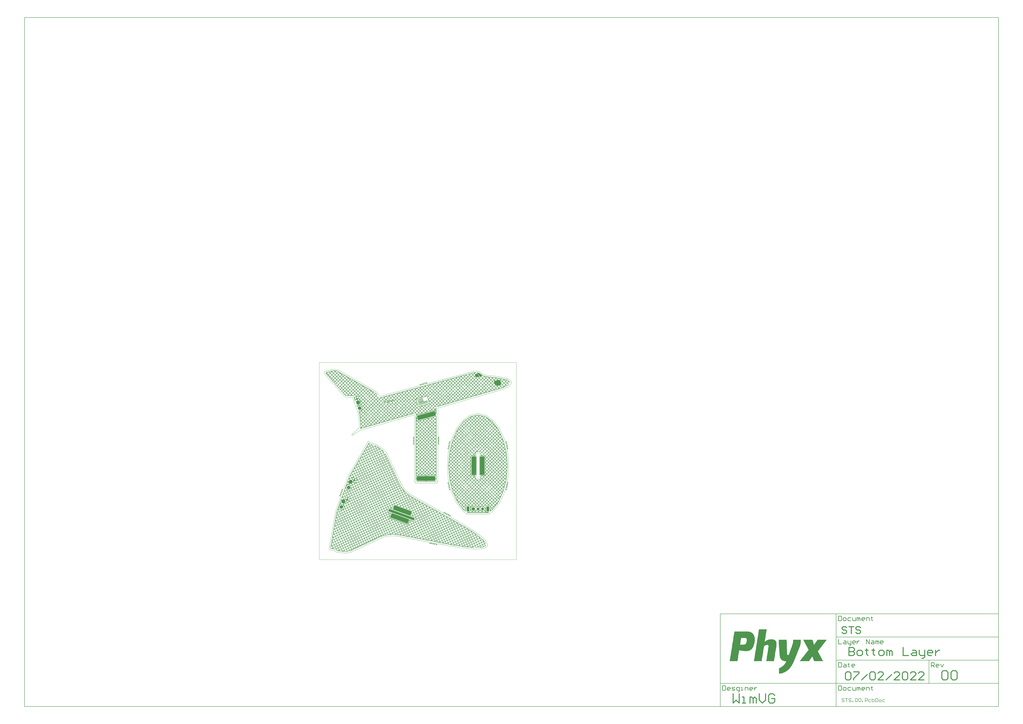
<source format=gbl>
G04*
G04 #@! TF.GenerationSoftware,Altium Limited,Altium Designer,22.2.0 (33)*
G04*
G04 Layer_Physical_Order=2*
G04 Layer_Color=3381759*
%FSLAX25Y25*%
%MOIN*%
G70*
G04*
G04 #@! TF.SameCoordinates,AE1C0F29-CF17-4AF8-ABE1-3241E8FB01DF*
G04*
G04*
G04 #@! TF.FilePolarity,Positive*
G04*
G01*
G75*
%ADD10C,0.01575*%
%ADD11C,0.00787*%
G04:AMPARAMS|DCode=14|XSize=314.96mil|YSize=78.74mil|CornerRadius=0mil|HoleSize=0mil|Usage=FLASHONLY|Rotation=15.000|XOffset=0mil|YOffset=0mil|HoleType=Round|Shape=Rectangle|*
%AMROTATEDRECTD14*
4,1,4,-0.14193,-0.07879,-0.16230,-0.00273,0.14193,0.07879,0.16230,0.00273,-0.14193,-0.07879,0.0*
%
%ADD14ROTATEDRECTD14*%

%ADD15R,0.31496X0.07874*%
%ADD16C,0.01000*%
%ADD19C,0.01968*%
%ADD21C,0.00394*%
%ADD22C,0.00984*%
G04:AMPARAMS|DCode=23|XSize=472.44mil|YSize=43.31mil|CornerRadius=0mil|HoleSize=0mil|Usage=FLASHONLY|Rotation=160.000|XOffset=0mil|YOffset=0mil|HoleType=Round|Shape=Round|*
%AMOVALD23*
21,1,0.42913,0.04331,0.00000,0.00000,160.0*
1,1,0.04331,0.20163,-0.07339*
1,1,0.04331,-0.20163,0.07339*
%
%ADD23OVALD23*%

G04:AMPARAMS|DCode=24|XSize=61.02mil|YSize=60mil|CornerRadius=0mil|HoleSize=0mil|Usage=FLASHONLY|Rotation=250.000|XOffset=0mil|YOffset=0mil|HoleType=Round|Shape=Round|*
%AMOVALD24*
21,1,0.00102,0.06000,0.00000,0.00000,250.0*
1,1,0.06000,0.00018,0.00048*
1,1,0.06000,-0.00018,-0.00048*
%
%ADD24OVALD24*%

G04:AMPARAMS|DCode=25|XSize=61.02mil|YSize=60mil|CornerRadius=15mil|HoleSize=0mil|Usage=FLASHONLY|Rotation=70.000|XOffset=0mil|YOffset=0mil|HoleType=Round|Shape=RoundedRectangle|*
%AMROUNDEDRECTD25*
21,1,0.06102,0.03000,0,0,70.0*
21,1,0.03102,0.06000,0,0,70.0*
1,1,0.03000,0.01940,0.00945*
1,1,0.03000,0.00879,-0.01971*
1,1,0.03000,-0.01940,-0.00945*
1,1,0.03000,-0.00879,0.01971*
%
%ADD25ROUNDEDRECTD25*%
%ADD26C,0.02362*%
G04:AMPARAMS|DCode=27|XSize=61.02mil|YSize=60mil|CornerRadius=15mil|HoleSize=0mil|Usage=FLASHONLY|Rotation=105.000|XOffset=0mil|YOffset=0mil|HoleType=Round|Shape=RoundedRectangle|*
%AMROUNDEDRECTD27*
21,1,0.06102,0.03000,0,0,105.0*
21,1,0.03102,0.06000,0,0,105.0*
1,1,0.03000,0.01047,0.01887*
1,1,0.03000,0.01850,-0.01110*
1,1,0.03000,-0.01047,-0.01887*
1,1,0.03000,-0.01850,0.01110*
%
%ADD27ROUNDEDRECTD27*%
G04:AMPARAMS|DCode=28|XSize=61.02mil|YSize=60mil|CornerRadius=0mil|HoleSize=0mil|Usage=FLASHONLY|Rotation=285.000|XOffset=0mil|YOffset=0mil|HoleType=Round|Shape=Round|*
%AMOVALD28*
21,1,0.00102,0.06000,0.00000,0.00000,285.0*
1,1,0.06000,-0.00013,0.00049*
1,1,0.06000,0.00013,-0.00049*
%
%ADD28OVALD28*%

G04:AMPARAMS|DCode=29|XSize=86.61mil|YSize=47.24mil|CornerRadius=11.81mil|HoleSize=0mil|Usage=FLASHONLY|Rotation=90.000|XOffset=0mil|YOffset=0mil|HoleType=Round|Shape=RoundedRectangle|*
%AMROUNDEDRECTD29*
21,1,0.08661,0.02362,0,0,90.0*
21,1,0.06299,0.04724,0,0,90.0*
1,1,0.02362,0.01181,0.03150*
1,1,0.02362,0.01181,-0.03150*
1,1,0.02362,-0.01181,-0.03150*
1,1,0.02362,-0.01181,0.03150*
%
%ADD29ROUNDEDRECTD29*%
%ADD30C,0.05118*%
G04:AMPARAMS|DCode=31|XSize=51.18mil|YSize=51.18mil|CornerRadius=12.8mil|HoleSize=0mil|Usage=FLASHONLY|Rotation=0.000|XOffset=0mil|YOffset=0mil|HoleType=Round|Shape=RoundedRectangle|*
%AMROUNDEDRECTD31*
21,1,0.05118,0.02559,0,0,0.0*
21,1,0.02559,0.05118,0,0,0.0*
1,1,0.02559,0.01280,-0.01280*
1,1,0.02559,-0.01280,-0.01280*
1,1,0.02559,-0.01280,0.01280*
1,1,0.02559,0.01280,0.01280*
%
%ADD31ROUNDEDRECTD31*%
%ADD32C,0.02756*%
G04:AMPARAMS|DCode=33|XSize=314.96mil|YSize=78.74mil|CornerRadius=0mil|HoleSize=0mil|Usage=FLASHONLY|Rotation=160.000|XOffset=0mil|YOffset=0mil|HoleType=Round|Shape=Rectangle|*
%AMROTATEDRECTD33*
4,1,4,0.16145,-0.01687,0.13452,-0.09086,-0.16145,0.01687,-0.13452,0.09086,0.16145,-0.01687,0.0*
%
%ADD33ROTATEDRECTD33*%

%ADD34R,0.07874X0.31496*%
G36*
X251456Y296994D02*
X251473Y296984D01*
X251578Y296978D01*
X251580D01*
X251634Y296981D01*
X251704Y296967D01*
X251728Y296962D01*
X251728Y296962D01*
X251728Y296962D01*
X251729Y296962D01*
X251729Y296962D01*
X251730Y296962D01*
X251730Y296962D01*
X251810Y296950D01*
X251859Y296930D01*
X251859D01*
X251863Y296929D01*
X251887Y296924D01*
X251887Y296924D01*
X251889Y296924D01*
X251946Y296917D01*
X251982Y296905D01*
X251982Y296905D01*
X251985Y296904D01*
X252007Y296900D01*
X252070Y296872D01*
X252070Y296872D01*
X252074Y296871D01*
X252098Y296866D01*
X252172Y296847D01*
X252172Y296847D01*
X252185Y296833D01*
X252259Y296808D01*
X252285Y296794D01*
X252366Y296746D01*
X252393Y296731D01*
X252474Y296684D01*
X252514Y296661D01*
X252556Y296628D01*
Y296628D01*
X252559Y296626D01*
X252612Y296595D01*
X252710Y296530D01*
X252710Y296530D01*
X252710Y296530D01*
X252710Y296530D01*
X252710Y296530D01*
X252710Y296530D01*
X252710Y296530D01*
X252710Y296530D01*
X252710Y296530D01*
X252710Y296530D01*
X252710Y296530D01*
X252710Y296530D01*
X252711Y296529D01*
X253110Y296281D01*
X253398Y296106D01*
X253968Y295731D01*
X254458Y295403D01*
X254860Y295144D01*
X255450Y294740D01*
X255521Y294689D01*
X255619Y294624D01*
X255746Y294533D01*
X255849Y294447D01*
X255987Y294313D01*
X256070Y294211D01*
X256146Y294096D01*
X256193Y294007D01*
X256196Y294002D01*
X256209Y293987D01*
X256225Y293928D01*
X256253Y293824D01*
X256253Y293656D01*
X256246Y293599D01*
X256212Y293478D01*
X256177Y293403D01*
X256144Y293362D01*
X256144Y293362D01*
X256144Y293360D01*
X255726Y292731D01*
X255614Y292552D01*
Y292552D01*
X255613Y292552D01*
X255613Y292552D01*
X255613Y292551D01*
X255613Y292551D01*
X255613Y292551D01*
X255606Y292538D01*
X255525Y292414D01*
X255467Y292329D01*
X255370Y292177D01*
X255289Y292053D01*
X255139Y291840D01*
X255139Y291840D01*
X255136Y291823D01*
X255137Y291821D01*
X254929Y291508D01*
X254817Y291329D01*
X254816Y291328D01*
X254795Y291291D01*
X254795Y291291D01*
X254774Y291285D01*
X254721Y291225D01*
X254721Y291225D01*
X254718Y291221D01*
X254713Y291212D01*
X254629Y291157D01*
Y291157D01*
X254627Y291155D01*
X254611Y291141D01*
X254544Y291112D01*
X254300Y291047D01*
X254203Y291032D01*
X254148Y291028D01*
X254013Y291026D01*
X253991Y291031D01*
X253991Y291031D01*
X253991Y291031D01*
X253991Y291031D01*
X253990Y291031D01*
X253989Y291031D01*
X253989Y291031D01*
X253860Y291042D01*
X253860Y291042D01*
X253852Y291041D01*
X253836Y291037D01*
X253769Y291051D01*
X253531Y291135D01*
X253167Y291300D01*
X253154Y291307D01*
X253154Y291307D01*
X253154D01*
X253151Y291308D01*
X252906Y291414D01*
X252786Y291483D01*
X252660Y291574D01*
X252601Y291625D01*
X252526Y291703D01*
X252525Y291708D01*
X252525Y291708D01*
X252521Y291717D01*
X252419Y291838D01*
X252098Y292268D01*
X252098Y292268D01*
X252095Y292271D01*
X252067Y292296D01*
X252030Y292352D01*
X252030Y292352D01*
X252030Y292352D01*
X252030Y292352D01*
X252030Y292352D01*
X252029Y292352D01*
X252029Y292353D01*
X252029Y292353D01*
X252029Y292353D01*
X251957Y292449D01*
X251922Y292496D01*
X251815Y292640D01*
X251743Y292735D01*
X251743Y292735D01*
X251742Y292737D01*
X251693Y292792D01*
X251677Y292810D01*
X251620Y292896D01*
X251620Y292896D01*
X251619Y292898D01*
X251531Y293011D01*
X251457Y293117D01*
X251457Y293117D01*
X251457Y293117D01*
X251457Y293118D01*
X251457Y293118D01*
X251456Y293119D01*
X251456Y293119D01*
X251339Y293259D01*
X251268Y293353D01*
X251193Y293460D01*
X251138Y293537D01*
X251138Y293537D01*
X251137Y293539D01*
X251088Y293594D01*
X250733Y294061D01*
X250492Y294363D01*
X250206Y294745D01*
X249870Y295184D01*
X249700Y295390D01*
X249517Y295693D01*
X249484Y295773D01*
X249474Y295812D01*
X249473Y295855D01*
X249473Y295855D01*
X249472Y295861D01*
X249465Y295889D01*
X249469Y295956D01*
X249469Y295956D01*
X249469Y295957D01*
X249468Y295962D01*
X249468Y295962D01*
X249468Y295963D01*
X249468Y295963D01*
X249468Y295963D01*
X249468Y295963D01*
X249463Y295981D01*
X249467Y296046D01*
X249471Y296067D01*
X249491Y296117D01*
X249491Y296117D01*
X249493Y296125D01*
X249492Y296130D01*
X249491Y296134D01*
X249508Y296177D01*
X249516Y296190D01*
X249516Y296190D01*
X249518Y296196D01*
X249527Y296241D01*
X249533Y296252D01*
X249549Y296279D01*
X249563Y296303D01*
X249579Y296317D01*
X249579Y296317D01*
X249585Y296327D01*
X249596Y296360D01*
X249638Y296403D01*
X249638D01*
X249641Y296407D01*
X249647Y296417D01*
X249698Y296463D01*
X249736Y296484D01*
X249856Y296551D01*
X249856D01*
X249858Y296552D01*
X249885Y296569D01*
X250103Y296650D01*
X250103Y296650D01*
X250112Y296650D01*
X250783Y296844D01*
X250783D01*
X250785Y296845D01*
X250856Y296875D01*
X251221Y296973D01*
X251227Y296970D01*
X251241Y296967D01*
X251361Y296988D01*
X251456Y296994D01*
Y296994D01*
D02*
G37*
G36*
X251112Y296944D02*
X251176Y296961D01*
X251221Y296973D01*
X251112Y296944D01*
D02*
G37*
G36*
X247897Y295987D02*
X247898Y295987D01*
X247899Y295987D01*
X247900Y295987D01*
X247900Y295987D01*
X247996Y295967D01*
X248055Y295960D01*
X248055Y295960D01*
X248056Y295960D01*
X248057Y295960D01*
X248058Y295959D01*
X248059Y295959D01*
X248059Y295959D01*
X248210Y295908D01*
X248211Y295908D01*
X248300Y295875D01*
X248455Y295812D01*
X248455Y295812D01*
X248456Y295812D01*
X248457Y295811D01*
X248457Y295811D01*
X248458Y295811D01*
X248458Y295811D01*
X248538Y295764D01*
X248602Y295736D01*
X248603Y295736D01*
X248603Y295736D01*
X248604Y295736D01*
X248605Y295735D01*
X248605Y295735D01*
X248605Y295735D01*
X248743Y295646D01*
X248811Y295607D01*
X248812Y295607D01*
X248813Y295606D01*
X248814Y295605D01*
X248815Y295603D01*
X248816Y295603D01*
X248816Y295603D01*
X248830Y295587D01*
X248854Y295573D01*
X248854Y295573D01*
X248855Y295573D01*
X248855Y295572D01*
X248856Y295572D01*
X248856Y295572D01*
X248856Y295572D01*
X248927Y295522D01*
X248927Y295522D01*
X248928Y295521D01*
X248928Y295520D01*
X248929Y295520D01*
X248930Y295519D01*
X248930Y295519D01*
X248992Y295456D01*
X248992Y295456D01*
X248993Y295456D01*
X248993Y295456D01*
X248993Y295455D01*
X248993Y295455D01*
X248993Y295455D01*
X249010Y295437D01*
X249010Y295436D01*
X249010Y295436D01*
X249063Y295370D01*
X249063Y295369D01*
X249063Y295369D01*
X249063Y295369D01*
X249063Y295369D01*
X249063Y295369D01*
X249063Y295369D01*
X249137Y295263D01*
X249476Y294814D01*
X250053Y294073D01*
X250369Y293665D01*
X250542Y293447D01*
X250543Y293446D01*
X250650Y293303D01*
X250721Y293208D01*
X250769Y293153D01*
X250770Y293153D01*
X250770Y293153D01*
X250770Y293152D01*
X250771Y293152D01*
X250771Y293151D01*
X250771Y293151D01*
X250845Y293046D01*
X250929Y292943D01*
X251002Y292846D01*
X251002Y292846D01*
X251003Y292844D01*
X251004Y292842D01*
X251005Y292840D01*
X251005Y292839D01*
X251005Y292839D01*
X251007Y292833D01*
X251092Y292722D01*
X251157Y292649D01*
X251157Y292649D01*
X251158Y292648D01*
X251158Y292648D01*
X251158Y292647D01*
X251159Y292647D01*
X251159Y292647D01*
X251233Y292541D01*
X251268Y292493D01*
X251320Y292428D01*
X251425Y292295D01*
X251546Y292144D01*
X251653Y292000D01*
X251754Y291878D01*
X251754Y291878D01*
X251755Y291878D01*
X251755Y291877D01*
X251755Y291877D01*
X251755Y291877D01*
X251755Y291877D01*
X251813Y291789D01*
X251868Y291712D01*
X251869Y291710D01*
X251869Y291710D01*
X251892Y291670D01*
X251892Y291670D01*
X251892Y291670D01*
X251892Y291669D01*
X251892Y291669D01*
X251892Y291668D01*
X251892Y291668D01*
X251923Y291596D01*
X251923Y291596D01*
X251924Y291594D01*
Y291594D01*
X251923Y291596D01*
X251923Y291596D01*
X251923Y291596D01*
X251923Y291596D01*
X251923Y291596D01*
X251923Y291596D01*
X251924Y291595D01*
X251924Y291595D01*
X251924Y291594D01*
X251924Y291594D01*
X251924Y291594D01*
X251924Y291594D01*
X251924Y291594D01*
X251924Y291593D01*
X251924Y291593D01*
X251924Y291593D01*
X251924Y291593D01*
X251953Y291486D01*
X251973Y291411D01*
X251982Y291379D01*
X251982Y291379D01*
X251982Y291378D01*
X251982Y291378D01*
X251982Y291377D01*
X251982Y291377D01*
X251982Y291377D01*
X251997Y291278D01*
X251997Y291277D01*
X251997Y291277D01*
X251997Y291276D01*
X251997Y291275D01*
X251997Y291274D01*
X251997Y291273D01*
X251997Y291273D01*
X251993Y291203D01*
Y291203D01*
X251993Y291203D01*
X251993Y291203D01*
X251993Y291202D01*
X251993Y291202D01*
X251993Y291202D01*
X251979Y291084D01*
X251979Y291086D01*
X251979Y291086D01*
X251979Y291084D01*
X251979Y291084D01*
Y291084D01*
X251979Y291084D01*
X251979Y291084D01*
X251979Y291083D01*
X251979Y291084D01*
X251979Y291084D01*
X251979Y291083D01*
X251979Y291083D01*
X251979Y291083D01*
Y291083D01*
Y291083D01*
X251979D01*
X251979Y291082D01*
X251979Y291083D01*
X251979Y291083D01*
X251979D01*
X251978Y291080D01*
X251979Y291081D01*
X251979Y291082D01*
X251979Y291082D01*
X251979Y291081D01*
X251979Y291081D01*
X251978Y291080D01*
X251956Y290994D01*
X251956Y290994D01*
X251955Y290993D01*
X251955Y290992D01*
X251955Y290992D01*
X251955Y290991D01*
X251955Y290991D01*
X251906Y290875D01*
X251905Y290873D01*
X251905Y290873D01*
X251821Y290713D01*
X251821Y290713D01*
X251821Y290712D01*
X251820Y290711D01*
X251820Y290710D01*
X251819Y290710D01*
X251819Y290710D01*
X251682Y290535D01*
X251682Y290535D01*
X251682Y290534D01*
X251681Y290534D01*
X251680Y290533D01*
X251680Y290533D01*
X251680Y290533D01*
X251569Y290434D01*
X251476Y290352D01*
X251476Y290352D01*
X251476Y290352D01*
X251475Y290351D01*
X251476Y290352D01*
X251475Y290351D01*
X251475Y290351D01*
X251475Y290351D01*
X251475Y290351D01*
X251475Y290351D01*
X251475Y290351D01*
X251475Y290351D01*
X251409Y290299D01*
X251408Y290299D01*
X251407Y290298D01*
X251406Y290297D01*
X251405Y290296D01*
X251404Y290296D01*
X251404Y290296D01*
X251344Y290269D01*
X251317Y290251D01*
X251316Y290250D01*
X251316Y290250D01*
X251313Y290249D01*
X251141Y290168D01*
X251140Y290168D01*
X251139Y290167D01*
X251138Y290167D01*
X251137Y290167D01*
X251137Y290167D01*
X251137D01*
X251030Y290138D01*
X251029Y290138D01*
X251028Y290138D01*
X251027Y290137D01*
X251026Y290137D01*
X251025Y290137D01*
X251025Y290137D01*
X250877Y290132D01*
X250832Y290131D01*
X250766Y290125D01*
X250765Y290125D01*
X250765Y290125D01*
X250764Y290125D01*
X250764Y290125D01*
X250764D01*
X250638Y290125D01*
X250638D01*
X250637Y290125D01*
X250636Y290125D01*
X250635Y290126D01*
X250634Y290126D01*
X250633Y290126D01*
X250633D01*
X250585Y290136D01*
X250492Y290145D01*
X250304Y290163D01*
X250303Y290163D01*
X250303Y290163D01*
X250303Y290163D01*
X250302Y290163D01*
X250302Y290163D01*
X250304Y290163D01*
X250304Y290163D01*
X250302Y290163D01*
X249973Y290211D01*
X249966Y290209D01*
X249966Y290209D01*
X249964Y290208D01*
X249963Y290208D01*
X249961Y290208D01*
X249961Y290208D01*
X249960Y290208D01*
X249960Y290208D01*
X249959Y290208D01*
X249958Y290208D01*
X249958Y290208D01*
X249958Y290208D01*
X249603Y290251D01*
X249320Y290278D01*
X249108Y290301D01*
X249108Y290301D01*
X249106Y290302D01*
X249108Y290301D01*
X249107Y290302D01*
X248821Y290340D01*
X248634Y290358D01*
X248360Y290388D01*
X248267Y290398D01*
X248267Y290398D01*
X248266Y290398D01*
X248266Y290398D01*
X248266Y290398D01*
X248265Y290398D01*
X248265Y290398D01*
X248074Y290427D01*
X247779Y290462D01*
X247566Y290485D01*
X247416Y290491D01*
X247416Y290491D01*
X247415Y290491D01*
X247415Y290491D01*
X247414Y290491D01*
X247414Y290491D01*
Y290491D01*
X247199Y290525D01*
X246927Y290555D01*
X246526Y290597D01*
X246526Y290597D01*
X246525Y290597D01*
X246525Y290597D01*
X246525Y290597D01*
X246524Y290597D01*
X246524D01*
X246107Y290657D01*
X246107Y290657D01*
X246106Y290657D01*
X246105Y290658D01*
X246104Y290658D01*
X246104Y290658D01*
X246104Y290658D01*
X245790Y290758D01*
X245790Y290758D01*
X245789Y290758D01*
X245788Y290758D01*
X245787Y290759D01*
X245787Y290759D01*
X245787D01*
X245575Y290863D01*
X245470Y290915D01*
X245469Y290915D01*
X245468Y290916D01*
X245468Y290916D01*
X245467Y290917D01*
X245466Y290917D01*
X245466D01*
X245409Y290959D01*
X245409Y290959D01*
X245409Y290959D01*
X245409Y290959D01*
X245409Y290959D01*
X245409Y290960D01*
X245409Y290960D01*
X245291Y291054D01*
X245291Y291055D01*
X245291Y291055D01*
X245290Y291055D01*
X245290Y291055D01*
X245290Y291055D01*
X245290Y291055D01*
X245214Y291126D01*
X245214Y291126D01*
X245214Y291127D01*
X245213Y291127D01*
X245213Y291127D01*
X245213Y291127D01*
X245213Y291127D01*
X245104Y291235D01*
X245103Y291236D01*
X245101Y291239D01*
X245100Y291241D01*
X245099Y291244D01*
X245098Y291245D01*
X245098Y291245D01*
X245096Y291253D01*
X245037Y291349D01*
X245036Y291351D01*
X245036Y291351D01*
X244983Y291463D01*
X244983Y291463D01*
X244983Y291463D01*
X244982Y291464D01*
X244982Y291464D01*
X244982Y291464D01*
X244940Y291579D01*
X244940Y291580D01*
X244940Y291580D01*
X244939Y291581D01*
X244939Y291581D01*
X244939Y291581D01*
Y291581D01*
X244922Y291646D01*
X244893Y291753D01*
X244893Y291753D01*
X244893Y291754D01*
X244893Y291754D01*
X244893Y291755D01*
X244893Y291755D01*
Y291755D01*
X244871Y291921D01*
X244871Y291922D01*
X244871Y291923D01*
X244871Y291923D01*
X244871Y291924D01*
X244871Y291924D01*
X244871Y291924D01*
X244869Y292188D01*
X244864Y292680D01*
X244843Y293569D01*
X244826Y294104D01*
X244816Y294227D01*
X244816Y294227D01*
X244816Y294228D01*
X244816Y294228D01*
X244816Y294229D01*
X244816Y294229D01*
Y294229D01*
X244817Y294309D01*
X244817Y294310D01*
X244817Y294311D01*
X244818Y294312D01*
X244818Y294313D01*
X244818Y294313D01*
X244818Y294313D01*
X244822Y294336D01*
X244824Y294413D01*
X244817Y294479D01*
X244817Y294480D01*
X244817Y294481D01*
X244817Y294483D01*
X244817Y294485D01*
X244818Y294485D01*
X244818Y294485D01*
X244823Y294510D01*
X244827Y294531D01*
X244824Y294585D01*
X244824Y294585D01*
X244824Y294587D01*
X244824Y294588D01*
X244824Y294589D01*
X244824Y294590D01*
X244824Y294590D01*
X244846Y294722D01*
X244846Y294723D01*
X244846Y294724D01*
X244847Y294726D01*
X244848Y294728D01*
X244848Y294729D01*
X244848Y294729D01*
X244879Y294781D01*
X244903Y294855D01*
X244904Y294856D01*
X244904Y294858D01*
X244905Y294859D01*
X244906Y294861D01*
X244907Y294862D01*
Y294862D01*
X245009Y294992D01*
X245059Y295062D01*
X245059Y295062D01*
X245059Y295063D01*
X245060Y295063D01*
X245060Y295064D01*
X245060Y295064D01*
X245060Y295064D01*
X245165Y295184D01*
X245192Y295214D01*
X245193Y295214D01*
X245193Y295215D01*
X245194Y295216D01*
X245195Y295217D01*
X245196Y295217D01*
X245196Y295217D01*
X245291Y295289D01*
X245292Y295289D01*
X245398Y295363D01*
X245398Y295363D01*
X245399Y295364D01*
X245400Y295365D01*
X245401Y295365D01*
X245402Y295366D01*
X245402Y295366D01*
X245607Y295455D01*
X245668Y295483D01*
X245671Y295484D01*
X245671Y295484D01*
X245871Y295549D01*
X245871Y295549D01*
X245871Y295549D01*
X245872Y295549D01*
X245872Y295549D01*
X245872Y295549D01*
X245872Y295549D01*
X247200Y295905D01*
X247201Y295905D01*
X247493Y295972D01*
X247494Y295972D01*
X247495Y295972D01*
X247497Y295973D01*
X247498Y295973D01*
X247499Y295972D01*
X247499Y295973D01*
X247532Y295971D01*
X247722Y295987D01*
X247722Y295987D01*
X247722Y295987D01*
X247723Y295987D01*
X247723Y295987D01*
X247723Y295987D01*
X247723Y295987D01*
X247896Y295987D01*
X247896Y295987D01*
X247897Y295987D01*
D02*
G37*
G36*
X251979Y291083D02*
X251979Y291083D01*
X251979Y291083D01*
D01*
X251979Y291083D01*
Y291083D01*
Y291083D01*
D02*
G37*
G36*
X251476Y290352D02*
X251476Y290352D01*
X251476Y290352D01*
X251476Y290352D01*
X251476Y290352D01*
X251476Y290352D01*
D02*
G37*
G36*
X251475Y290351D02*
X251475Y290351D01*
X251475Y290351D01*
X251475Y290351D01*
X251475Y290351D01*
X251475Y290351D01*
X251475Y290351D01*
D02*
G37*
G36*
X251316Y290250D02*
X251316Y290250D01*
X251316Y290250D01*
X251316Y290250D01*
X251316Y290250D01*
X251316Y290250D01*
X251316Y290250D01*
D02*
G37*
G36*
X251316Y290250D02*
X251315Y290250D01*
X251314Y290249D01*
X251314Y290249D01*
X251314Y290249D01*
X251314D01*
X251314Y290249D01*
X251316Y290250D01*
X251316Y290250D01*
D02*
G37*
G36*
X286869Y285040D02*
X287767Y284290D01*
X288243Y282513D01*
X289082Y280109D01*
X288444Y277166D01*
X287263Y275985D01*
X285294Y275591D01*
X282145D01*
X280531Y276286D01*
X279085Y276702D01*
X277769Y278427D01*
X277436Y279829D01*
X277339Y280619D01*
X277420Y285434D01*
X279481Y284114D01*
X281211Y284382D01*
X284507Y285434D01*
X286869Y285040D01*
D02*
G37*
G36*
X100128Y251546D02*
X100136Y251546D01*
X100143Y251546D01*
X100152Y251546D01*
X100161Y251545D01*
X100170Y251545D01*
X100179Y251544D01*
X100189Y251543D01*
X100200Y251543D01*
X100212Y251541D01*
X100225Y251540D01*
X100227Y251540D01*
X100231Y251539D01*
X100235Y251539D01*
X100239Y251538D01*
X100241Y251538D01*
Y251538D01*
X100243Y251537D01*
X100249Y251537D01*
X100254Y251536D01*
X100259Y251535D01*
X100261Y251535D01*
X100275Y251533D01*
X100302Y251527D01*
X100329Y251521D01*
X100355Y251514D01*
X100369Y251510D01*
X100371Y251509D01*
X100374Y251508D01*
X100378Y251507D01*
X100381Y251506D01*
X100383Y251505D01*
X100383Y251505D01*
X100396Y251501D01*
X100407Y251497D01*
X100416Y251494D01*
X100425Y251491D01*
X100433Y251487D01*
X100442Y251484D01*
X100449Y251481D01*
X100456Y251478D01*
X100462Y251476D01*
X100469Y251473D01*
X100475Y251470D01*
X100481Y251467D01*
X100487Y251464D01*
X100493Y251462D01*
X100499Y251459D01*
X100504Y251456D01*
X100509Y251454D01*
X100515Y251451D01*
X100520Y251448D01*
X100525Y251446D01*
X100529Y251444D01*
X100534Y251441D01*
X100539Y251439D01*
X100543Y251436D01*
X100548Y251434D01*
X100552Y251431D01*
X100557Y251429D01*
X100560Y251427D01*
X100564Y251425D01*
X100568Y251423D01*
X100572Y251420D01*
X100575Y251418D01*
X100579Y251416D01*
X100582Y251414D01*
X100585Y251412D01*
X100589Y251410D01*
X100592Y251408D01*
X100596Y251406D01*
X100599Y251403D01*
X100603Y251401D01*
X100606Y251399D01*
X100609Y251396D01*
X100613Y251394D01*
X100616Y251392D01*
X100620Y251389D01*
X100623Y251387D01*
X100626Y251384D01*
X100630Y251382D01*
X100633Y251379D01*
X100636Y251377D01*
X100640Y251375D01*
X100643Y251372D01*
X100647Y251369D01*
X100650Y251367D01*
X100653Y251364D01*
X100657Y251361D01*
X100660Y251359D01*
X100663Y251356D01*
X100667Y251353D01*
X100670Y251351D01*
X100673Y251348D01*
X100677Y251345D01*
X100680Y251342D01*
X100683Y251339D01*
X100687Y251336D01*
X100690Y251333D01*
X100694Y251330D01*
X100698Y251326D01*
X100701Y251323D01*
X100705Y251320D01*
X100709Y251316D01*
X100712Y251313D01*
X100716Y251309D01*
X100719Y251306D01*
X100723Y251303D01*
X100727Y251299D01*
X100730Y251296D01*
X100734Y251292D01*
X100737Y251288D01*
X100741Y251285D01*
X100744Y251281D01*
X100748Y251277D01*
X100751Y251274D01*
X100755Y251270D01*
X100759Y251266D01*
X100762Y251263D01*
X100766Y251259D01*
X100769Y251255D01*
X100772Y251251D01*
X100776Y251247D01*
X100780Y251243D01*
X100784Y251239D01*
X100787Y251234D01*
X100791Y251230D01*
X100795Y251225D01*
X100799Y251221D01*
X100802Y251217D01*
X100806Y251212D01*
X100810Y251208D01*
X100814Y251203D01*
X100817Y251199D01*
X100821Y251194D01*
X100825Y251189D01*
X100828Y251185D01*
X100832Y251179D01*
X100836Y251174D01*
X100840Y251169D01*
X100844Y251164D01*
X100848Y251159D01*
X100852Y251153D01*
X100856Y251148D01*
X100860Y251143D01*
X100864Y251137D01*
X100868Y251131D01*
X100872Y251125D01*
X100876Y251119D01*
X100881Y251114D01*
X100885Y251108D01*
X100889Y251101D01*
X100893Y251095D01*
X100897Y251089D01*
X100902Y251082D01*
X100906Y251075D01*
X100910Y251069D01*
X100911Y251067D01*
X102891Y247987D01*
X102009Y247750D01*
X100196Y250570D01*
X100196Y250571D01*
X100196Y250571D01*
X100196Y250571D01*
X100196Y250571D01*
X100196Y250572D01*
X100195Y250572D01*
X100195Y250572D01*
X100195Y250573D01*
X100195Y250573D01*
X100194Y250573D01*
X100194Y250574D01*
X100194Y250574D01*
X100194Y250574D01*
X100194Y250574D01*
X100194Y250574D01*
X100194Y250575D01*
X100193Y250575D01*
X100193Y250575D01*
X100193Y250575D01*
X100193Y250576D01*
X100193Y250576D01*
X100193Y250576D01*
X100193Y250576D01*
X100192Y250576D01*
X100192Y250577D01*
X100192Y250577D01*
X100192Y250577D01*
X100192Y250577D01*
X100192Y250577D01*
X100192Y250578D01*
X100192Y250578D01*
X100191Y250578D01*
X100191Y250578D01*
X100191Y250579D01*
X100191Y250579D01*
X100191Y250579D01*
X100190Y250580D01*
X100190Y250580D01*
X100190Y250580D01*
X100190Y250580D01*
X100190Y250581D01*
X100189Y250581D01*
X100189Y250581D01*
X100189Y250582D01*
X100189Y250582D01*
X100189Y250582D01*
X100188Y250583D01*
X100188Y250583D01*
X100188Y250583D01*
X100188Y250584D01*
X100188Y250584D01*
X100187Y250584D01*
X100187Y250585D01*
X100187Y250585D01*
X100187Y250585D01*
X100187Y250585D01*
X100186Y250586D01*
X100186Y250586D01*
X100186Y250586D01*
X100186Y250587D01*
X100186Y250587D01*
X100185Y250587D01*
X100185Y250588D01*
X100185Y250588D01*
X100185Y250588D01*
X100185Y250588D01*
X100184Y250589D01*
X100184Y250589D01*
X100184Y250589D01*
X100184Y250590D01*
X100183Y250590D01*
X100183Y250590D01*
X100183Y250590D01*
X100183Y250591D01*
X100183Y250591D01*
X100183Y250591D01*
X100182Y250592D01*
X100182Y250592D01*
X100182Y250592D01*
X100182Y250592D01*
X100182Y250593D01*
X100182Y250593D01*
X100181Y250593D01*
X100181Y250593D01*
X100181Y250594D01*
X100181Y250594D01*
X100180Y250594D01*
X100180Y250595D01*
X100180Y250595D01*
X100180Y250595D01*
X100180Y250595D01*
X100180Y250596D01*
X100179Y250596D01*
X100179Y250596D01*
X100179Y250597D01*
X100179Y250597D01*
X100178Y250597D01*
X100178Y250598D01*
X100178Y250598D01*
X100178Y250598D01*
X100178Y250599D01*
X100177Y250599D01*
X100177Y250599D01*
X100177Y250600D01*
X100177Y250600D01*
X100176Y250600D01*
X100176Y250601D01*
X100176Y250601D01*
X100176Y250601D01*
X100175Y250602D01*
X100175Y250602D01*
X100175Y250602D01*
X100175Y250603D01*
X100174Y250603D01*
X100174Y250603D01*
X100174Y250604D01*
X100174Y250604D01*
X100174Y250604D01*
X100173Y250605D01*
X100173Y250605D01*
X100173Y250605D01*
X100173Y250606D01*
X100172Y250606D01*
X100172Y250606D01*
X100172Y250606D01*
X100172Y250607D01*
X100171Y250607D01*
X100171Y250607D01*
X100171Y250608D01*
X100171Y250608D01*
X100171Y250608D01*
X100170Y250609D01*
X100170Y250609D01*
X100170Y250609D01*
X100170Y250609D01*
X100169Y250610D01*
X100169Y250610D01*
X100169Y250610D01*
X100169Y250611D01*
X100169Y250611D01*
X100168Y250611D01*
X100168Y250612D01*
X100168Y250612D01*
X100168Y250612D01*
X100167Y250612D01*
X100167Y250613D01*
X100167Y250613D01*
X100167Y250613D01*
X100166Y250614D01*
X100166Y250614D01*
X100166Y250614D01*
X100166Y250615D01*
X100165Y250615D01*
X100165Y250615D01*
X100165Y250615D01*
X100165Y250616D01*
X100164Y250616D01*
X100164Y250616D01*
X100164Y250617D01*
X100164Y250617D01*
X100164Y250617D01*
X100163Y250618D01*
X100163Y250618D01*
X100163Y250618D01*
X100162Y250619D01*
X100162Y250619D01*
X100162Y250619D01*
X100162Y250620D01*
X100161Y250620D01*
X100161Y250620D01*
X100161Y250621D01*
X100160Y250621D01*
X100160Y250621D01*
X100160Y250622D01*
X100160Y250622D01*
X100159Y250622D01*
X100159Y250623D01*
X100159Y250623D01*
X100158Y250623D01*
X100158Y250624D01*
X100158Y250624D01*
X100157Y250624D01*
X100157Y250625D01*
X100157Y250625D01*
X100157Y250625D01*
X100156Y250626D01*
X100156Y250626D01*
X100156Y250626D01*
X100155Y250627D01*
X100155Y250627D01*
X100155Y250627D01*
X100154Y250627D01*
X100154Y250628D01*
X100154Y250628D01*
X100154Y250628D01*
X100153Y250629D01*
X100153Y250629D01*
X100153Y250629D01*
X100152Y250630D01*
X100152Y250630D01*
X100152Y250630D01*
X100152Y250630D01*
X100151Y250631D01*
X100151Y250631D01*
X100151Y250631D01*
X100150Y250632D01*
X100150Y250632D01*
X100150Y250632D01*
X100149Y250633D01*
X100149Y250633D01*
X100149Y250633D01*
X100148Y250633D01*
X100148Y250634D01*
X100148Y250634D01*
X100148Y250634D01*
X100147Y250635D01*
X100147Y250635D01*
X100147Y250635D01*
X100146Y250635D01*
X100146Y250636D01*
X100146Y250636D01*
X100145Y250636D01*
X100145Y250637D01*
X100145Y250637D01*
X100144Y250637D01*
X100144Y250638D01*
X100144Y250638D01*
X100143Y250638D01*
X100143Y250639D01*
X100143Y250639D01*
X100142Y250639D01*
X100142Y250639D01*
X100141Y250640D01*
X100141Y250640D01*
X100141Y250640D01*
X100140Y250641D01*
X100140Y250641D01*
X100139Y250641D01*
X100139Y250641D01*
X100139Y250642D01*
X100138Y250642D01*
X100138Y250642D01*
X100138Y250642D01*
X100137Y250643D01*
X100136Y250644D01*
X100135Y250644D01*
X100134Y250645D01*
X100132Y250646D01*
X100131Y250647D01*
X100129Y250648D01*
X100128Y250649D01*
X100126Y250650D01*
X100125Y250651D01*
X100123Y250652D01*
X100121Y250653D01*
X100119Y250654D01*
X100119Y250654D01*
X100118Y250655D01*
X100117Y250655D01*
X100117Y250655D01*
X100117Y250655D01*
X100117Y250655D01*
X100116Y250655D01*
X100116Y250656D01*
X100115Y250656D01*
X100114Y250656D01*
X100114Y250657D01*
X100113Y250657D01*
X100113Y250657D01*
X100112Y250657D01*
X100111Y250658D01*
X100111Y250658D01*
X100110Y250658D01*
X100109Y250658D01*
X100108Y250659D01*
X100107Y250659D01*
X100107Y250660D01*
X100104Y250661D01*
X100098Y250663D01*
X100092Y250664D01*
X100086Y250666D01*
X100083Y250666D01*
X100083Y250666D01*
X100082Y250667D01*
X100081Y250667D01*
X100080Y250667D01*
X100080Y250667D01*
X100080D01*
X100079Y250667D01*
X100078Y250667D01*
X100078Y250667D01*
X100077Y250667D01*
X100077Y250667D01*
X100076Y250668D01*
X100076Y250668D01*
X100075Y250668D01*
X100074Y250668D01*
X100074Y250668D01*
X100072Y250668D01*
X100070Y250668D01*
X100067Y250668D01*
X100066Y250669D01*
X100064Y250669D01*
X100062Y250669D01*
X100060Y250669D01*
X100058Y250669D01*
X100057Y250669D01*
X100055Y250669D01*
X100054Y250669D01*
X100052Y250669D01*
X100051Y250669D01*
X100049Y250669D01*
X100048Y250669D01*
X100047Y250669D01*
X100045Y250668D01*
X100044Y250668D01*
X100042Y250668D01*
X100041Y250668D01*
X100040Y250668D01*
X100039Y250668D01*
X100037Y250668D01*
X100036Y250668D01*
X100035Y250667D01*
X100033Y250667D01*
X100032Y250667D01*
X100031Y250667D01*
X100030Y250667D01*
X100029Y250666D01*
X100027Y250666D01*
X100026Y250666D01*
X100025Y250666D01*
X100024Y250666D01*
X100023Y250665D01*
X100022Y250665D01*
X100020Y250665D01*
X100019Y250665D01*
X100018Y250664D01*
X100017Y250664D01*
X100016Y250664D01*
X100014Y250663D01*
X100013Y250663D01*
X100012Y250663D01*
X100011Y250663D01*
X100010Y250662D01*
X100009Y250662D01*
X100008Y250662D01*
X100007Y250661D01*
X100006Y250661D01*
X100004Y250661D01*
X100003Y250661D01*
X100002Y250660D01*
X100001Y250660D01*
X100000Y250659D01*
X99999Y250659D01*
X99998Y250659D01*
X99996Y250658D01*
X99995Y250658D01*
X99994Y250658D01*
X99993Y250657D01*
X99992Y250657D01*
X99991Y250656D01*
X99990Y250656D01*
X99989Y250656D01*
X99988Y250655D01*
X99986Y250655D01*
X99985Y250654D01*
X99984Y250654D01*
X99983Y250653D01*
X99981Y250653D01*
X99980Y250652D01*
X99979Y250652D01*
X99978Y250651D01*
X99977Y250651D01*
X99976Y250650D01*
X99974Y250649D01*
X99973Y250649D01*
X99972Y250648D01*
X99971Y250647D01*
X99969Y250647D01*
X99968Y250646D01*
X99967Y250645D01*
X99965Y250645D01*
X99964Y250644D01*
X99963Y250643D01*
X99961Y250642D01*
X99960Y250641D01*
X99958Y250640D01*
X99957Y250639D01*
X99955Y250638D01*
X99953Y250637D01*
X99951Y250636D01*
X99950Y250634D01*
X99949Y250634D01*
X99949Y250634D01*
X99948Y250633D01*
X99948Y250633D01*
X99948Y250633D01*
X99947Y250632D01*
X99947Y250632D01*
X99946Y250631D01*
X99945Y250631D01*
X99945Y250631D01*
X99945Y250630D01*
X99944Y250630D01*
X99944Y250629D01*
X99943Y250629D01*
X99942Y250629D01*
X99942Y250628D01*
X99941Y250627D01*
X99940Y250627D01*
X99940Y250626D01*
X99939Y250625D01*
X99937Y250623D01*
X99933Y250619D01*
X99929Y250615D01*
X99925Y250610D01*
X99923Y250608D01*
X99923Y250608D01*
X99923Y250607D01*
X99922Y250606D01*
X99922Y250606D01*
X99921Y250605D01*
X99921Y250605D01*
X99921Y250605D01*
X99921Y250604D01*
X99920Y250604D01*
X99920Y250603D01*
X99920Y250603D01*
X99919Y250603D01*
X99919Y250602D01*
X99919Y250602D01*
X99918Y250601D01*
X99918Y250601D01*
X99918D01*
X99918Y250600D01*
X99918Y250600D01*
X99917Y250599D01*
X99917Y250599D01*
X99917Y250599D01*
Y250599D01*
X99916Y250597D01*
X99915Y250595D01*
X99914Y250593D01*
X99913Y250592D01*
X99912Y250590D01*
X99911Y250589D01*
X99910Y250587D01*
X99910Y250586D01*
X99909Y250584D01*
X99908Y250583D01*
X99908Y250582D01*
X99907Y250581D01*
X99907Y250581D01*
X99907Y250580D01*
X99907Y250580D01*
X99907Y250579D01*
X99906Y250579D01*
X99906Y250578D01*
X99906Y250578D01*
X99906Y250578D01*
X99906Y250577D01*
X99906Y250577D01*
X99905Y250576D01*
X99905Y250576D01*
X99905Y250575D01*
X99905Y250575D01*
X99905Y250574D01*
X99905Y250574D01*
X99904Y250573D01*
X99904Y250573D01*
X99904Y250573D01*
X99904Y250572D01*
X99904Y250572D01*
X99904Y250571D01*
X99904Y250571D01*
X99903Y250570D01*
X99903Y250570D01*
X99903Y250570D01*
X99903Y250569D01*
X99903Y250569D01*
X99903Y250568D01*
X99902Y250568D01*
X99902Y250568D01*
X99902Y250567D01*
X99902Y250567D01*
X99902Y250566D01*
X99902Y250566D01*
X99902Y250566D01*
X99902Y250565D01*
X99902Y250565D01*
X99901Y250564D01*
X99901Y250564D01*
X99901Y250564D01*
X99901Y250563D01*
X99901Y250563D01*
X99901Y250562D01*
X99901Y250562D01*
X99901Y250561D01*
X99901Y250561D01*
X99901Y250561D01*
X99901Y250560D01*
X99900Y250560D01*
X99900Y250559D01*
X99900Y250559D01*
X99900Y250559D01*
X99900Y250558D01*
X99900Y250558D01*
X99900Y250557D01*
X99900Y250557D01*
X99900Y250556D01*
X99900Y250556D01*
X99899Y250556D01*
X99899Y250555D01*
X99899Y250555D01*
X99899Y250554D01*
X99899Y250554D01*
X99899Y250553D01*
X99899Y250553D01*
X99899Y250553D01*
X99899Y250552D01*
X99899Y250552D01*
X99898Y250551D01*
X99898Y250551D01*
X99898Y250550D01*
X99898Y250550D01*
X99898Y250550D01*
X99898Y250549D01*
X99898Y250549D01*
X99898Y250548D01*
X99898Y250548D01*
X99898Y250547D01*
X99898Y250547D01*
X99898Y250546D01*
X99898Y250546D01*
X99897Y250546D01*
X99897Y250545D01*
X99897Y250545D01*
X99897Y250544D01*
X99897Y250544D01*
X99897Y250543D01*
X99897Y250543D01*
X99897Y250543D01*
X99897Y250542D01*
X99897Y250542D01*
X99897Y250541D01*
X99897Y250541D01*
X99897Y250541D01*
X99897Y250540D01*
X99897Y250540D01*
X99897Y250540D01*
X99897Y250539D01*
X99897Y250539D01*
X99896Y250538D01*
X99896Y250538D01*
X99896Y250538D01*
X99896Y250537D01*
X99896Y250537D01*
X99896Y250537D01*
X99896Y250536D01*
X99896Y250536D01*
X99896Y250535D01*
X99896Y250535D01*
X99896Y250535D01*
X99896Y250534D01*
X99896Y250534D01*
X99896Y250534D01*
X99896Y250533D01*
X99896Y250533D01*
X99896Y250532D01*
X99896Y250532D01*
X99896Y250532D01*
X99896Y250531D01*
X99896Y250531D01*
X99896Y250531D01*
X99895Y250530D01*
X99895Y250530D01*
X99895Y250529D01*
X99895Y250529D01*
X99895Y250529D01*
X99895Y250528D01*
X99895Y250528D01*
X99895Y250527D01*
X99895Y250527D01*
X99895Y250527D01*
X99895Y250526D01*
X99895Y250526D01*
X99895Y250525D01*
X99895Y250525D01*
X99895Y250525D01*
X99895Y250524D01*
X99895Y250524D01*
X99895Y250523D01*
X99895Y250523D01*
X99895Y250523D01*
X99895Y250522D01*
X99895Y250522D01*
X99895Y250521D01*
X99895Y250521D01*
X99894Y250521D01*
X99894Y250520D01*
X99894Y250520D01*
X99894Y250519D01*
X99894Y250519D01*
X99894Y250519D01*
X99894Y250518D01*
X99894Y250518D01*
X99894Y250517D01*
X99894Y250517D01*
X99894Y250517D01*
X99894Y250517D01*
X99894Y250516D01*
X99894Y250516D01*
X99894Y250516D01*
X99894Y250515D01*
X99894Y250515D01*
X99894Y250515D01*
X99894Y250514D01*
X99894Y250514D01*
X99894Y250514D01*
X99894Y250513D01*
X99894Y250513D01*
X99894Y250513D01*
X99894Y250512D01*
X99894Y250512D01*
X99894Y250512D01*
X99894Y250512D01*
X99894Y250511D01*
X99894Y250511D01*
X99894Y250511D01*
X99894Y250510D01*
X99894Y250509D01*
X99894Y250509D01*
X99894Y250509D01*
X99894Y250508D01*
X99894Y250508D01*
X99894Y250507D01*
X99894Y250507D01*
X99893Y250507D01*
X99893Y250506D01*
X99893Y250506D01*
X99893Y250505D01*
X99893Y250505D01*
X99893Y250505D01*
X99893Y250505D01*
X99893Y250504D01*
X99893Y250504D01*
X99893Y250504D01*
X99893Y250503D01*
X99893Y250503D01*
X99893Y250503D01*
X99893Y250502D01*
X99893Y250502D01*
X99893Y250502D01*
X99893Y250501D01*
X99893Y250501D01*
X99893Y250501D01*
X99893Y250500D01*
X99893Y250500D01*
X99893Y250500D01*
X99893Y250499D01*
X99893Y250499D01*
X99893Y250499D01*
X99893Y250498D01*
Y250498D01*
X99893Y250498D01*
X99893Y250498D01*
X99893Y250498D01*
X99893Y250497D01*
X99893Y250497D01*
X99893Y250497D01*
X99893Y250496D01*
X99893Y250496D01*
Y250496D01*
X99893Y250496D01*
Y250495D01*
X99893Y250495D01*
X99893Y250495D01*
X99893Y250494D01*
X99893Y250494D01*
X99893Y250493D01*
X99893Y250493D01*
X99893Y250493D01*
X99893Y250492D01*
X99893Y250492D01*
Y250491D01*
X99893Y250491D01*
X99893Y250491D01*
X99893Y250491D01*
Y250490D01*
X99893Y250490D01*
X99893Y250490D01*
X99893Y250490D01*
X99893Y250489D01*
X99893Y250489D01*
X99733Y247141D01*
X97166Y246453D01*
Y246453D01*
X97158Y246451D01*
X97151Y246449D01*
X97145Y246447D01*
X97138Y246445D01*
X97131Y246444D01*
X97125Y246442D01*
X97118Y246440D01*
X97112Y246439D01*
X97105Y246437D01*
X97099Y246435D01*
X97092Y246434D01*
X97086Y246432D01*
X97079Y246431D01*
X97073Y246429D01*
X97067Y246428D01*
X97060Y246426D01*
X97054Y246425D01*
X97048Y246423D01*
X97041Y246422D01*
X97035Y246420D01*
X97029Y246419D01*
X97023Y246418D01*
X97017Y246416D01*
X97010Y246415D01*
X97004Y246413D01*
X96998Y246412D01*
X96992Y246411D01*
X96986Y246410D01*
X96980Y246408D01*
X96974Y246407D01*
X96968Y246406D01*
X96962Y246405D01*
X96956Y246403D01*
X96950Y246402D01*
X96944Y246401D01*
X96938Y246400D01*
X96933Y246399D01*
X96927Y246398D01*
X96921Y246396D01*
X96915Y246395D01*
X96909Y246394D01*
X96904Y246393D01*
X96898Y246392D01*
X96892Y246391D01*
X96886Y246390D01*
X96881Y246389D01*
X96875Y246388D01*
X96869Y246388D01*
X96864Y246387D01*
X96858Y246386D01*
X96852Y246385D01*
X96847Y246384D01*
X96841Y246383D01*
X96836Y246382D01*
X96830Y246381D01*
X96825Y246381D01*
X96820Y246380D01*
X96814Y246379D01*
X96809Y246378D01*
X96803Y246377D01*
X96798Y246377D01*
X96792Y246376D01*
X96787Y246375D01*
X96782Y246375D01*
X96776Y246374D01*
X96771Y246374D01*
X96766Y246373D01*
X96761Y246372D01*
X96755Y246372D01*
X96749Y246371D01*
X96742Y246370D01*
X96736Y246370D01*
X96729Y246369D01*
X96723Y246368D01*
X96717Y246368D01*
X96710Y246367D01*
X96704Y246367D01*
X96698Y246366D01*
X96692Y246366D01*
X96685Y246365D01*
X96679Y246365D01*
X96673Y246364D01*
X96667Y246364D01*
X96661Y246364D01*
X96654Y246363D01*
X96649Y246363D01*
X96642Y246363D01*
X96636Y246363D01*
X96630Y246362D01*
X96624Y246362D01*
X96618Y246362D01*
X96613Y246362D01*
X96607Y246362D01*
X96601Y246362D01*
X96595Y246361D01*
X96589Y246361D01*
X96583Y246361D01*
X96576Y246361D01*
X96570Y246361D01*
X96563Y246361D01*
X96556Y246362D01*
X96549Y246362D01*
X96542Y246362D01*
X96536Y246362D01*
X96529Y246362D01*
X96522Y246363D01*
X96516Y246363D01*
X96509Y246363D01*
X96503Y246363D01*
X96495Y246364D01*
X96487Y246364D01*
X96480Y246365D01*
X96472Y246366D01*
X96465Y246366D01*
X96457Y246367D01*
X96449Y246368D01*
X96441Y246369D01*
X96432Y246370D01*
X96423Y246371D01*
X96414Y246372D01*
X96405Y246373D01*
X96394Y246375D01*
X96384Y246377D01*
X96372Y246378D01*
X96360Y246381D01*
X96346Y246384D01*
X96329Y246387D01*
X96327Y246388D01*
X96322Y246389D01*
X96317Y246390D01*
X96312Y246391D01*
X96310Y246392D01*
X96310Y246392D01*
X96305Y246393D01*
X96295Y246395D01*
X96285Y246398D01*
X96276Y246400D01*
X96271Y246402D01*
X96264Y246404D01*
X96250Y246408D01*
X96235Y246413D01*
X96221Y246417D01*
X96214Y246420D01*
X96212Y246421D01*
X96207Y246423D01*
X96202Y246424D01*
X96198Y246426D01*
X96195Y246427D01*
Y246427D01*
X96181Y246432D01*
X96169Y246437D01*
X96159Y246441D01*
X96149Y246445D01*
X96141Y246449D01*
X96133Y246452D01*
X96125Y246456D01*
X96118Y246459D01*
X96112Y246462D01*
X96105Y246465D01*
X96099Y246468D01*
X96093Y246471D01*
X96087Y246474D01*
X96082Y246477D01*
X96077Y246480D01*
X96071Y246482D01*
X96066Y246485D01*
X96062Y246488D01*
X96057Y246490D01*
X96052Y246493D01*
X96047Y246496D01*
X96043Y246498D01*
X96039Y246500D01*
X96034Y246503D01*
X96030Y246505D01*
X96030Y246505D01*
X96023Y246509D01*
X96018Y246512D01*
X96012Y246515D01*
X96007Y246518D01*
X96002Y246522D01*
X95996Y246525D01*
X95991Y246528D01*
X95986Y246531D01*
X95981Y246534D01*
X95976Y246538D01*
X95970Y246541D01*
X95965Y246544D01*
X95960Y246548D01*
X95955Y246551D01*
X95949Y246555D01*
X95943Y246559D01*
X95937Y246563D01*
X95932Y246566D01*
X95926Y246570D01*
X95920Y246574D01*
X95914Y246578D01*
X95909Y246582D01*
X95903Y246586D01*
X95897Y246591D01*
X95890Y246596D01*
X95884Y246600D01*
X95878Y246605D01*
X95872Y246610D01*
X95864Y246615D01*
X95858Y246620D01*
X95851Y246626D01*
X95844Y246631D01*
X95836Y246637D01*
X95829Y246644D01*
X95821Y246651D01*
X95813Y246657D01*
X95804Y246665D01*
X95795Y246673D01*
X95785Y246682D01*
X95775Y246692D01*
X95763Y246703D01*
X95761Y246705D01*
X95758Y246708D01*
X95755Y246712D01*
X95751Y246715D01*
X95750Y246717D01*
X95748Y246719D01*
X95743Y246723D01*
X95739Y246727D01*
X95735Y246732D01*
X95733Y246734D01*
X95733D01*
X95730Y246738D01*
X95722Y246745D01*
X95715Y246753D01*
X95709Y246761D01*
X95705Y246765D01*
X95705D01*
X95698Y246773D01*
X95684Y246790D01*
X95670Y246807D01*
X95657Y246824D01*
X95651Y246833D01*
X95651Y246833D01*
X95649Y246835D01*
X95645Y246840D01*
X95642Y246845D01*
X95638Y246850D01*
X95637Y246852D01*
X95637Y246852D01*
X95635Y246854D01*
X95632Y246858D01*
X95630Y246862D01*
X95627Y246866D01*
X95626Y246868D01*
Y246868D01*
X95617Y246882D01*
X95609Y246895D01*
X95601Y246906D01*
X95595Y246917D01*
X95588Y246927D01*
X95583Y246937D01*
X95578Y246946D01*
X95573Y246955D01*
X95568Y246964D01*
X95563Y246973D01*
X95559Y246981D01*
X95555Y246989D01*
X95551Y246997D01*
X95547Y247005D01*
X95543Y247013D01*
X95539Y247020D01*
X95536Y247028D01*
X95532Y247035D01*
X95529Y247043D01*
X95525Y247050D01*
X95522Y247057D01*
X95519Y247064D01*
X95516Y247071D01*
X95513Y247078D01*
X95511Y247084D01*
X95508Y247091D01*
X95505Y247098D01*
X95502Y247105D01*
X95499Y247112D01*
X95497Y247119D01*
X95494Y247126D01*
X95492Y247132D01*
X95490Y247138D01*
X95487Y247144D01*
X95485Y247150D01*
X95483Y247157D01*
X95481Y247163D01*
X95478Y247169D01*
X95476Y247176D01*
X95474Y247182D01*
X95472Y247188D01*
X95470Y247195D01*
X95468Y247201D01*
X95465Y247208D01*
X95464Y247215D01*
X95461Y247221D01*
X95459Y247228D01*
X95457Y247234D01*
X95455Y247241D01*
X95453Y247248D01*
X95451Y247255D01*
X95449Y247261D01*
X95448Y247267D01*
X95446Y247273D01*
X95445Y247278D01*
X95443Y247284D01*
X95441Y247290D01*
X95440Y247295D01*
X95433Y247320D01*
X95422Y247371D01*
X95412Y247423D01*
X95404Y247475D01*
X95401Y247501D01*
X95400Y247508D01*
X95398Y247522D01*
X95397Y247537D01*
X95396Y247551D01*
X95395Y247558D01*
X95395Y247558D01*
X95395Y247564D01*
X95394Y247574D01*
X95393Y247585D01*
X95393Y247595D01*
X95392Y247601D01*
X95392Y247605D01*
X95392Y247614D01*
X95392Y247623D01*
X95391Y247632D01*
X95391Y247636D01*
X95391Y247640D01*
X95391Y247647D01*
X95391Y247655D01*
X95391Y247662D01*
X95391Y247666D01*
Y247666D01*
Y247669D01*
X95391Y247676D01*
X95391Y247683D01*
X95391Y247690D01*
X95391Y247693D01*
X95391Y247696D01*
X95391Y247702D01*
X95392Y247708D01*
X95392Y247714D01*
X95392Y247717D01*
X95392D01*
X95393Y247740D01*
X95394Y247761D01*
X95396Y247780D01*
X95398Y247798D01*
X95399Y247816D01*
X95401Y247832D01*
X95403Y247848D01*
X95406Y247863D01*
X95408Y247877D01*
X95410Y247891D01*
X95412Y247904D01*
X95415Y247917D01*
X95418Y247930D01*
X95420Y247942D01*
X95423Y247954D01*
X95426Y247965D01*
X95428Y247976D01*
X95431Y247987D01*
X95434Y247997D01*
X95437Y248008D01*
X95440Y248018D01*
X95443Y248028D01*
X95446Y248038D01*
X95449Y248047D01*
X95452Y248056D01*
X95455Y248066D01*
X95458Y248075D01*
X95461Y248083D01*
X95464Y248092D01*
X95467Y248100D01*
X95471Y248108D01*
X95474Y248116D01*
X95477Y248124D01*
X95481Y248132D01*
X95484Y248140D01*
X95488Y248148D01*
X95491Y248155D01*
X95494Y248162D01*
X95497Y248169D01*
X95501Y248176D01*
X95504Y248183D01*
X95508Y248190D01*
X95511Y248197D01*
X95515Y248203D01*
X95518Y248210D01*
X95522Y248217D01*
X95526Y248223D01*
X95529Y248228D01*
X95533Y248236D01*
X95537Y248242D01*
X95542Y248250D01*
X95546Y248257D01*
X95551Y248264D01*
X95556Y248272D01*
X95561Y248281D01*
X95566Y248288D01*
X95572Y248297D01*
X95578Y248306D01*
X95585Y248316D01*
X95592Y248326D01*
X95601Y248337D01*
X95610Y248349D01*
X95612Y248351D01*
X95614Y248355D01*
X95617Y248358D01*
X95620Y248362D01*
X95622Y248364D01*
X95624Y248366D01*
X95628Y248372D01*
X95632Y248376D01*
X95636Y248381D01*
X95638Y248384D01*
X95638Y248384D01*
X95648Y248395D01*
X95668Y248417D01*
X95688Y248439D01*
X95710Y248459D01*
X95720Y248469D01*
X95722Y248471D01*
X95726Y248474D01*
X95729Y248477D01*
X95732Y248480D01*
X95734Y248482D01*
X95734Y248482D01*
X95746Y248492D01*
X95756Y248501D01*
X95766Y248509D01*
X95775Y248516D01*
X95784Y248524D01*
X95793Y248530D01*
X95800Y248536D01*
X95808Y248542D01*
X95816Y248547D01*
X95823Y248552D01*
X95830Y248557D01*
X95837Y248562D01*
X95843Y248567D01*
X95849Y248571D01*
X95855Y248575D01*
X95862Y248579D01*
X95868Y248584D01*
X95875Y248588D01*
X95880Y248591D01*
X95886Y248595D01*
X95892Y248598D01*
X95897Y248602D01*
X95903Y248605D01*
X95909Y248609D01*
X95915Y248612D01*
X95920Y248615D01*
X95926Y248619D01*
X95932Y248622D01*
X95938Y248626D01*
X95943Y248628D01*
X95948Y248631D01*
X95953Y248634D01*
X95958Y248637D01*
X95963Y248639D01*
X95968Y248642D01*
X95973Y248645D01*
X95978Y248647D01*
X95984Y248650D01*
X95989Y248653D01*
X95994Y248655D01*
X95999Y248658D01*
X96005Y248661D01*
X96010Y248663D01*
X96015Y248666D01*
X96021Y248669D01*
X96026Y248671D01*
X96031Y248674D01*
X96037Y248676D01*
X96042Y248679D01*
X96048Y248681D01*
X96053Y248684D01*
X96059Y248687D01*
X96064Y248689D01*
X96069Y248691D01*
X96073Y248693D01*
X96078Y248695D01*
X96082Y248697D01*
X96087Y248699D01*
X96091Y248701D01*
X96096Y248703D01*
X96101Y248705D01*
X96105Y248707D01*
X96110Y248709D01*
X96114Y248711D01*
X96119Y248713D01*
X96124Y248714D01*
X96128Y248716D01*
X96133Y248718D01*
X96138Y248720D01*
X96143Y248722D01*
X96148Y248724D01*
X96152Y248726D01*
X96157Y248728D01*
X96162Y248730D01*
X96167Y248732D01*
X96172Y248733D01*
X96176Y248735D01*
X96181Y248737D01*
X96186Y248739D01*
X96191Y248741D01*
X96196Y248743D01*
X96201Y248745D01*
X96206Y248746D01*
X96211Y248748D01*
X96216Y248750D01*
X96221Y248752D01*
X96226Y248754D01*
X96231Y248756D01*
X96236Y248757D01*
X96242Y248759D01*
X96247Y248761D01*
X96252Y248763D01*
X96257Y248764D01*
X96262Y248766D01*
X96267Y248768D01*
X96273Y248770D01*
X96278Y248772D01*
X96283Y248773D01*
X96289Y248775D01*
X96294Y248777D01*
X96299Y248779D01*
X96305Y248780D01*
X96310Y248782D01*
X96315Y248784D01*
X96321Y248785D01*
X96326Y248787D01*
X96332Y248789D01*
X96337Y248791D01*
X96342Y248792D01*
X96348Y248794D01*
X96354Y248796D01*
X96359Y248797D01*
X96365Y248799D01*
X96370Y248801D01*
X96376Y248803D01*
X96381Y248804D01*
X96387Y248806D01*
X96393Y248808D01*
X96398Y248809D01*
X96404Y248811D01*
X96410Y248813D01*
X96416Y248814D01*
X96421Y248816D01*
X96427Y248818D01*
X96433Y248819D01*
X96437Y248821D01*
X96442Y248822D01*
X96446Y248823D01*
X96450Y248824D01*
X96455Y248826D01*
X96459Y248827D01*
X96464Y248828D01*
X96468Y248829D01*
X96473Y248831D01*
X96477Y248832D01*
X96482Y248833D01*
X96486Y248834D01*
X96490Y248835D01*
X96495Y248837D01*
X96500Y248838D01*
X96504Y248839D01*
X96505Y248839D01*
X97213Y249029D01*
X97216Y249030D01*
X97219Y249031D01*
X97221Y249031D01*
X97224Y249032D01*
X97226Y249032D01*
X97228Y249033D01*
X97231Y249034D01*
X97233Y249035D01*
X97235Y249035D01*
X97238Y249036D01*
X97240Y249036D01*
X97242Y249037D01*
X97245Y249038D01*
X97247Y249038D01*
X97249Y249039D01*
X97251Y249040D01*
X97254Y249040D01*
X97256Y249041D01*
X97258Y249042D01*
X97261Y249042D01*
X97263Y249043D01*
X97265Y249043D01*
X97267Y249044D01*
X97269Y249045D01*
X97272Y249045D01*
X97274Y249046D01*
X97276Y249047D01*
X97278Y249047D01*
X97281Y249048D01*
X97283Y249049D01*
X97285Y249049D01*
X97287Y249050D01*
X97289Y249050D01*
X97291Y249051D01*
X97293Y249052D01*
X97295Y249052D01*
X97298Y249053D01*
X97300Y249054D01*
X97302Y249054D01*
X97304Y249055D01*
X97306Y249056D01*
X97308Y249056D01*
X97310Y249057D01*
X97312Y249058D01*
X97314Y249058D01*
X97316Y249059D01*
X97318Y249059D01*
X97320Y249060D01*
X97322Y249061D01*
X97324Y249061D01*
X97326Y249062D01*
X97328Y249063D01*
X97330Y249063D01*
X97332Y249064D01*
X97334Y249064D01*
X97336Y249065D01*
X97338Y249066D01*
X97340Y249066D01*
X97342Y249067D01*
X97344Y249068D01*
X97346Y249068D01*
X97348Y249069D01*
X97350Y249070D01*
X97351Y249070D01*
X97353Y249071D01*
X97355Y249072D01*
X97357Y249072D01*
X97359Y249073D01*
X97361Y249073D01*
X97363Y249074D01*
X97364Y249075D01*
X97366Y249075D01*
X97368Y249076D01*
X97370Y249077D01*
X97372Y249077D01*
X97373Y249078D01*
X97375Y249078D01*
X97377Y249079D01*
X97379Y249080D01*
X97381Y249080D01*
X97382Y249081D01*
X97384Y249082D01*
X97386Y249082D01*
X97387Y249083D01*
X97389Y249083D01*
X97391Y249084D01*
X97393Y249085D01*
X97394Y249085D01*
X97396Y249086D01*
X97398Y249087D01*
X97399Y249087D01*
X97401Y249088D01*
X97403Y249089D01*
X97404Y249089D01*
X97406Y249090D01*
X97408Y249091D01*
X97409Y249091D01*
X97411Y249092D01*
X97413Y249092D01*
X97414Y249093D01*
X97416Y249094D01*
X97417Y249094D01*
X97419Y249095D01*
X97421Y249096D01*
X97422Y249096D01*
X97424Y249097D01*
X97425Y249097D01*
X97427Y249098D01*
X97429Y249099D01*
X97430Y249099D01*
X97432Y249100D01*
X97433Y249101D01*
X97435Y249101D01*
X97436Y249102D01*
X97438Y249103D01*
X97439Y249103D01*
X97441Y249104D01*
X97442Y249105D01*
X97444Y249105D01*
X97445Y249106D01*
X97447Y249107D01*
X97448Y249107D01*
X97449Y249108D01*
X97451Y249109D01*
X97452Y249109D01*
X97454Y249110D01*
X97455Y249110D01*
X97457Y249111D01*
X97458Y249112D01*
X97460Y249112D01*
X97461Y249113D01*
X97462Y249114D01*
X97464Y249114D01*
X97465Y249115D01*
X97467Y249116D01*
X97468Y249116D01*
X97469Y249117D01*
X97471Y249118D01*
X97472Y249118D01*
X97473Y249119D01*
X97475Y249120D01*
X97476Y249120D01*
X97477Y249121D01*
X97479Y249122D01*
X97481Y249123D01*
X97483Y249124D01*
X97484Y249124D01*
X97486Y249125D01*
X97488Y249126D01*
X97490Y249127D01*
X97491Y249128D01*
X97493Y249129D01*
X97495Y249130D01*
X97496Y249131D01*
X97498Y249132D01*
X97500Y249132D01*
X97501Y249133D01*
X97503Y249134D01*
X97505Y249135D01*
X97506Y249136D01*
X97508Y249137D01*
X97509Y249138D01*
X97511Y249139D01*
X97512Y249140D01*
X97514Y249141D01*
X97515Y249142D01*
X97517Y249143D01*
X97518Y249143D01*
X97520Y249144D01*
X97522Y249145D01*
X97523Y249146D01*
X97524Y249147D01*
X97526Y249148D01*
X97527Y249149D01*
X97529Y249150D01*
X97530Y249151D01*
X97532Y249152D01*
X97534Y249153D01*
X97536Y249154D01*
X97537Y249155D01*
X97539Y249157D01*
X97541Y249158D01*
X97543Y249159D01*
X97544Y249160D01*
X97546Y249161D01*
X97548Y249163D01*
X97549Y249164D01*
X97551Y249165D01*
X97553Y249166D01*
X97555Y249168D01*
X97557Y249169D01*
X97559Y249171D01*
X97561Y249172D01*
X97563Y249174D01*
X97565Y249176D01*
X97567Y249177D01*
X97569Y249179D01*
X97571Y249181D01*
X97574Y249183D01*
X97576Y249185D01*
X97579Y249188D01*
X97582Y249191D01*
X97586Y249194D01*
X97586Y249195D01*
X97588Y249196D01*
X97588Y249197D01*
X97590Y249198D01*
X97590Y249198D01*
X97591Y249199D01*
X97593Y249201D01*
X97595Y249203D01*
X97596Y249205D01*
X97597Y249205D01*
X97599Y249207D01*
X97603Y249211D01*
X97606Y249216D01*
X97610Y249220D01*
X97612Y249222D01*
X97612Y249222D01*
X97612Y249222D01*
X97613Y249223D01*
X97614Y249224D01*
X97615Y249226D01*
X97615Y249226D01*
X97615Y249226D01*
X97618Y249230D01*
X97620Y249233D01*
X97622Y249235D01*
X97624Y249238D01*
X97626Y249240D01*
X97628Y249242D01*
X97629Y249245D01*
X97631Y249247D01*
X97632Y249249D01*
X97633Y249250D01*
X97634Y249252D01*
X97635Y249254D01*
X97636Y249255D01*
X97637Y249257D01*
X97638Y249259D01*
X97639Y249260D01*
X97640Y249262D01*
X97641Y249263D01*
X97642Y249265D01*
X97643Y249266D01*
X97644Y249268D01*
X97645Y249269D01*
X97645Y249270D01*
X97646Y249271D01*
X97648Y249275D01*
X97650Y249278D01*
X97652Y249282D01*
X97653Y249283D01*
X97653Y249283D01*
X97653Y249284D01*
X97654Y249286D01*
X97655Y249288D01*
X97656Y249290D01*
X97657Y249291D01*
X97657Y249291D01*
X97657Y249292D01*
X97658Y249294D01*
X97658Y249295D01*
X97659Y249297D01*
X97659Y249298D01*
X97660Y249299D01*
X97660Y249300D01*
X97661Y249302D01*
X97662Y249303D01*
X97662Y249304D01*
X97662Y249305D01*
X97663Y249306D01*
X97663Y249307D01*
X97664Y249308D01*
X97664Y249309D01*
X97664Y249310D01*
X97665Y249311D01*
X97665Y249312D01*
X97666Y249313D01*
X97666Y249314D01*
X97666Y249314D01*
X97666Y249314D01*
X97666Y249316D01*
X97667Y249317D01*
X97667Y249318D01*
X97667Y249318D01*
X97669Y249323D01*
X97670Y249327D01*
X97671Y249331D01*
X97672Y249335D01*
X97673Y249338D01*
X97674Y249342D01*
X97675Y249345D01*
X97676Y249349D01*
X97676Y249352D01*
X97677Y249356D01*
X97678Y249359D01*
X97678Y249362D01*
X97679Y249365D01*
X97679Y249368D01*
X97680Y249372D01*
X97680Y249375D01*
X97680Y249378D01*
X97681Y249380D01*
X97681Y249383D01*
X97681Y249386D01*
X97681Y249389D01*
X97682Y249392D01*
X97682Y249395D01*
X97682Y249398D01*
X97682Y249401D01*
X97682Y249404D01*
X97682Y249407D01*
X97682Y249410D01*
X97683Y249412D01*
X97683Y249415D01*
Y249418D01*
X97683Y249421D01*
X97683Y249424D01*
X97682Y249426D01*
X97682Y249429D01*
X97682Y249432D01*
X97682Y249435D01*
X97682Y249438D01*
X97682Y249440D01*
X97682Y249443D01*
X97681Y249446D01*
X97681Y249449D01*
X97681Y249452D01*
X97681Y249455D01*
X97680Y249458D01*
X97680Y249460D01*
X97680Y249463D01*
X97680Y249466D01*
X97679Y249469D01*
X97679Y249472D01*
X97678Y249475D01*
X97678Y249478D01*
X97678Y249481D01*
X97677Y249484D01*
X97677Y249486D01*
X97676Y249489D01*
X97676Y249492D01*
X97675Y249495D01*
X97675Y249498D01*
X97674Y249501D01*
X97673Y249504D01*
X97673Y249507D01*
X97672Y249510D01*
X97672Y249513D01*
X97671Y249516D01*
X97670Y249519D01*
X97669Y249522D01*
X97669Y249525D01*
X97668Y249528D01*
X97667Y249531D01*
X97666Y249534D01*
X97666Y249534D01*
X97666Y249535D01*
X97666Y249535D01*
X97666Y249536D01*
X97666Y249536D01*
X97666Y249536D01*
X97666Y249537D01*
X97665Y249538D01*
X97665Y249539D01*
X97665Y249539D01*
X97665Y249540D01*
X97665D01*
X97664Y249543D01*
X97663Y249547D01*
X97662Y249550D01*
X97661Y249554D01*
X97660Y249557D01*
X97659Y249560D01*
X97658Y249564D01*
X97657Y249567D01*
X97656Y249570D01*
X97655Y249573D01*
X97654Y249576D01*
X97653Y249579D01*
X97652Y249582D01*
X97651Y249585D01*
X97650Y249588D01*
X97649Y249591D01*
X97647Y249594D01*
X97646Y249597D01*
X97645Y249600D01*
X97644Y249603D01*
X97643Y249606D01*
X97641Y249609D01*
X97640Y249612D01*
X97639Y249615D01*
X97638Y249618D01*
X97637Y249620D01*
X97636Y249623D01*
X97634Y249625D01*
X97633Y249628D01*
X97632Y249630D01*
X97631Y249633D01*
X97629Y249636D01*
X97628Y249638D01*
X97627Y249641D01*
X97626Y249643D01*
X97624Y249646D01*
X97623Y249648D01*
X97622Y249651D01*
X97620Y249653D01*
X97619Y249656D01*
X97618Y249658D01*
X97616Y249661D01*
X97615Y249663D01*
X97614Y249666D01*
X97612Y249668D01*
X97610Y249671D01*
X97609Y249674D01*
X97607Y249676D01*
X97606Y249679D01*
X97604Y249681D01*
X97602Y249684D01*
X97601Y249687D01*
X97599Y249689D01*
X97597Y249692D01*
X97595Y249694D01*
X97594Y249697D01*
X97592Y249699D01*
X97590Y249702D01*
X97588Y249704D01*
X97586Y249707D01*
X97584Y249709D01*
X97582Y249712D01*
X97580Y249715D01*
X97578Y249717D01*
X97576Y249720D01*
X97574Y249722D01*
X97571Y249725D01*
X97569Y249728D01*
X97566Y249731D01*
X97564Y249733D01*
X97561Y249736D01*
X97558Y249739D01*
X97555Y249742D01*
X97552Y249745D01*
X97549Y249748D01*
X97545Y249751D01*
X97541Y249755D01*
X97541Y249755D01*
X97540Y249756D01*
X97539Y249757D01*
X97538Y249758D01*
X97537Y249758D01*
X97536Y249759D01*
X97535Y249760D01*
X97534Y249761D01*
X97533Y249762D01*
X97533Y249762D01*
X97533Y249762D01*
X97532Y249763D01*
X97531Y249763D01*
X97530Y249764D01*
X97528Y249765D01*
X97527Y249766D01*
X97527Y249766D01*
X97525Y249768D01*
X97524Y249769D01*
X97522Y249770D01*
X97521Y249770D01*
X97520Y249771D01*
X97518Y249773D01*
X97517Y249774D01*
X97515Y249775D01*
X97514Y249776D01*
X97512Y249777D01*
X97509Y249779D01*
X97505Y249781D01*
X97502Y249783D01*
X97501Y249784D01*
X97500Y249785D01*
X97499Y249785D01*
X97497Y249786D01*
X97496Y249787D01*
X97495Y249787D01*
Y249787D01*
X97493Y249789D01*
X97491Y249790D01*
X97489Y249791D01*
X97486Y249792D01*
X97484Y249793D01*
X97482Y249795D01*
X97479Y249796D01*
X97476Y249797D01*
X97472Y249799D01*
X97468Y249801D01*
X97468Y249801D01*
X97466Y249802D01*
X97465Y249802D01*
X97464Y249803D01*
X97463Y249803D01*
X97463Y249803D01*
X97462Y249804D01*
X97459Y249805D01*
X97456Y249806D01*
X97454Y249807D01*
X97452Y249807D01*
X97450Y249808D01*
X97446Y249809D01*
X97442Y249811D01*
X97438Y249812D01*
X97436Y249813D01*
X97435Y249813D01*
X97434Y249813D01*
X97432Y249814D01*
X97431Y249814D01*
X97430Y249814D01*
X97430Y249814D01*
X97426Y249815D01*
X97422Y249816D01*
X97418Y249817D01*
X97415Y249818D01*
X97412Y249818D01*
X97409Y249819D01*
X97406Y249819D01*
X97404Y249820D01*
X97401Y249820D01*
X97399Y249821D01*
X97396Y249821D01*
X97394Y249821D01*
X97392Y249822D01*
X97390Y249822D01*
X97388Y249822D01*
X97386Y249822D01*
X97383Y249823D01*
X97381Y249823D01*
X97379Y249823D01*
X97378Y249823D01*
X97376Y249823D01*
X97374Y249823D01*
X97372Y249824D01*
X97370Y249824D01*
X97368Y249824D01*
X97366Y249824D01*
X97364Y249824D01*
X97362Y249824D01*
X97360Y249824D01*
X97359Y249824D01*
X97357Y249824D01*
X97356Y249824D01*
X97354Y249824D01*
X97352Y249824D01*
X97351Y249824D01*
X97349Y249824D01*
X97347Y249824D01*
X97346D01*
X97344Y249824D01*
X97342D01*
X97341Y249824D01*
X97339Y249824D01*
X97337Y249824D01*
X97335Y249824D01*
X97334Y249824D01*
X97332Y249824D01*
X97330Y249824D01*
X97329Y249824D01*
X97327Y249824D01*
X97325Y249824D01*
X97323Y249824D01*
X97321Y249824D01*
X97320Y249824D01*
X97318Y249823D01*
X97316Y249823D01*
X97314Y249823D01*
X97313Y249823D01*
X97311Y249823D01*
X97310Y249823D01*
X97308Y249823D01*
X97307Y249823D01*
X97306Y249823D01*
X97304Y249822D01*
X97303Y249822D01*
X97301Y249822D01*
X97300Y249822D01*
X97298Y249822D01*
X97297Y249822D01*
X97295Y249822D01*
X97294Y249821D01*
X97292Y249821D01*
X97291Y249821D01*
X97289Y249821D01*
X97287Y249821D01*
X97286Y249821D01*
X97284Y249820D01*
X97283Y249820D01*
X97281Y249820D01*
X97280Y249820D01*
X97278Y249820D01*
X97277Y249819D01*
X97275Y249819D01*
X97273Y249819D01*
X97272Y249819D01*
X97270Y249818D01*
X97269Y249818D01*
X97267Y249818D01*
X97265Y249818D01*
X97264Y249817D01*
X97262Y249817D01*
X97261Y249817D01*
X97259Y249817D01*
X97257Y249816D01*
X97256Y249816D01*
X97254Y249816D01*
X97252Y249816D01*
X97251Y249815D01*
X97249Y249815D01*
X97247Y249815D01*
X97246Y249815D01*
X97244Y249814D01*
X97242Y249814D01*
X97241Y249814D01*
X97239Y249813D01*
X97237Y249813D01*
X97236Y249813D01*
X97234Y249812D01*
X97232Y249812D01*
X97230Y249812D01*
X97229Y249811D01*
X97227Y249811D01*
X97225Y249811D01*
X97224Y249810D01*
X97222Y249810D01*
X97220Y249810D01*
X97218Y249809D01*
X97216Y249809D01*
X97215Y249808D01*
X97213Y249808D01*
X97211Y249808D01*
X97209Y249807D01*
X97207Y249807D01*
X97206Y249806D01*
X97204Y249806D01*
X97202Y249805D01*
X97200Y249805D01*
X97198Y249805D01*
X97197Y249804D01*
X97195Y249804D01*
X97193Y249803D01*
X97191Y249803D01*
X97189Y249802D01*
X97187Y249802D01*
X97185Y249802D01*
X97183Y249801D01*
X97181Y249801D01*
X97180Y249800D01*
X97178Y249800D01*
X97176Y249799D01*
X97174Y249799D01*
X97172Y249798D01*
X97170Y249798D01*
X97168Y249797D01*
X97166Y249797D01*
X97164Y249796D01*
X97162Y249796D01*
X97160Y249795D01*
X97158Y249795D01*
X97156Y249794D01*
X97154Y249794D01*
X95109Y249246D01*
X94885Y250084D01*
X96773Y250590D01*
X96782Y250593D01*
X96788Y250594D01*
X96795Y250596D01*
X96802Y250598D01*
X96808Y250600D01*
X96815Y250601D01*
X96821Y250603D01*
X96828Y250605D01*
X96834Y250606D01*
X96841Y250608D01*
X96847Y250609D01*
X96854Y250611D01*
X96860Y250612D01*
X96867Y250614D01*
X96873Y250616D01*
X96879Y250617D01*
X96886Y250619D01*
X96892Y250620D01*
X96898Y250622D01*
X96904Y250623D01*
X96911Y250624D01*
X96917Y250626D01*
X96923Y250627D01*
X96929Y250628D01*
X96935Y250630D01*
X96941Y250631D01*
X96947Y250633D01*
X96953Y250634D01*
X96960Y250635D01*
X96966Y250636D01*
X96972Y250638D01*
X96978Y250639D01*
X96983Y250640D01*
X96989Y250641D01*
X96995Y250642D01*
X97001Y250643D01*
X97007Y250645D01*
X97013Y250646D01*
X97019Y250647D01*
X97025Y250648D01*
X97030Y250649D01*
X97036Y250650D01*
X97042Y250651D01*
X97048Y250652D01*
X97053Y250653D01*
X97059Y250654D01*
X97065Y250655D01*
X97070Y250656D01*
X97076Y250657D01*
X97082Y250658D01*
X97087Y250659D01*
X97093Y250659D01*
X97098Y250660D01*
X97104Y250661D01*
X97109Y250662D01*
X97115Y250663D01*
X97120Y250663D01*
X97126Y250664D01*
X97131Y250665D01*
X97136Y250666D01*
X97142Y250666D01*
X97147Y250667D01*
X97153Y250668D01*
X97158Y250669D01*
X97163Y250669D01*
X97168Y250670D01*
X97174Y250671D01*
X97179Y250671D01*
X97184Y250672D01*
X97191Y250672D01*
X97197Y250673D01*
X97204Y250674D01*
X97210Y250674D01*
X97216Y250675D01*
X97223Y250676D01*
X97229Y250676D01*
X97236Y250677D01*
X97242Y250677D01*
X97248Y250678D01*
X97254Y250678D01*
X97260Y250678D01*
X97267Y250679D01*
X97273Y250679D01*
X97279Y250680D01*
X97285Y250680D01*
X97291Y250680D01*
X97297Y250680D01*
X97303Y250681D01*
X97309Y250681D01*
X97315Y250681D01*
X97321Y250681D01*
X97327Y250681D01*
X97333Y250682D01*
X97339Y250682D01*
X97345Y250682D01*
X97351Y250682D01*
X97356Y250682D01*
X97363Y250682D01*
X97370Y250682D01*
X97377Y250682D01*
X97384Y250682D01*
X97391Y250682D01*
X97397Y250681D01*
X97404Y250681D01*
X97411Y250681D01*
X97417Y250681D01*
X97424Y250680D01*
X97431Y250680D01*
X97437Y250680D01*
X97445Y250679D01*
X97452Y250679D01*
X97460Y250678D01*
X97467Y250678D01*
X97475Y250677D01*
X97482Y250676D01*
X97491Y250676D01*
X97499Y250675D01*
X97507Y250674D01*
X97517Y250672D01*
X97526Y250671D01*
X97535Y250670D01*
X97545Y250668D01*
X97556Y250667D01*
X97567Y250665D01*
X97580Y250662D01*
X97594Y250660D01*
X97610Y250656D01*
X97613Y250656D01*
X97618Y250655D01*
X97623Y250653D01*
X97628Y250652D01*
X97630Y250652D01*
X97635Y250650D01*
X97645Y250648D01*
X97655Y250645D01*
X97664Y250643D01*
X97669Y250641D01*
X97669Y250641D01*
X97676Y250639D01*
X97691Y250635D01*
X97705Y250630D01*
X97719Y250626D01*
X97726Y250623D01*
X97728Y250623D01*
X97733Y250621D01*
X97737Y250619D01*
X97742Y250617D01*
X97744Y250617D01*
Y250617D01*
X97758Y250611D01*
X97771Y250606D01*
X97781Y250602D01*
X97790Y250598D01*
X97799Y250594D01*
X97807Y250591D01*
X97814Y250587D01*
X97821Y250584D01*
X97828Y250581D01*
X97835Y250578D01*
X97841Y250575D01*
X97846Y250572D01*
X97852Y250569D01*
X97858Y250566D01*
X97863Y250564D01*
X97868Y250561D01*
X97873Y250558D01*
X97878Y250556D01*
X97883Y250553D01*
X97888Y250550D01*
X97893Y250548D01*
X97897Y250545D01*
X97901Y250543D01*
X97905Y250541D01*
X97909Y250538D01*
X97910Y250538D01*
X97917Y250534D01*
X97922Y250531D01*
X97927Y250528D01*
X97933Y250525D01*
X97938Y250522D01*
X97943Y250518D01*
X97948Y250515D01*
X97954Y250512D01*
X97959Y250509D01*
X97964Y250506D01*
X97969Y250502D01*
X97974Y250499D01*
X97979Y250496D01*
X97985Y250493D01*
X97991Y250489D01*
X97996Y250485D01*
X98002Y250481D01*
X98008Y250477D01*
X98014Y250473D01*
X98020Y250469D01*
X98025Y250465D01*
X98031Y250461D01*
X98037Y250457D01*
X98043Y250452D01*
X98049Y250448D01*
X98056Y250443D01*
X98062Y250438D01*
X98068Y250434D01*
X98075Y250428D01*
X98082Y250423D01*
X98089Y250417D01*
X98096Y250412D01*
X98103Y250406D01*
X98111Y250400D01*
X98119Y250393D01*
X98127Y250386D01*
X98135Y250378D01*
X98145Y250370D01*
X98154Y250361D01*
X98165Y250351D01*
X98177Y250340D01*
X98178Y250338D01*
X98182Y250335D01*
X98185Y250332D01*
X98188Y250328D01*
X98190Y250326D01*
X98192Y250324D01*
X98196Y250320D01*
X98200Y250316D01*
X98204Y250311D01*
X98207Y250309D01*
X98207Y250309D01*
X98210Y250306D01*
X98217Y250298D01*
X98224Y250290D01*
X98231Y250282D01*
X98235Y250278D01*
X98235D01*
X98242Y250270D01*
X98256Y250254D01*
X98269Y250237D01*
X98282Y250219D01*
X98289Y250210D01*
X98291Y250208D01*
X98294Y250203D01*
X98298Y250198D01*
X98301Y250193D01*
X98303Y250191D01*
X98304Y250189D01*
X98307Y250185D01*
X98310Y250181D01*
X98313Y250177D01*
X98314Y250175D01*
X98323Y250161D01*
X98331Y250149D01*
X98338Y250137D01*
X98345Y250126D01*
X98351Y250116D01*
X98357Y250107D01*
X98362Y250097D01*
X98367Y250088D01*
X98372Y250080D01*
X98377Y250071D01*
X98381Y250063D01*
X98385Y250055D01*
X98389Y250046D01*
X98393Y250038D01*
X98397Y250031D01*
X98400Y250023D01*
X98404Y250016D01*
X98407Y250008D01*
X98411Y250001D01*
X98414Y249993D01*
X98417Y249986D01*
X98420Y249979D01*
X98423Y249973D01*
X98426Y249966D01*
X98429Y249959D01*
X98432Y249952D01*
X98435Y249945D01*
X98438Y249938D01*
X98440Y249931D01*
X98443Y249924D01*
X98445Y249918D01*
X98448Y249912D01*
X98450Y249905D01*
X98452Y249899D01*
X98454Y249893D01*
X98457Y249887D01*
X98459Y249880D01*
X98461Y249874D01*
X98463Y249868D01*
X98466Y249861D01*
X98468Y249855D01*
X98470Y249848D01*
X98472Y249842D01*
X98474Y249835D01*
X98476Y249829D01*
X98478Y249822D01*
X98480Y249816D01*
X98482Y249809D01*
X98484Y249802D01*
X98486Y249796D01*
X98488Y249789D01*
X98490Y249782D01*
X98492Y249776D01*
X98493Y249771D01*
X98495Y249765D01*
X98497Y249759D01*
X98498Y249753D01*
X98498Y249753D01*
X98499Y249752D01*
X98499Y249750D01*
X98499Y249749D01*
X98500Y249749D01*
X98506Y249724D01*
X98518Y249673D01*
X98528Y249622D01*
X98536Y249570D01*
X98539Y249544D01*
X98540Y249537D01*
X98541Y249523D01*
X98543Y249509D01*
X98544Y249494D01*
X98544Y249487D01*
X98545Y249482D01*
X98546Y249471D01*
X98546Y249461D01*
X98547Y249450D01*
X98547Y249445D01*
X98547D01*
X98547Y249440D01*
X98548Y249431D01*
X98548Y249423D01*
X98548Y249414D01*
X98548Y249409D01*
X98548Y249406D01*
X98549Y249398D01*
X98549Y249391D01*
X98549Y249383D01*
Y249379D01*
X98549Y249379D01*
X98549Y249376D01*
X98549Y249369D01*
X98549Y249363D01*
X98549Y249356D01*
X98549Y249353D01*
X98549Y249353D01*
X98548Y249349D01*
X98548Y249343D01*
X98548Y249337D01*
X98548Y249331D01*
X98548Y249328D01*
X98547Y249305D01*
X98545Y249285D01*
X98544Y249265D01*
X98542Y249247D01*
X98541Y249230D01*
X98539Y249213D01*
X98536Y249197D01*
X98534Y249182D01*
X98532Y249168D01*
X98530Y249154D01*
X98527Y249140D01*
X98525Y249127D01*
X98522Y249114D01*
X98520Y249102D01*
X98517Y249091D01*
X98514Y249079D01*
X98512Y249068D01*
X98509Y249057D01*
X98506Y249047D01*
X98503Y249036D01*
X98500Y249026D01*
X98497Y249016D01*
X98494Y249007D01*
X98491Y248997D01*
X98488Y248988D01*
X98485Y248979D01*
X98482Y248969D01*
X98479Y248961D01*
X98476Y248953D01*
X98472Y248944D01*
X98469Y248936D01*
X98466Y248928D01*
X98463Y248920D01*
X98459Y248912D01*
X98456Y248904D01*
X98452Y248896D01*
X98449Y248889D01*
X98446Y248882D01*
X98443Y248875D01*
X98439Y248868D01*
X98436Y248861D01*
X98432Y248854D01*
X98429Y248848D01*
X98425Y248841D01*
X98422Y248834D01*
X98418Y248828D01*
X98414Y248821D01*
X98411Y248815D01*
X98406Y248808D01*
X98403Y248801D01*
X98398Y248794D01*
X98394Y248786D01*
X98389Y248779D01*
X98384Y248771D01*
X98379Y248763D01*
X98373Y248755D01*
X98367Y248746D01*
X98361Y248737D01*
X98355Y248728D01*
X98347Y248718D01*
X98339Y248707D01*
X98330Y248694D01*
X98328Y248692D01*
X98325Y248689D01*
X98322Y248685D01*
X98319Y248681D01*
X98318Y248679D01*
X98316Y248677D01*
X98312Y248672D01*
X98308Y248667D01*
X98303Y248662D01*
X98301Y248659D01*
X98301D01*
X98292Y248648D01*
X98272Y248626D01*
X98251Y248605D01*
X98230Y248584D01*
X98219Y248574D01*
X98219Y248574D01*
X98218Y248572D01*
X98214Y248569D01*
X98211Y248566D01*
X98207Y248563D01*
X98205Y248562D01*
X98194Y248551D01*
X98182Y248542D01*
X98173Y248534D01*
X98164Y248526D01*
X98155Y248520D01*
X98147Y248513D01*
X98139Y248507D01*
X98132Y248502D01*
X98124Y248496D01*
X98117Y248491D01*
X98110Y248486D01*
X98103Y248481D01*
X98097Y248477D01*
X98090Y248472D01*
X98084Y248468D01*
X98078Y248464D01*
X98071Y248460D01*
X98065Y248456D01*
X98059Y248452D01*
X98054Y248449D01*
X98048Y248445D01*
X98042Y248442D01*
X98037Y248438D01*
X98031Y248435D01*
X98025Y248431D01*
X98019Y248428D01*
X98013Y248425D01*
X98008Y248421D01*
X98002Y248418D01*
X97997Y248415D01*
X97992Y248412D01*
X97987Y248410D01*
X97982Y248407D01*
X97976Y248404D01*
X97971Y248401D01*
X97966Y248399D01*
X97961Y248396D01*
X97956Y248393D01*
X97951Y248391D01*
X97945Y248388D01*
X97940Y248385D01*
X97935Y248383D01*
X97930Y248380D01*
X97924Y248377D01*
X97919Y248375D01*
X97914Y248372D01*
X97908Y248370D01*
X97903Y248367D01*
X97897Y248364D01*
X97892Y248362D01*
X97886Y248359D01*
X97881Y248357D01*
X97875Y248354D01*
X97871Y248352D01*
X97866Y248350D01*
X97862Y248348D01*
X97857Y248346D01*
X97853Y248344D01*
X97848Y248342D01*
X97844Y248341D01*
X97839Y248339D01*
X97834Y248337D01*
X97830Y248335D01*
X97825Y248333D01*
X97821Y248331D01*
X97816Y248329D01*
X97811Y248327D01*
X97806Y248325D01*
X97802Y248323D01*
X97797Y248321D01*
X97792Y248319D01*
X97787Y248317D01*
X97782Y248316D01*
X97778Y248314D01*
X97773Y248312D01*
X97768Y248310D01*
X97763Y248308D01*
X97758Y248306D01*
X97753Y248304D01*
X97748Y248302D01*
X97743Y248301D01*
X97738Y248299D01*
X97733Y248297D01*
X97729Y248295D01*
X97723Y248293D01*
X97718Y248291D01*
X97713Y248290D01*
X97708Y248288D01*
X97703Y248286D01*
X97698Y248284D01*
X97693Y248282D01*
X97688Y248281D01*
X97683Y248279D01*
X97677Y248277D01*
X97672Y248275D01*
X97667Y248273D01*
X97662Y248272D01*
X97656Y248270D01*
X97651Y248268D01*
X97646Y248267D01*
X97641Y248265D01*
X97635Y248263D01*
X97630Y248261D01*
X97624Y248259D01*
X97619Y248258D01*
X97614Y248256D01*
X97608Y248254D01*
X97603Y248253D01*
X97597Y248251D01*
X97592Y248249D01*
X97586Y248248D01*
X97581Y248246D01*
X97575Y248244D01*
X97570Y248242D01*
X97564Y248241D01*
X97558Y248239D01*
X97553Y248237D01*
X97547Y248236D01*
X97541Y248234D01*
X97536Y248232D01*
X97530Y248231D01*
X97524Y248229D01*
X97518Y248227D01*
X97513Y248226D01*
X97507Y248224D01*
X97502Y248223D01*
X97498Y248221D01*
X97494Y248220D01*
X97489Y248219D01*
X97485Y248218D01*
X97480Y248217D01*
X97476Y248215D01*
X97472Y248214D01*
X97467Y248213D01*
X97463Y248212D01*
X97458Y248210D01*
X97454Y248209D01*
X97449Y248208D01*
X97445Y248207D01*
X97440Y248205D01*
X97436Y248204D01*
X97434Y248204D01*
X96727Y248014D01*
X96723Y248013D01*
X96721Y248013D01*
X96719Y248012D01*
X96716Y248011D01*
X96714Y248011D01*
X96711Y248010D01*
X96709Y248009D01*
X96707Y248009D01*
X96704Y248008D01*
X96702Y248007D01*
X96700Y248007D01*
X96697Y248006D01*
X96695Y248006D01*
X96693Y248005D01*
X96690Y248004D01*
X96688Y248004D01*
X96686Y248003D01*
X96684Y248002D01*
X96681Y248002D01*
X96679Y248001D01*
X96677Y248000D01*
X96675Y248000D01*
X96672Y247999D01*
X96670Y247998D01*
X96668Y247998D01*
X96666Y247997D01*
X96663Y247997D01*
X96661Y247996D01*
X96659Y247995D01*
X96657Y247995D01*
X96655Y247994D01*
X96653Y247993D01*
X96650Y247993D01*
X96648Y247992D01*
X96646Y247991D01*
X96644Y247991D01*
X96642Y247990D01*
X96640Y247990D01*
X96638Y247989D01*
X96636Y247988D01*
X96634Y247988D01*
X96632Y247987D01*
X96630Y247986D01*
X96627Y247986D01*
X96626Y247985D01*
X96623Y247985D01*
X96621Y247984D01*
X96619Y247983D01*
X96617Y247983D01*
X96615Y247982D01*
X96613Y247981D01*
X96611Y247981D01*
X96609Y247980D01*
X96608Y247979D01*
X96605Y247979D01*
X96604Y247978D01*
X96602Y247978D01*
X96600Y247977D01*
X96598Y247976D01*
X96596Y247976D01*
X96594Y247975D01*
X96592Y247974D01*
X96590Y247974D01*
X96588Y247973D01*
X96586Y247972D01*
X96584Y247972D01*
X96583Y247971D01*
X96581Y247971D01*
X96579Y247970D01*
X96577Y247969D01*
X96575Y247969D01*
X96574Y247968D01*
X96572Y247967D01*
X96570Y247967D01*
X96568Y247966D01*
X96566Y247966D01*
X96564Y247965D01*
X96563Y247964D01*
X96561Y247964D01*
X96559Y247963D01*
X96557Y247962D01*
X96556Y247962D01*
X96554Y247961D01*
X96552Y247960D01*
X96550Y247960D01*
X96549Y247959D01*
X96547Y247958D01*
X96545Y247958D01*
X96544Y247957D01*
X96542Y247957D01*
X96540Y247956D01*
X96539Y247955D01*
X96537Y247955D01*
X96535Y247954D01*
X96534Y247954D01*
X96532Y247953D01*
X96530Y247952D01*
X96529Y247952D01*
X96527Y247951D01*
X96525Y247950D01*
X96524Y247950D01*
X96522Y247949D01*
X96521Y247948D01*
X96519Y247948D01*
X96517Y247947D01*
X96516Y247946D01*
X96514Y247946D01*
X96513Y247945D01*
X96511Y247944D01*
X96510Y247944D01*
X96508Y247943D01*
X96507Y247943D01*
X96505Y247942D01*
X96503Y247941D01*
X96502Y247941D01*
X96500Y247940D01*
X96499Y247939D01*
X96497Y247939D01*
X96496Y247938D01*
X96495Y247937D01*
X96493Y247937D01*
X96491Y247936D01*
X96490Y247936D01*
X96489Y247935D01*
X96487Y247934D01*
X96486Y247934D01*
X96484Y247933D01*
X96483Y247932D01*
X96481Y247932D01*
X96480Y247931D01*
X96479Y247930D01*
X96477Y247930D01*
X96476Y247929D01*
X96474Y247928D01*
X96473Y247928D01*
X96472Y247927D01*
X96470Y247926D01*
X96469Y247926D01*
X96468Y247925D01*
X96466Y247924D01*
X96465Y247924D01*
X96464Y247923D01*
X96462Y247922D01*
X96460Y247921D01*
X96459Y247921D01*
X96457Y247920D01*
X96455Y247919D01*
X96453Y247918D01*
X96452Y247917D01*
X96450Y247916D01*
X96448Y247915D01*
X96447Y247914D01*
X96445Y247914D01*
X96443Y247913D01*
X96442Y247912D01*
X96440Y247911D01*
X96438Y247910D01*
X96437Y247909D01*
X96435Y247908D01*
X96434Y247907D01*
X96432Y247906D01*
X96430Y247905D01*
X96429Y247904D01*
X96427Y247904D01*
X96426Y247903D01*
X96424Y247902D01*
X96423Y247901D01*
X96421Y247900D01*
X96420Y247899D01*
X96418Y247898D01*
X96416Y247897D01*
X96415Y247896D01*
X96414Y247895D01*
X96412Y247894D01*
X96411Y247894D01*
X96409Y247892D01*
X96408Y247892D01*
X96406Y247890D01*
X96404Y247889D01*
X96402Y247888D01*
X96401Y247887D01*
X96399Y247886D01*
X96397Y247884D01*
X96395Y247883D01*
X96394Y247882D01*
X96392Y247881D01*
X96390Y247880D01*
X96389Y247879D01*
X96387Y247877D01*
X96385Y247876D01*
X96383Y247874D01*
X96381Y247873D01*
X96379Y247871D01*
X96377Y247870D01*
X96375Y247868D01*
X96373Y247866D01*
X96371Y247865D01*
X96368Y247863D01*
X96366Y247861D01*
X96364Y247858D01*
X96361Y247856D01*
X96358Y247853D01*
X96354Y247849D01*
X96354Y247849D01*
X96352Y247848D01*
X96351Y247847D01*
X96350Y247846D01*
X96350Y247845D01*
Y247845D01*
X96349Y247845D01*
X96347Y247843D01*
X96345Y247841D01*
X96344Y247839D01*
X96343Y247838D01*
X96341Y247836D01*
X96337Y247832D01*
X96333Y247828D01*
X96330Y247824D01*
X96328Y247821D01*
X96327Y247821D01*
X96326Y247820D01*
X96325Y247819D01*
X96324Y247817D01*
X96324Y247817D01*
X96324Y247817D01*
X96321Y247813D01*
X96319Y247810D01*
X96317Y247808D01*
X96315Y247805D01*
X96313Y247803D01*
X96312Y247801D01*
X96310Y247798D01*
X96309Y247796D01*
X96308Y247795D01*
X96306Y247793D01*
X96305Y247791D01*
X96304Y247789D01*
X96303Y247787D01*
X96302Y247786D01*
X96301Y247784D01*
X96300Y247783D01*
X96299Y247781D01*
X96298Y247780D01*
X96297Y247778D01*
X96296Y247777D01*
X96295Y247775D01*
X96295Y247774D01*
X96294Y247774D01*
X96293Y247772D01*
X96292Y247769D01*
X96290Y247765D01*
X96288Y247762D01*
X96287Y247760D01*
X96286Y247759D01*
X96285Y247757D01*
X96284Y247755D01*
X96283Y247753D01*
X96283Y247752D01*
X96283Y247751D01*
X96282Y247749D01*
X96281Y247747D01*
X96280Y247746D01*
X96280Y247745D01*
X96280Y247744D01*
X96279Y247743D01*
X96278Y247741D01*
X96278Y247740D01*
X96277Y247739D01*
X96277Y247738D01*
X96277Y247737D01*
X96276Y247736D01*
X96276Y247734D01*
X96276Y247734D01*
X96276Y247734D01*
X96275Y247733D01*
X96275Y247732D01*
X96274Y247731D01*
X96274Y247730D01*
X96274Y247729D01*
X96274Y247729D01*
X96273Y247728D01*
X96273Y247727D01*
X96273Y247726D01*
X96272Y247725D01*
X96272Y247724D01*
X96272D01*
X96271Y247720D01*
X96269Y247716D01*
X96268Y247712D01*
X96267Y247708D01*
X96266Y247704D01*
X96265Y247701D01*
X96265Y247697D01*
X96264Y247694D01*
X96263Y247691D01*
X96263Y247687D01*
X96262Y247684D01*
X96261Y247681D01*
X96261Y247677D01*
X96260Y247674D01*
X96260Y247671D01*
X96259Y247668D01*
X96259Y247665D01*
X96259Y247662D01*
X96259Y247659D01*
X96258Y247656D01*
X96258Y247653D01*
X96258Y247651D01*
X96258Y247648D01*
X96258Y247644D01*
X96257Y247641D01*
X96257Y247639D01*
X96257Y247636D01*
X96257Y247633D01*
X96257Y247630D01*
X96257Y247627D01*
X96257Y247625D01*
X96257Y247622D01*
X96257Y247619D01*
X96257Y247616D01*
X96257Y247614D01*
X96257Y247611D01*
X96257Y247608D01*
X96258Y247605D01*
X96258Y247602D01*
X96258Y247600D01*
X96258Y247597D01*
X96258Y247594D01*
X96259Y247591D01*
X96259Y247588D01*
X96259Y247585D01*
X96259Y247582D01*
X96260Y247580D01*
X96260Y247577D01*
X96260Y247574D01*
X96261Y247571D01*
X96261Y247568D01*
X96262Y247565D01*
X96262Y247562D01*
X96263Y247559D01*
X96263Y247556D01*
X96264Y247553D01*
X96264Y247550D01*
X96265Y247547D01*
X96265Y247545D01*
X96266Y247541D01*
X96266Y247538D01*
X96267Y247536D01*
X96268Y247533D01*
X96268Y247530D01*
X96269Y247527D01*
X96270Y247524D01*
X96270Y247521D01*
X96271Y247518D01*
X96272Y247515D01*
X96273Y247512D01*
X96273Y247509D01*
X96274Y247507D01*
X96275Y247503D01*
X96276Y247500D01*
X96277Y247497D01*
X96278Y247493D01*
X96279Y247490D01*
X96280Y247486D01*
X96281Y247483D01*
X96282Y247480D01*
X96283Y247477D01*
X96284Y247474D01*
X96285Y247471D01*
X96286Y247468D01*
X96287Y247464D01*
X96288Y247462D01*
X96289Y247459D01*
X96290Y247456D01*
X96291Y247452D01*
X96292Y247449D01*
X96293Y247446D01*
X96294Y247444D01*
X96296Y247441D01*
X96297Y247438D01*
X96298Y247435D01*
X96299Y247432D01*
X96301Y247429D01*
X96302Y247426D01*
X96303Y247423D01*
X96304Y247420D01*
X96305Y247418D01*
X96307Y247415D01*
X96308Y247412D01*
X96309Y247410D01*
X96310Y247407D01*
X96311Y247405D01*
X96313Y247402D01*
X96314Y247400D01*
X96315Y247397D01*
X96317Y247395D01*
X96318Y247392D01*
X96319Y247390D01*
X96321Y247387D01*
X96322Y247385D01*
X96323Y247382D01*
X96325Y247380D01*
X96326Y247377D01*
X96328Y247375D01*
X96329Y247372D01*
X96331Y247370D01*
X96333Y247367D01*
X96334Y247364D01*
X96336Y247362D01*
X96337Y247359D01*
X96339Y247356D01*
X96341Y247354D01*
X96343Y247351D01*
X96344Y247349D01*
X96346Y247346D01*
X96348Y247344D01*
X96350Y247341D01*
X96352Y247339D01*
X96354Y247336D01*
X96356Y247333D01*
X96358Y247331D01*
X96360Y247328D01*
X96362Y247326D01*
X96364Y247323D01*
X96367Y247320D01*
X96369Y247318D01*
X96371Y247315D01*
X96374Y247312D01*
X96377Y247309D01*
X96379Y247306D01*
X96382Y247304D01*
X96385Y247301D01*
X96388Y247298D01*
X96391Y247295D01*
X96395Y247291D01*
X96399Y247288D01*
X96399Y247288D01*
X96400Y247287D01*
X96402Y247286D01*
X96403Y247285D01*
X96403Y247284D01*
X96403Y247284D01*
X96404Y247284D01*
X96405Y247283D01*
X96406Y247282D01*
X96407Y247281D01*
X96408Y247281D01*
X96409Y247280D01*
X96410Y247279D01*
X96411Y247278D01*
X96413Y247277D01*
X96413Y247276D01*
X96414Y247276D01*
X96416Y247275D01*
X96417Y247273D01*
X96419Y247272D01*
X96420Y247272D01*
X96421Y247271D01*
X96423Y247270D01*
X96425Y247268D01*
X96427Y247267D01*
X96428Y247266D01*
X96430Y247265D01*
X96434Y247262D01*
X96438Y247259D01*
X96443Y247257D01*
X96445Y247256D01*
X96445D01*
X96447Y247255D01*
X96449Y247253D01*
X96451Y247252D01*
X96453Y247251D01*
X96456Y247250D01*
X96458Y247249D01*
X96461Y247247D01*
X96464Y247246D01*
X96467Y247244D01*
X96471Y247242D01*
X96472Y247242D01*
X96473Y247242D01*
X96474Y247241D01*
X96476Y247241D01*
X96477Y247240D01*
X96478Y247240D01*
X96480Y247239D01*
X96483Y247238D01*
X96486Y247237D01*
X96487Y247236D01*
Y247236D01*
X96489Y247235D01*
X96493Y247234D01*
X96498Y247233D01*
X96502Y247231D01*
X96504Y247231D01*
X96505Y247231D01*
X96506Y247230D01*
X96508Y247230D01*
X96509Y247229D01*
X96510Y247229D01*
X96514Y247228D01*
X96518Y247227D01*
X96522Y247226D01*
X96525Y247225D01*
X96528Y247225D01*
X96531Y247224D01*
X96534Y247224D01*
X96536Y247223D01*
X96539Y247223D01*
X96541Y247223D01*
X96544Y247222D01*
X96546Y247222D01*
X96548Y247222D01*
X96550Y247221D01*
X96552Y247221D01*
X96554Y247221D01*
X96557Y247221D01*
X96559Y247220D01*
X96561Y247220D01*
X96562Y247220D01*
X96564Y247220D01*
X96566Y247220D01*
X96568Y247220D01*
X96570Y247220D01*
X96572Y247219D01*
X96574Y247219D01*
X96576Y247219D01*
X96578Y247219D01*
X96579Y247219D01*
X96581Y247219D01*
X96583Y247219D01*
X96584Y247219D01*
X96586Y247219D01*
X96588Y247219D01*
X96589Y247219D01*
X96591Y247219D01*
X96593Y247219D01*
X96594Y247219D01*
X96596D01*
X96598Y247219D01*
X96599Y247219D01*
X96601Y247219D01*
X96603Y247219D01*
X96605Y247219D01*
X96606Y247219D01*
X96608Y247219D01*
X96610Y247219D01*
X96611Y247219D01*
X96613Y247219D01*
X96615Y247219D01*
X96617Y247219D01*
X96618Y247220D01*
X96620Y247220D01*
X96622Y247220D01*
X96624Y247220D01*
X96626Y247220D01*
X96627Y247220D01*
X96628Y247220D01*
X96630Y247220D01*
X96631Y247220D01*
X96633Y247221D01*
X96634Y247221D01*
X96636Y247221D01*
X96637Y247221D01*
X96639Y247221D01*
X96640Y247221D01*
X96642Y247221D01*
X96643Y247222D01*
X96645Y247222D01*
X96646Y247222D01*
X96648Y247222D01*
X96649Y247222D01*
X96651Y247222D01*
X96653Y247223D01*
X96654Y247223D01*
X96656Y247223D01*
X96657Y247223D01*
X96659Y247223D01*
X96660Y247224D01*
X96662Y247224D01*
X96663Y247224D01*
X96665Y247224D01*
X96667Y247224D01*
X96668Y247225D01*
X96670Y247225D01*
X96671Y247225D01*
X96673Y247225D01*
X96675Y247226D01*
X96676Y247226D01*
X96678Y247226D01*
X96679Y247226D01*
X96681Y247227D01*
X96683Y247227D01*
X96684Y247227D01*
X96686Y247228D01*
X96688Y247228D01*
X96689Y247228D01*
X96691Y247228D01*
X96693Y247229D01*
X96694Y247229D01*
X96696Y247229D01*
X96698Y247230D01*
X96699Y247230D01*
X96701Y247230D01*
X96703Y247231D01*
X96704Y247231D01*
X96706Y247231D01*
X96708Y247232D01*
X96710Y247232D01*
X96711Y247232D01*
X96713Y247233D01*
X96715Y247233D01*
X96717Y247233D01*
X96718Y247234D01*
X96720Y247234D01*
X96722Y247234D01*
X96724Y247235D01*
X96725Y247235D01*
X96727Y247235D01*
X96729Y247236D01*
X96731Y247236D01*
X96733Y247237D01*
X96734Y247237D01*
X96736Y247237D01*
X96738Y247238D01*
X96740Y247238D01*
X96742Y247239D01*
X96744Y247239D01*
X96746Y247240D01*
X96747Y247240D01*
X96749Y247240D01*
X96751Y247241D01*
X96753Y247241D01*
X96755Y247242D01*
X96757Y247242D01*
X96759Y247243D01*
X96760Y247243D01*
X96762Y247244D01*
X96764Y247244D01*
X96766Y247245D01*
X96768Y247245D01*
X96770Y247246D01*
X96772Y247246D01*
X96774Y247247D01*
X96776Y247247D01*
X96778Y247248D01*
X96780Y247248D01*
X96782Y247249D01*
X96784Y247249D01*
X96785Y247250D01*
X98894Y247815D01*
X99025Y250562D01*
X99025Y250570D01*
X99026Y250578D01*
X99026Y250586D01*
X99027Y250594D01*
X99027Y250601D01*
X99028Y250608D01*
X99028Y250616D01*
X99029Y250623D01*
X99030Y250630D01*
X99030Y250637D01*
X99031Y250644D01*
X99032Y250651D01*
X99032Y250657D01*
X99033Y250664D01*
X99034Y250670D01*
X99035Y250677D01*
X99035Y250683D01*
X99036Y250690D01*
X99037Y250696D01*
X99038Y250703D01*
X99039Y250709D01*
X99040Y250714D01*
X99041Y250720D01*
X99041Y250726D01*
X99042Y250732D01*
X99043Y250738D01*
X99044Y250744D01*
X99045Y250749D01*
X99046Y250755D01*
X99047Y250761D01*
X99049Y250766D01*
X99050Y250772D01*
X99051Y250778D01*
X99052Y250783D01*
X99053Y250788D01*
X99054Y250793D01*
X99055Y250798D01*
X99056Y250803D01*
X99057Y250808D01*
X99058Y250813D01*
X99060Y250818D01*
X99061Y250823D01*
X99062Y250828D01*
X99063Y250833D01*
X99064Y250838D01*
X99066Y250843D01*
X99067Y250848D01*
X99068Y250852D01*
X99070Y250857D01*
X99071Y250862D01*
X99072Y250867D01*
X99074Y250872D01*
X99075Y250876D01*
X99077Y250881D01*
X99078Y250886D01*
X99080Y250891D01*
X99081Y250895D01*
X99083Y250900D01*
X99084Y250904D01*
X99085Y250908D01*
X99087Y250912D01*
X99088Y250916D01*
X99090Y250920D01*
X99091Y250924D01*
X99093Y250928D01*
X99094Y250932D01*
X99096Y250936D01*
X99097Y250940D01*
X99099Y250944D01*
X99100Y250948D01*
X99102Y250952D01*
X99103Y250956D01*
X99105Y250960D01*
X99107Y250964D01*
X99108Y250968D01*
X99110Y250972D01*
X99112Y250976D01*
X99113Y250979D01*
X99115Y250983D01*
X99117Y250987D01*
X99119Y250991D01*
X99120Y250994D01*
X99122Y250998D01*
X99124Y251002D01*
X99126Y251006D01*
X99128Y251009D01*
X99129Y251013D01*
X99131Y251016D01*
X99133Y251020D01*
X99135Y251024D01*
X99137Y251027D01*
X99139Y251031D01*
X99141Y251034D01*
X99143Y251038D01*
X99145Y251041D01*
X99147Y251045D01*
X99149Y251048D01*
X99149Y251049D01*
X99152Y251054D01*
X99155Y251058D01*
X99158Y251063D01*
X99160Y251067D01*
X99163Y251072D01*
X99166Y251076D01*
X99169Y251081D01*
X99172Y251085D01*
X99174Y251090D01*
X99178Y251095D01*
X99181Y251099D01*
X99184Y251104D01*
X99188Y251109D01*
X99191Y251114D01*
X99195Y251119D01*
X99198Y251124D01*
X99202Y251130D01*
X99206Y251135D01*
X99211Y251141D01*
X99215Y251147D01*
X99219Y251153D01*
X99224Y251159D01*
X99230Y251166D01*
X99235Y251173D01*
X99241Y251180D01*
X99248Y251188D01*
X99256Y251197D01*
X99264Y251206D01*
X99266Y251208D01*
X99268Y251211D01*
X99271Y251213D01*
X99273Y251216D01*
X99275Y251218D01*
X99277Y251219D01*
X99280Y251223D01*
X99283Y251227D01*
X99287Y251230D01*
X99289Y251232D01*
X99298Y251242D01*
X99318Y251260D01*
X99338Y251278D01*
X99359Y251296D01*
X99370Y251304D01*
X99371Y251306D01*
X99375Y251308D01*
X99378Y251310D01*
X99381Y251313D01*
X99383Y251314D01*
X99383Y251314D01*
X99394Y251322D01*
X99404Y251329D01*
X99413Y251336D01*
X99422Y251342D01*
X99430Y251347D01*
X99438Y251352D01*
X99445Y251357D01*
X99452Y251361D01*
X99459Y251365D01*
X99466Y251369D01*
X99472Y251373D01*
X99479Y251377D01*
X99485Y251380D01*
X99491Y251384D01*
X99498Y251387D01*
X99503Y251390D01*
X99509Y251393D01*
X99515Y251396D01*
X99521Y251399D01*
X99527Y251402D01*
X99533Y251405D01*
X99538Y251408D01*
X99543Y251410D01*
X99549Y251413D01*
X99554Y251415D01*
X99559Y251418D01*
X99565Y251420D01*
X99570Y251423D01*
X99576Y251425D01*
X99581Y251428D01*
X99587Y251430D01*
X99592Y251432D01*
X99598Y251435D01*
X99603Y251437D01*
X99607Y251439D01*
X99612Y251441D01*
X99617Y251443D01*
X99622Y251445D01*
X99627Y251447D01*
X99632Y251449D01*
X99637Y251450D01*
X99642Y251452D01*
X99647Y251454D01*
X99653Y251456D01*
X99658Y251458D01*
X99663Y251460D01*
X99668Y251462D01*
X99673Y251464D01*
X99679Y251465D01*
X99684Y251467D01*
X99689Y251469D01*
X99695Y251471D01*
X99700Y251472D01*
X99705Y251474D01*
X99711Y251476D01*
X99716Y251478D01*
X99722Y251479D01*
X99727Y251481D01*
X99732Y251483D01*
X99737Y251484D01*
X99741Y251485D01*
X99746Y251487D01*
X99751Y251488D01*
X99755Y251489D01*
X99760Y251491D01*
X99765Y251492D01*
X99770Y251494D01*
X99774Y251495D01*
X99779Y251496D01*
X99784Y251497D01*
X99785Y251498D01*
X99791Y251499D01*
X99796Y251501D01*
X99801Y251502D01*
X99805Y251503D01*
X99810Y251504D01*
X99815Y251505D01*
X99820Y251507D01*
X99825Y251508D01*
X99829Y251509D01*
X99834Y251510D01*
X99839Y251511D01*
X99844Y251512D01*
X99848Y251513D01*
X99853Y251514D01*
X99858Y251515D01*
X99863Y251517D01*
X99869Y251518D01*
X99874Y251519D01*
X99880Y251520D01*
X99885Y251521D01*
X99891Y251522D01*
X99896Y251523D01*
X99902Y251524D01*
X99907Y251526D01*
X99913Y251527D01*
X99918Y251528D01*
X99923Y251529D01*
X99929Y251529D01*
X99934Y251530D01*
X99939Y251531D01*
X99945Y251532D01*
X99950Y251533D01*
X99955Y251534D01*
X99961Y251534D01*
X99966Y251535D01*
X99971Y251536D01*
X99976Y251537D01*
X99981Y251537D01*
X99987Y251538D01*
X99993Y251539D01*
X99999Y251539D01*
X100005Y251540D01*
X100011Y251541D01*
X100016Y251541D01*
X100022Y251542D01*
X100028Y251542D01*
X100034Y251543D01*
X100040Y251543D01*
X100046Y251544D01*
X100052Y251544D01*
X100058Y251544D01*
X100065Y251545D01*
X100071Y251545D01*
X100078Y251545D01*
X100084Y251546D01*
X100091Y251546D01*
X100098Y251546D01*
X100105Y251546D01*
X100112Y251546D01*
X100120Y251546D01*
X100128Y251546D01*
D02*
G37*
G36*
X156254Y253564D02*
X146889Y251055D01*
X146696Y251775D01*
X156061Y254285D01*
X156254Y253564D01*
D02*
G37*
G36*
X44884Y254006D02*
X46792Y254518D01*
X47152Y253173D01*
X45244Y252661D01*
X45746Y250788D01*
X44324Y250407D01*
X43822Y252280D01*
X41906Y251767D01*
X41546Y253112D01*
X43461Y253625D01*
X42959Y255498D01*
X44382Y255879D01*
X44884Y254006D01*
D02*
G37*
G36*
X156640Y252123D02*
X147275Y249614D01*
X147082Y250335D01*
X156447Y252844D01*
X156640Y252123D01*
D02*
G37*
G36*
X105037Y252852D02*
X105049Y252852D01*
X105061Y252852D01*
X105073Y252851D01*
X105085Y252851D01*
X105096Y252850D01*
X105107Y252850D01*
X105117Y252849D01*
X105128Y252848D01*
X105139Y252847D01*
X105149Y252846D01*
X105159Y252845D01*
X105168Y252844D01*
X105178Y252843D01*
X105187Y252842D01*
X105197Y252840D01*
X105206Y252839D01*
X105214Y252838D01*
X105223Y252836D01*
X105231Y252835D01*
X105239Y252834D01*
X105247Y252832D01*
X105256Y252831D01*
X105264Y252829D01*
X105271Y252827D01*
X105278Y252826D01*
X105285Y252824D01*
X105292Y252822D01*
X105299Y252821D01*
X105306Y252819D01*
X105313Y252817D01*
X105320Y252815D01*
X105327Y252814D01*
X105334Y252812D01*
X105340Y252810D01*
X105346Y252808D01*
X105351Y252806D01*
X105357Y252804D01*
X105363Y252803D01*
X105369Y252801D01*
X105375Y252799D01*
X105380Y252797D01*
X105386Y252795D01*
X105392Y252793D01*
X105397Y252791D01*
X105403Y252789D01*
X105409Y252787D01*
X105413Y252785D01*
X105418Y252783D01*
X105423Y252781D01*
X105428Y252779D01*
X105432Y252777D01*
X105437Y252775D01*
X105441Y252773D01*
X105446Y252771D01*
X105450Y252769D01*
X105455Y252767D01*
X105459Y252765D01*
X105464Y252763D01*
X105468Y252760D01*
X105473Y252758D01*
X105477Y252756D01*
X105481Y252754D01*
X105485Y252751D01*
X105490Y252749D01*
X105494Y252747D01*
X105498Y252745D01*
X105502Y252742D01*
X105506Y252740D01*
X105508Y252739D01*
X105510Y252738D01*
X105513Y252736D01*
X105515Y252735D01*
X105517Y252733D01*
X105520Y252732D01*
X105522Y252731D01*
X105525Y252729D01*
X105527Y252728D01*
X105529Y252727D01*
X105532Y252725D01*
X105534Y252724D01*
X105536Y252722D01*
X105539Y252721D01*
X105541Y252719D01*
X105543Y252718D01*
X105545Y252717D01*
X105548Y252715D01*
X105550Y252714D01*
X105552Y252712D01*
X105554Y252711D01*
X105557Y252710D01*
X105559Y252708D01*
X105562Y252706D01*
X105565Y252704D01*
X105568Y252702D01*
X105571Y252700D01*
X105574Y252699D01*
X105577Y252697D01*
X105579Y252695D01*
X105582Y252693D01*
X105585Y252691D01*
X105588Y252689D01*
X105591Y252687D01*
X105594Y252685D01*
X105596Y252683D01*
X105599Y252681D01*
X105602Y252679D01*
X105605Y252677D01*
X105607Y252675D01*
X105610Y252673D01*
X105613Y252672D01*
X105615Y252670D01*
X105618Y252667D01*
X105621Y252666D01*
X105624Y252663D01*
X105627Y252661D01*
X105631Y252658D01*
X105634Y252656D01*
X105637Y252653D01*
X105640Y252651D01*
X105643Y252648D01*
X105647Y252645D01*
X105650Y252643D01*
X105654Y252640D01*
X105657Y252637D01*
X105661Y252634D01*
X105665Y252631D01*
X105668Y252628D01*
X105673Y252624D01*
X105677Y252620D01*
X105681Y252617D01*
X105686Y252612D01*
X105690Y252608D01*
X105695Y252603D01*
X105701Y252598D01*
X105707Y252592D01*
X105714Y252585D01*
X105721Y252578D01*
X105733Y252565D01*
X105745Y252551D01*
X105757Y252537D01*
X105763Y252530D01*
X105764Y252529D01*
X105766Y252526D01*
X105768Y252524D01*
X105770Y252521D01*
X105771Y252520D01*
Y252520D01*
X105777Y252512D01*
X105782Y252505D01*
X105787Y252498D01*
X105791Y252492D01*
X105795Y252487D01*
X105798Y252482D01*
X105801Y252477D01*
X105805Y252472D01*
X105808Y252468D01*
X105810Y252464D01*
X105813Y252459D01*
X105815Y252455D01*
X105818Y252451D01*
X105821Y252447D01*
X105823Y252443D01*
X105825Y252440D01*
X105827Y252436D01*
X105829Y252433D01*
X105831Y252429D01*
X105833Y252425D01*
X105835Y252422D01*
X105837Y252418D01*
X105839Y252414D01*
X105841Y252411D01*
X105843Y252408D01*
X105845Y252404D01*
X105846Y252401D01*
X105848Y252398D01*
X105849Y252395D01*
X105851Y252392D01*
X105853Y252389D01*
X105854Y252386D01*
X105856Y252383D01*
X105857Y252380D01*
X105859Y252377D01*
X105860Y252374D01*
X105862Y252370D01*
X105863Y252367D01*
X105865Y252364D01*
X105867Y252361D01*
X105868Y252357D01*
X105870Y252354D01*
X105871Y252351D01*
X105873Y252348D01*
X105874Y252344D01*
X105876Y252341D01*
X105877Y252338D01*
X105879Y252334D01*
X105880Y252331D01*
X105881Y252328D01*
X105882Y252326D01*
X105884Y252323D01*
X105885Y252321D01*
X105886Y252318D01*
X105887Y252315D01*
X105888Y252313D01*
X105889Y252310D01*
X105890Y252308D01*
X105891Y252305D01*
X105892Y252302D01*
X105893Y252300D01*
X105894Y252297D01*
X105896Y252294D01*
X105897Y252292D01*
X105898Y252289D01*
X105899Y252286D01*
X105900Y252284D01*
X105901Y252281D01*
X105902Y252278D01*
X105903Y252275D01*
X105904Y252273D01*
X105905Y252270D01*
X105906Y252267D01*
X105907Y252264D01*
X105909Y252261D01*
X105910Y252259D01*
X105911Y252256D01*
X105912Y252253D01*
X105913Y252250D01*
X105914Y252247D01*
X105915Y252244D01*
X105916Y252242D01*
X105917Y252239D01*
X105918Y252236D01*
X105919Y252233D01*
X105920Y252230D01*
X105921Y252227D01*
X105922Y252224D01*
X105923Y252221D01*
X105924Y252218D01*
X105925Y252215D01*
X105926Y252212D01*
X105927Y252209D01*
X105928Y252206D01*
X105929Y252203D01*
X105930Y252200D01*
X105931Y252197D01*
X105932Y252194D01*
X105933Y252191D01*
X105935Y252188D01*
X105936Y252185D01*
X105937Y252182D01*
X105938Y252179D01*
X105939Y252176D01*
X105940Y252173D01*
X105941Y252169D01*
X105942Y252166D01*
X105943Y252163D01*
X105944Y252160D01*
X105945Y252157D01*
X105946Y252154D01*
X105947Y252150D01*
X105948Y252147D01*
X105949Y252144D01*
X105950Y252141D01*
X105951Y252137D01*
X105952Y252134D01*
X105953Y252131D01*
X105954Y252128D01*
X105955Y252124D01*
X105956Y252121D01*
X105957Y252118D01*
X105958Y252114D01*
X105959Y252111D01*
X105960Y252108D01*
X105961Y252104D01*
X105962Y252101D01*
X105963Y252097D01*
X105964Y252094D01*
X105965Y252091D01*
X105966Y252087D01*
X105967Y252084D01*
X105968Y252080D01*
X105969Y252077D01*
X105970Y252073D01*
X105971Y252070D01*
X105972Y252066D01*
X105973Y252063D01*
X105974Y252059D01*
X105975Y252057D01*
X105975Y252054D01*
X105976Y252052D01*
X105977Y252050D01*
X105977Y252047D01*
X105978Y252045D01*
X105979Y252042D01*
X105979Y252040D01*
X105980Y252038D01*
X105981Y252035D01*
X105981Y252033D01*
X105982Y252030D01*
X105983Y252028D01*
X105983Y252025D01*
X105984Y252023D01*
X105985Y252021D01*
X105985Y252018D01*
X105986Y252016D01*
X105987Y252013D01*
X105987Y252011D01*
X105988Y252008D01*
X105989Y252006D01*
X105989Y252003D01*
X105990Y252003D01*
X105990Y252002D01*
X105990Y252001D01*
X105990Y252000D01*
X105990Y251999D01*
X106786Y249030D01*
X105932Y248802D01*
X105137Y251771D01*
X105137Y251771D01*
X105137Y251771D01*
X105137Y251771D01*
X105137Y251771D01*
X105137Y251772D01*
X105137D01*
X105136Y251774D01*
X105136Y251775D01*
X105135Y251777D01*
X105134Y251779D01*
X105134Y251781D01*
X105133Y251783D01*
X105133Y251785D01*
X105132Y251787D01*
X105132Y251788D01*
X105131Y251790D01*
X105131Y251792D01*
X105130Y251794D01*
X105129Y251796D01*
X105129Y251798D01*
X105128Y251799D01*
X105128Y251801D01*
X105127Y251803D01*
X105126Y251805D01*
X105126Y251806D01*
X105125Y251808D01*
X105125Y251810D01*
X105124Y251812D01*
X105123Y251813D01*
X105123Y251815D01*
X105122Y251817D01*
X105122Y251818D01*
X105121Y251820D01*
X105120Y251822D01*
X105120Y251823D01*
X105119Y251825D01*
X105118Y251827D01*
X105117Y251828D01*
X105117Y251830D01*
X105116Y251831D01*
X105115Y251833D01*
X105115Y251835D01*
X105114Y251836D01*
X105113Y251838D01*
X105113Y251839D01*
X105112Y251841D01*
X105111Y251842D01*
X105111Y251844D01*
X105110Y251845D01*
X105109Y251847D01*
X105108Y251848D01*
X105108Y251850D01*
X105107Y251851D01*
X105106Y251853D01*
X105105Y251854D01*
X105105Y251856D01*
X105104Y251857D01*
X105103Y251858D01*
X105102Y251860D01*
X105102Y251861D01*
X105101Y251863D01*
X105100Y251864D01*
X105099Y251866D01*
X105098Y251867D01*
X105098Y251868D01*
X105097Y251870D01*
X105096Y251871D01*
X105095Y251872D01*
X105095Y251874D01*
X105094Y251875D01*
X105093Y251876D01*
X105092Y251878D01*
X105091Y251879D01*
X105090Y251880D01*
X105089Y251882D01*
X105088Y251883D01*
X105087Y251885D01*
X105086Y251886D01*
X105085Y251888D01*
X105084Y251889D01*
X105083Y251891D01*
X105082Y251892D01*
X105081Y251894D01*
X105080Y251895D01*
X105079Y251897D01*
X105077Y251898D01*
X105076Y251899D01*
X105075Y251901D01*
X105074Y251902D01*
X105073Y251904D01*
X105072Y251905D01*
X105070Y251906D01*
X105069Y251908D01*
X105068Y251909D01*
X105067Y251910D01*
X105065Y251912D01*
X105064Y251913D01*
X105062Y251915D01*
X105061Y251917D01*
X105059Y251918D01*
X105058Y251919D01*
X105056Y251921D01*
X105054Y251923D01*
X105052Y251924D01*
X105051Y251926D01*
X105049Y251927D01*
X105047Y251929D01*
X105044Y251931D01*
X105042Y251933D01*
X105041Y251933D01*
X105041Y251934D01*
X105040Y251934D01*
X105039Y251935D01*
X105039Y251935D01*
X105039Y251935D01*
X105038Y251936D01*
X105037Y251936D01*
X105036Y251937D01*
X105036Y251937D01*
X105036Y251937D01*
X105035Y251938D01*
X105034Y251939D01*
X105033Y251939D01*
X105033Y251939D01*
X105033Y251939D01*
X105032Y251940D01*
X105031Y251940D01*
X105030Y251941D01*
X105029Y251942D01*
X105028Y251942D01*
X105025Y251944D01*
X105019Y251947D01*
X105013Y251950D01*
X105007Y251953D01*
X105004Y251954D01*
X105004D01*
X105003Y251955D01*
X105001Y251955D01*
X104999Y251956D01*
X104998Y251957D01*
X104997Y251957D01*
X104996Y251957D01*
X104995Y251958D01*
X104994Y251958D01*
X104993Y251958D01*
X104992Y251958D01*
X104992Y251959D01*
X104991Y251959D01*
X104990Y251959D01*
X104989Y251959D01*
X104988Y251960D01*
X104988Y251960D01*
X104988Y251960D01*
X104987Y251960D01*
X104986Y251960D01*
X104985Y251960D01*
X104984Y251961D01*
X104984D01*
X104984Y251961D01*
X104983Y251961D01*
X104982Y251961D01*
X104982Y251961D01*
X104981Y251961D01*
X104978Y251962D01*
X104975Y251963D01*
X104973Y251963D01*
X104970Y251964D01*
X104968Y251964D01*
X104965Y251965D01*
X104963Y251965D01*
X104961Y251965D01*
X104959Y251965D01*
X104957Y251966D01*
X104955Y251966D01*
X104952Y251966D01*
X104950Y251966D01*
X104948Y251967D01*
X104946Y251967D01*
X104944Y251967D01*
X104943Y251967D01*
X104941Y251967D01*
X104939Y251967D01*
X104937Y251967D01*
X104935D01*
X104934Y251967D01*
X104932Y251967D01*
X104930Y251967D01*
X104928Y251967D01*
X104926Y251967D01*
X104924Y251967D01*
X104923Y251967D01*
X104921Y251966D01*
X104919Y251966D01*
X104917Y251966D01*
X104915Y251966D01*
X104913Y251966D01*
X104912Y251966D01*
X104910Y251965D01*
X104909Y251965D01*
X104907Y251965D01*
X104906Y251965D01*
X104904Y251965D01*
X104903Y251965D01*
X104901Y251964D01*
X104900Y251964D01*
X104898Y251964D01*
X104896Y251964D01*
X104895Y251963D01*
X104893Y251963D01*
X104892Y251963D01*
X104890Y251963D01*
X104889Y251962D01*
X104887Y251962D01*
X104885Y251962D01*
X104884Y251961D01*
X104882Y251961D01*
X104881Y251961D01*
X104879Y251960D01*
X104878Y251960D01*
X104876Y251960D01*
X104874Y251959D01*
X104873Y251959D01*
X104871Y251958D01*
X104869Y251958D01*
X104868Y251958D01*
X104866Y251957D01*
X104864Y251957D01*
X104863Y251957D01*
X104862Y251956D01*
X104860Y251956D01*
X104859Y251955D01*
X104857Y251955D01*
X104856Y251954D01*
X104854Y251954D01*
X104853Y251953D01*
X104851Y251953D01*
X104850Y251953D01*
X104848Y251952D01*
X104847Y251952D01*
X104845Y251951D01*
X104844Y251951D01*
X104842Y251950D01*
X104841Y251950D01*
X104839Y251949D01*
X104838Y251949D01*
X104836Y251948D01*
X104835Y251947D01*
X104833Y251947D01*
X104832Y251946D01*
X104831Y251946D01*
X104829Y251945D01*
X104828Y251945D01*
X104826Y251944D01*
X104825Y251944D01*
X104824Y251943D01*
X104822Y251943D01*
X104821Y251942D01*
X104819Y251941D01*
X104818Y251941D01*
X104817Y251940D01*
X104815Y251940D01*
X104814Y251939D01*
X104812Y251938D01*
X104810Y251937D01*
X104809Y251937D01*
X104807Y251936D01*
X104806Y251935D01*
X104804Y251934D01*
X104802Y251933D01*
X104801Y251933D01*
X104799Y251932D01*
X104798Y251931D01*
X104796Y251930D01*
X104794Y251929D01*
X104792Y251928D01*
X104791Y251927D01*
X104789Y251926D01*
X104787Y251925D01*
X104785Y251924D01*
X104783Y251922D01*
X104781Y251921D01*
X104779Y251920D01*
X104777Y251918D01*
X104775Y251917D01*
X104773Y251915D01*
X104770Y251913D01*
X104768Y251911D01*
X104767Y251911D01*
X104766Y251910D01*
X104766Y251910D01*
X104765Y251909D01*
X104765Y251909D01*
X104765Y251909D01*
X104764Y251908D01*
X104763Y251908D01*
X104763Y251907D01*
X104762Y251906D01*
X104761Y251906D01*
X104761Y251906D01*
X104760Y251905D01*
X104759Y251904D01*
X104758Y251903D01*
X104757Y251903D01*
X104755Y251901D01*
X104751Y251897D01*
X104748Y251893D01*
X104744Y251889D01*
X104742Y251887D01*
X104742Y251887D01*
X104740Y251885D01*
X104739Y251883D01*
X104737Y251882D01*
X104737Y251881D01*
X104737Y251881D01*
X104736Y251880D01*
X104735Y251879D01*
X104735Y251878D01*
X104734Y251877D01*
X104733Y251876D01*
X104733Y251876D01*
X104732Y251875D01*
X104732Y251874D01*
X104731Y251873D01*
X104731Y251873D01*
X104730Y251873D01*
X104730Y251872D01*
X104729Y251871D01*
X104729Y251870D01*
X104728Y251870D01*
X104728Y251870D01*
X104726Y251867D01*
X104725Y251865D01*
X104723Y251862D01*
X104722Y251860D01*
X104720Y251858D01*
X104719Y251856D01*
X104718Y251853D01*
X104717Y251852D01*
X104716Y251850D01*
X104715Y251848D01*
X104714Y251846D01*
X104713Y251844D01*
X104712Y251842D01*
X104711Y251841D01*
X104710Y251839D01*
X104709Y251837D01*
X104709Y251836D01*
X104708Y251834D01*
X104707Y251832D01*
X104706Y251831D01*
X104706Y251829D01*
X104705Y251827D01*
X104704Y251825D01*
X104703Y251824D01*
X104703Y251822D01*
X104702Y251821D01*
X104702Y251819D01*
X104701Y251818D01*
X104701Y251816D01*
X104700Y251815D01*
X104700Y251813D01*
X104699Y251812D01*
X104699Y251811D01*
X104698Y251809D01*
X104698Y251808D01*
X104697Y251806D01*
X104697Y251805D01*
X104696Y251803D01*
X104696Y251802D01*
X104695Y251800D01*
X104695Y251799D01*
X104694Y251797D01*
X104694Y251795D01*
X104693Y251794D01*
X104693Y251792D01*
X104693Y251791D01*
X104692Y251789D01*
X104692Y251788D01*
X104691Y251786D01*
X104691Y251784D01*
X104691Y251783D01*
X104690Y251781D01*
X104690Y251780D01*
X104689Y251778D01*
X104689Y251776D01*
X104689Y251775D01*
X104688Y251773D01*
X104688Y251771D01*
X104688Y251770D01*
X104687Y251768D01*
X104687Y251766D01*
X104687Y251765D01*
X104686Y251763D01*
X104686Y251761D01*
X104686Y251759D01*
X104685Y251758D01*
X104685Y251756D01*
X104685Y251754D01*
X104684Y251752D01*
X104684Y251751D01*
X104684Y251749D01*
X104684Y251747D01*
X104683Y251746D01*
X104683Y251745D01*
X104683Y251744D01*
X104683Y251742D01*
X104683Y251741D01*
X104683Y251739D01*
X104682Y251738D01*
X104682Y251737D01*
X104682Y251735D01*
X104682Y251734D01*
X104682Y251732D01*
X104681Y251731D01*
X104681Y251730D01*
X104681Y251728D01*
X104681Y251727D01*
X104681Y251726D01*
X104681Y251724D01*
X104681Y251723D01*
X104680Y251721D01*
X104680Y251720D01*
X104680Y251718D01*
X104680Y251717D01*
X104680Y251715D01*
X104680Y251714D01*
X104680Y251712D01*
X104679Y251711D01*
X104679Y251710D01*
X104679Y251708D01*
X104679Y251707D01*
X104679Y251705D01*
X104679Y251704D01*
X104679Y251702D01*
X104679Y251701D01*
X104678Y251699D01*
X104678Y251698D01*
X104678Y251696D01*
X104678Y251694D01*
X104678Y251693D01*
X104678Y251692D01*
X104678Y251690D01*
X104678Y251688D01*
X104678Y251687D01*
X104678Y251685D01*
X104678Y251684D01*
X104678Y251682D01*
X104678Y251681D01*
X104677Y251679D01*
X104677Y251677D01*
X104677Y251676D01*
X104677Y251674D01*
X104677Y251673D01*
X104677Y251671D01*
X104677Y251669D01*
X104677Y251668D01*
X104677Y251666D01*
X104677Y251665D01*
X104677Y251663D01*
X104677Y251661D01*
X104677Y251660D01*
X104677Y251658D01*
X104677Y251656D01*
X104677Y251655D01*
Y251653D01*
X104677Y251651D01*
X104677Y251650D01*
X104677Y251647D01*
X104684Y249528D01*
Y249526D01*
X104684Y249522D01*
X104684Y249517D01*
Y249512D01*
X104684Y249507D01*
X104684Y249503D01*
Y249498D01*
X104684Y249493D01*
Y249488D01*
Y249484D01*
X104684Y249479D01*
X104684Y249475D01*
X104684Y249470D01*
X104684Y249465D01*
X104684Y249461D01*
X104683Y249456D01*
X104683Y249452D01*
X104683Y249447D01*
X104683Y249443D01*
X104683Y249438D01*
X104683Y249434D01*
X104683Y249429D01*
X104683Y249425D01*
X104683Y249421D01*
X104683Y249416D01*
X104683Y249412D01*
X104683Y249408D01*
X104683Y249403D01*
X104683Y249399D01*
X104683Y249395D01*
X104683Y249391D01*
X104683Y249386D01*
X104683Y249382D01*
X104683Y249378D01*
X104683Y249374D01*
X104683Y249369D01*
X104683Y249365D01*
X104683Y249361D01*
X104682Y249357D01*
X104682Y249353D01*
X104682Y249349D01*
X104682Y249345D01*
X104682Y249341D01*
X104682Y249337D01*
X104682Y249332D01*
X104682Y249328D01*
X104682Y249324D01*
X104682Y249321D01*
X104682Y249317D01*
X104681Y249312D01*
X104681Y249309D01*
X104681Y249305D01*
X104681Y249301D01*
X104681Y249297D01*
X104681Y249293D01*
X104681Y249289D01*
X104681Y249285D01*
X104680Y249282D01*
X104680Y249278D01*
X104680Y249274D01*
X104680Y249270D01*
X104680Y249266D01*
X104680Y249263D01*
X104680Y249259D01*
X104680Y249255D01*
X104679Y249252D01*
X104679Y249248D01*
X104679Y249244D01*
X104679Y249240D01*
X104679Y249237D01*
X104678Y249233D01*
X104678Y249230D01*
X104678Y249226D01*
X104678Y249222D01*
X104678Y249219D01*
X104678Y249215D01*
X104677Y249212D01*
X104677Y249208D01*
X104677Y249205D01*
X104677Y249201D01*
X104677Y249198D01*
X104677Y249194D01*
X104676Y249191D01*
X104676Y249187D01*
X104676Y249184D01*
X104676Y249181D01*
X104676Y249177D01*
X104675Y249174D01*
X104675Y249170D01*
X104675Y249167D01*
X104675Y249164D01*
X104675Y249160D01*
X104674Y249157D01*
X104674Y249154D01*
X104674Y249150D01*
X104674Y249147D01*
X104673Y249144D01*
X104673Y249141D01*
X104673Y249137D01*
X104673Y249134D01*
X104673Y249131D01*
X104672Y249128D01*
X104672Y249125D01*
X104672Y249122D01*
X104672Y249118D01*
X104671Y249115D01*
X104671Y249112D01*
X104671Y249109D01*
X104670Y249106D01*
X104670Y249103D01*
X104670Y249100D01*
X104670Y249097D01*
X104669Y249094D01*
X104669Y249091D01*
X104669Y249088D01*
X104668Y249085D01*
X104668Y249082D01*
X104668Y249079D01*
X104668Y249076D01*
X104667Y249073D01*
X104667Y249070D01*
X104667Y249067D01*
X104666Y249064D01*
X104666Y249061D01*
X104666Y249058D01*
X104666Y249055D01*
X104665Y249052D01*
X104665Y249049D01*
X104665Y249046D01*
X104664Y249044D01*
X104664Y249041D01*
X104664Y249038D01*
X104663Y249035D01*
X104663Y249032D01*
X104663Y249030D01*
X104662Y249027D01*
X104662Y249024D01*
X104662Y249021D01*
X104661Y249019D01*
X104661Y249016D01*
X104660Y249013D01*
X104660Y249010D01*
X104660Y249008D01*
X104659Y249005D01*
X104659Y249002D01*
X104659Y249000D01*
X104658Y248997D01*
X104658Y248994D01*
X104657Y248991D01*
X104657Y248987D01*
X104656Y248984D01*
X104656Y248980D01*
X104655Y248977D01*
X104655Y248973D01*
X104654Y248970D01*
X104654Y248967D01*
X104653Y248963D01*
X104653Y248960D01*
X104652Y248957D01*
X104651Y248953D01*
X104651Y248950D01*
X104650Y248947D01*
X104650Y248943D01*
X104649Y248940D01*
X104648Y248937D01*
X104648Y248934D01*
X104647Y248930D01*
X104647Y248927D01*
X104646Y248924D01*
X104645Y248921D01*
X104645Y248918D01*
X104644Y248915D01*
X104643Y248911D01*
X104643Y248908D01*
X104642Y248905D01*
X104641Y248901D01*
X104640Y248898D01*
X104640Y248894D01*
X104639Y248890D01*
X104638Y248886D01*
X104637Y248883D01*
X104636Y248879D01*
X104635Y248875D01*
X104634Y248871D01*
X104633Y248868D01*
X104632Y248863D01*
X104631Y248859D01*
X104630Y248855D01*
X104629Y248850D01*
X104628Y248846D01*
X104627Y248841D01*
X104625Y248836D01*
X104624Y248832D01*
X104622Y248826D01*
X104621Y248821D01*
X104619Y248815D01*
X104617Y248808D01*
X104614Y248800D01*
X104611Y248792D01*
X104609Y248785D01*
X104604Y248773D01*
X104600Y248760D01*
X104595Y248747D01*
X104592Y248741D01*
X104592Y248741D01*
X104588Y248730D01*
X104585Y248723D01*
X104582Y248717D01*
X104580Y248711D01*
X104577Y248707D01*
X104575Y248702D01*
X104574Y248698D01*
X104572Y248695D01*
X104570Y248691D01*
X104568Y248688D01*
X104567Y248684D01*
X104565Y248681D01*
X104564Y248678D01*
X104562Y248675D01*
X104561Y248672D01*
X104559Y248669D01*
X104558Y248667D01*
X104557Y248665D01*
X104556Y248662D01*
X104554Y248660D01*
X104553Y248657D01*
X104552Y248655D01*
X104551Y248653D01*
X104549Y248651D01*
X104548Y248648D01*
X104547Y248646D01*
X104546Y248643D01*
X104545Y248642D01*
X104544Y248640D01*
X104543Y248638D01*
X104542Y248637D01*
X104541Y248635D01*
X104540Y248633D01*
X104539Y248631D01*
X104538Y248629D01*
X104537Y248628D01*
X104536Y248626D01*
X104535Y248624D01*
X104534Y248622D01*
X104533Y248621D01*
X104532Y248619D01*
X104531Y248617D01*
X104527Y248610D01*
X104521Y248601D01*
X104515Y248591D01*
X104510Y248583D01*
X104504Y248574D01*
X104499Y248566D01*
X104493Y248558D01*
X104487Y248549D01*
X104481Y248541D01*
X104475Y248533D01*
X104469Y248525D01*
X104462Y248517D01*
X104456Y248509D01*
X104449Y248501D01*
X104443Y248493D01*
X104436Y248485D01*
X104429Y248478D01*
X104422Y248470D01*
X104415Y248462D01*
X104408Y248455D01*
X104401Y248447D01*
X104393Y248440D01*
X104386Y248433D01*
X104378Y248425D01*
X104370Y248418D01*
X104362Y248411D01*
X104355Y248404D01*
X104347Y248397D01*
X104339Y248390D01*
X104330Y248383D01*
X104321Y248375D01*
X104312Y248368D01*
X104303Y248361D01*
X104294Y248354D01*
X104284Y248346D01*
X104274Y248339D01*
X104263Y248332D01*
X104253Y248324D01*
X104242Y248317D01*
X104231Y248309D01*
X104219Y248302D01*
X104207Y248294D01*
X104195Y248287D01*
X104182Y248279D01*
X104168Y248271D01*
X104154Y248263D01*
X104139Y248255D01*
X104123Y248247D01*
X104106Y248238D01*
X104088Y248229D01*
X104068Y248220D01*
X104065Y248219D01*
X104060Y248217D01*
X104054Y248214D01*
X104049Y248212D01*
X104046Y248211D01*
X104046Y248211D01*
X104043Y248209D01*
X104037Y248207D01*
X104031Y248204D01*
X104025Y248202D01*
X104022Y248200D01*
X104022Y248200D01*
X104019Y248199D01*
X104012Y248196D01*
X104005Y248194D01*
X103999Y248191D01*
X103995Y248190D01*
Y248190D01*
X103991Y248188D01*
X103983Y248185D01*
X103976Y248183D01*
X103968Y248180D01*
X103964Y248178D01*
Y248178D01*
X103959Y248177D01*
X103949Y248173D01*
X103939Y248170D01*
X103929Y248167D01*
X103924Y248165D01*
X103917Y248163D01*
X103902Y248158D01*
X103887Y248154D01*
X103872Y248149D01*
X103865Y248148D01*
X103865Y248148D01*
X103849Y248143D01*
X103828Y248138D01*
X103808Y248133D01*
X103789Y248129D01*
X103770Y248125D01*
X103752Y248122D01*
X103733Y248118D01*
X103715Y248115D01*
X103697Y248112D01*
X103680Y248109D01*
X103663Y248107D01*
X103646Y248105D01*
X103630Y248103D01*
X103613Y248101D01*
X103598Y248100D01*
X103582Y248099D01*
X103567Y248098D01*
X103553Y248097D01*
X103538Y248096D01*
X103524Y248095D01*
X103510Y248095D01*
X103497Y248095D01*
X103484Y248095D01*
X103471Y248095D01*
X103459Y248095D01*
X103447Y248095D01*
X103435Y248095D01*
X103423Y248096D01*
X103412Y248096D01*
X103401Y248097D01*
X103391Y248098D01*
X103380Y248099D01*
X103369Y248099D01*
X103359Y248100D01*
X103349Y248101D01*
X103340Y248103D01*
X103330Y248104D01*
X103321Y248105D01*
X103311Y248106D01*
X103302Y248108D01*
X103294Y248109D01*
X103285Y248110D01*
X103277Y248112D01*
X103269Y248113D01*
X103261Y248114D01*
X103252Y248116D01*
X103244Y248118D01*
X103237Y248119D01*
X103230Y248121D01*
X103223Y248122D01*
X103216Y248124D01*
X103209Y248126D01*
X103202Y248128D01*
X103195Y248129D01*
X103188Y248131D01*
X103181Y248133D01*
X103174Y248135D01*
X103168Y248137D01*
X103162Y248138D01*
X103156Y248140D01*
X103150Y248142D01*
X103145Y248144D01*
X103139Y248146D01*
X103133Y248148D01*
X103127Y248150D01*
X103122Y248152D01*
X103116Y248154D01*
X103110Y248156D01*
X103105Y248158D01*
X103099Y248160D01*
X103094Y248162D01*
X103090Y248164D01*
X103085Y248166D01*
X103080Y248167D01*
X103076Y248169D01*
X103071Y248171D01*
X103066Y248173D01*
X103062Y248176D01*
X103057Y248178D01*
X103053Y248180D01*
X103048Y248182D01*
X103044Y248184D01*
X103039Y248186D01*
X103035Y248188D01*
X103031Y248190D01*
X103026Y248193D01*
X103022Y248195D01*
X103018Y248197D01*
X103014Y248199D01*
X103010Y248202D01*
X103005Y248204D01*
X103001Y248207D01*
X102999Y248208D01*
X102997Y248209D01*
X102994Y248210D01*
X102992Y248212D01*
X102990Y248213D01*
X102987Y248215D01*
X102985Y248216D01*
X102982Y248217D01*
X102980Y248219D01*
X102978Y248220D01*
X102975Y248222D01*
X102973Y248223D01*
X102971Y248224D01*
X102969Y248226D01*
X102966Y248227D01*
X102964Y248229D01*
X102962Y248230D01*
X102959Y248232D01*
X102957Y248233D01*
X102955Y248234D01*
X102953Y248236D01*
X102950Y248237D01*
X102948Y248239D01*
X102945Y248240D01*
X102942Y248242D01*
X102939Y248244D01*
X102936Y248246D01*
X102934Y248248D01*
X102931Y248250D01*
X102928Y248252D01*
X102925Y248254D01*
X102922Y248256D01*
X102919Y248258D01*
X102916Y248260D01*
X102914Y248262D01*
X102911Y248264D01*
X102908Y248266D01*
X102905Y248267D01*
X102902Y248269D01*
X102900Y248271D01*
X102897Y248273D01*
X102894Y248275D01*
X102892Y248277D01*
X102889Y248279D01*
X102886Y248281D01*
X102883Y248284D01*
X102880Y248286D01*
X102876Y248289D01*
X102873Y248291D01*
X102870Y248294D01*
X102867Y248296D01*
X102864Y248299D01*
X102860Y248301D01*
X102857Y248304D01*
X102854Y248307D01*
X102850Y248310D01*
X102846Y248313D01*
X102842Y248316D01*
X102839Y248319D01*
X102834Y248323D01*
X102830Y248326D01*
X102826Y248330D01*
X102822Y248334D01*
X102817Y248339D01*
X102812Y248343D01*
X102806Y248349D01*
X102800Y248355D01*
X102793Y248362D01*
X102786Y248369D01*
X102774Y248382D01*
X102762Y248395D01*
X102750Y248409D01*
X102744Y248416D01*
X102744Y248416D01*
X102743Y248418D01*
X102741Y248420D01*
X102739Y248423D01*
X102737Y248426D01*
X102736Y248427D01*
X102736Y248427D01*
X102730Y248435D01*
X102725Y248442D01*
X102720Y248448D01*
X102716Y248454D01*
X102712Y248460D01*
X102709Y248465D01*
X102706Y248470D01*
X102702Y248474D01*
X102699Y248479D01*
X102697Y248483D01*
X102694Y248487D01*
X102692Y248491D01*
X102689Y248496D01*
X102687Y248500D01*
X102684Y248503D01*
X102682Y248507D01*
X102680Y248511D01*
X102678Y248514D01*
X102676Y248518D01*
X102674Y248521D01*
X102672Y248525D01*
X102670Y248529D01*
X102668Y248532D01*
X102666Y248536D01*
X102664Y248539D01*
X102663Y248542D01*
X102661Y248545D01*
X102659Y248548D01*
X102658Y248551D01*
X102656Y248554D01*
X102655Y248557D01*
X102653Y248561D01*
X102651Y248564D01*
X102650Y248567D01*
X102648Y248570D01*
X102647Y248573D01*
X102645Y248576D01*
X102644Y248580D01*
X102642Y248583D01*
X102640Y248586D01*
X102639Y248589D01*
X102637Y248593D01*
X102636Y248596D01*
X102634Y248599D01*
X102633Y248603D01*
X102631Y248606D01*
X102630Y248609D01*
X102628Y248612D01*
X102627Y248616D01*
X102626Y248618D01*
X102625Y248621D01*
X102624Y248623D01*
X102622Y248626D01*
X102621Y248629D01*
X102620Y248631D01*
X102619Y248634D01*
X102618Y248637D01*
X102617Y248639D01*
X102616Y248642D01*
X102615Y248644D01*
X102614Y248647D01*
X102613Y248650D01*
X102611Y248652D01*
X102610Y248655D01*
X102609Y248658D01*
X102608Y248660D01*
X102607Y248663D01*
X102606Y248666D01*
X102605Y248669D01*
X102604Y248671D01*
X102603Y248674D01*
X102602Y248677D01*
X102601Y248680D01*
X102600Y248682D01*
X102599Y248685D01*
X102598Y248688D01*
X102596Y248691D01*
X102595Y248694D01*
X102594Y248696D01*
X102593Y248699D01*
X102592Y248702D01*
X102591Y248705D01*
X102590Y248708D01*
X102589Y248711D01*
X102588Y248714D01*
X102587Y248717D01*
X102586Y248720D01*
X102585Y248723D01*
X102584Y248726D01*
X102583Y248728D01*
X102582Y248731D01*
X102581Y248734D01*
X102580Y248737D01*
X102579Y248740D01*
X102578Y248743D01*
X102577Y248746D01*
X102576Y248749D01*
X102575Y248752D01*
X102574Y248756D01*
X102573Y248759D01*
X102572Y248762D01*
X102571Y248765D01*
X102569Y248768D01*
X102568Y248771D01*
X102568Y248774D01*
X102567Y248777D01*
X102566Y248780D01*
X102564Y248784D01*
X102563Y248787D01*
X102562Y248790D01*
X102561Y248793D01*
X102560Y248796D01*
X102559Y248800D01*
X102558Y248803D01*
X102557Y248806D01*
X102556Y248809D01*
X102555Y248813D01*
X102554Y248816D01*
X102553Y248819D01*
X102552Y248822D01*
X102551Y248826D01*
X102550Y248829D01*
X102549Y248832D01*
X102548Y248836D01*
X102547Y248839D01*
X102546Y248843D01*
X102545Y248846D01*
X102544Y248849D01*
X102543Y248853D01*
X102542Y248856D01*
X102541Y248860D01*
X102540Y248863D01*
X102539Y248867D01*
X102538Y248870D01*
X102537Y248873D01*
X102536Y248877D01*
X102535Y248881D01*
X102534Y248884D01*
X102533Y248888D01*
X102532Y248890D01*
X102532Y248892D01*
X102531Y248895D01*
X102531Y248897D01*
X102530Y248900D01*
X102529Y248902D01*
X102529Y248904D01*
X102528Y248907D01*
X102527Y248909D01*
X102526Y248911D01*
X102526Y248914D01*
X102525Y248916D01*
X102524Y248919D01*
X102524Y248921D01*
X102523Y248924D01*
X102522Y248926D01*
X102522Y248929D01*
X102521Y248931D01*
X102520Y248934D01*
X102520Y248936D01*
X102519Y248939D01*
X102518Y248941D01*
X102518Y248944D01*
X102517Y248947D01*
X101721Y251916D01*
X102575Y252145D01*
X103370Y249176D01*
X103371Y249175D01*
X103371Y249173D01*
X103372Y249171D01*
X103372Y249169D01*
X103373Y249167D01*
X103373Y249166D01*
X103374Y249164D01*
X103374Y249162D01*
X103375Y249160D01*
X103375Y249158D01*
X103376Y249156D01*
X103377Y249155D01*
X103377Y249153D01*
X103378Y249151D01*
X103378Y249149D01*
X103379Y249147D01*
X103379Y249146D01*
X103380Y249144D01*
X103381Y249142D01*
X103381Y249140D01*
X103382Y249139D01*
X103383Y249137D01*
X103383Y249135D01*
X103384Y249133D01*
X103384Y249132D01*
X103385Y249130D01*
X103386Y249129D01*
X103386Y249127D01*
X103387Y249125D01*
X103388Y249124D01*
X103388Y249122D01*
X103389Y249120D01*
X103390Y249119D01*
X103390Y249117D01*
X103391Y249115D01*
X103392Y249114D01*
X103392Y249112D01*
X103393Y249111D01*
X103394Y249109D01*
X103394Y249108D01*
X103395Y249106D01*
X103396Y249104D01*
X103396Y249103D01*
X103397Y249101D01*
X103398Y249100D01*
X103399Y249098D01*
X103400Y249097D01*
X103400Y249095D01*
X103401Y249094D01*
X103402Y249093D01*
X103402Y249091D01*
X103403Y249090D01*
X103404Y249088D01*
X103405Y249087D01*
X103405Y249085D01*
X103406Y249084D01*
X103407Y249082D01*
X103408Y249081D01*
X103409Y249080D01*
X103409Y249078D01*
X103410Y249077D01*
X103411Y249076D01*
X103412Y249074D01*
X103413Y249073D01*
X103413Y249072D01*
X103414Y249070D01*
X103415Y249069D01*
X103416Y249068D01*
X103417Y249066D01*
X103418Y249065D01*
X103419Y249064D01*
X103420Y249062D01*
X103421Y249061D01*
X103422Y249059D01*
X103423Y249058D01*
X103424Y249056D01*
X103425Y249055D01*
X103426Y249053D01*
X103427Y249052D01*
X103428Y249050D01*
X103430Y249049D01*
X103431Y249047D01*
X103432Y249046D01*
X103433Y249044D01*
X103434Y249043D01*
X103435Y249042D01*
X103437Y249040D01*
X103438Y249039D01*
X103439Y249038D01*
X103440Y249036D01*
X103442Y249035D01*
X103443Y249033D01*
X103445Y249032D01*
X103446Y249030D01*
X103448Y249029D01*
X103449Y249027D01*
X103451Y249026D01*
X103453Y249024D01*
X103455Y249023D01*
X103456Y249021D01*
X103458Y249019D01*
X103461Y249018D01*
X103463Y249016D01*
X103465Y249014D01*
X103466Y249013D01*
X103466Y249013D01*
X103467Y249012D01*
X103468Y249012D01*
X103468Y249012D01*
X103468Y249011D01*
X103469Y249011D01*
X103470Y249010D01*
X103471Y249010D01*
X103471Y249010D01*
X103472Y249009D01*
X103472Y249009D01*
X103473Y249008D01*
X103474Y249008D01*
X103475Y249007D01*
X103475Y249007D01*
X103476Y249006D01*
X103477Y249006D01*
X103479Y249005D01*
X103479Y249005D01*
X103482Y249003D01*
X103488Y249000D01*
X103494Y248996D01*
X103500Y248994D01*
X103503Y248992D01*
X103503Y248992D01*
X103504Y248992D01*
X103506Y248991D01*
X103508Y248991D01*
X103509Y248990D01*
X103510Y248990D01*
X103510Y248990D01*
X103511Y248990D01*
X103512Y248989D01*
X103513Y248989D01*
X103514Y248989D01*
X103515Y248988D01*
X103515Y248988D01*
X103516Y248988D01*
X103517Y248988D01*
X103518Y248987D01*
X103519Y248987D01*
X103519Y248987D01*
X103520Y248987D01*
X103521Y248986D01*
X103522Y248986D01*
X103523Y248986D01*
X103523Y248986D01*
X103524Y248986D01*
X103525Y248986D01*
X103525Y248985D01*
X103526Y248985D01*
X103526Y248985D01*
X103529Y248985D01*
X103532Y248984D01*
X103534Y248983D01*
X103537Y248983D01*
X103539Y248983D01*
X103542Y248982D01*
X103544Y248982D01*
X103546Y248981D01*
X103549Y248981D01*
X103551Y248981D01*
X103553Y248981D01*
X103555Y248980D01*
X103557Y248980D01*
X103559Y248980D01*
X103561Y248980D01*
X103563Y248980D01*
X103565Y248980D01*
X103566Y248980D01*
X103568Y248980D01*
X103570Y248980D01*
X103572Y248980D01*
X103574Y248980D01*
X103575Y248980D01*
X103577Y248980D01*
X103579Y248980D01*
X103581Y248980D01*
X103583Y248980D01*
X103585Y248980D01*
X103586Y248980D01*
X103588Y248980D01*
X103590Y248980D01*
X103592Y248981D01*
X103594Y248981D01*
X103595Y248981D01*
X103597Y248981D01*
X103598Y248981D01*
X103600Y248981D01*
X103601Y248982D01*
X103603Y248982D01*
X103604Y248982D01*
X103606Y248982D01*
X103607Y248983D01*
X103609Y248983D01*
X103611Y248983D01*
X103612Y248983D01*
X103614Y248984D01*
X103615Y248984D01*
X103617Y248984D01*
X103618Y248984D01*
X103620Y248985D01*
X103622Y248985D01*
X103623Y248985D01*
X103625Y248986D01*
X103626Y248986D01*
X103628Y248986D01*
X103630Y248987D01*
X103631Y248987D01*
X103633Y248987D01*
X103634Y248988D01*
X103636Y248988D01*
X103638Y248989D01*
X103639Y248989D01*
X103641Y248989D01*
X103643Y248990D01*
X103644Y248990D01*
X103645Y248991D01*
X103647Y248991D01*
X103648Y248991D01*
X103650Y248992D01*
X103651Y248992D01*
X103653Y248993D01*
X103655Y248993D01*
X103656Y248994D01*
X103657Y248994D01*
X103659Y248995D01*
X103661Y248995D01*
X103662Y248996D01*
X103664Y248996D01*
X103665Y248997D01*
X103666Y248997D01*
X103668Y248998D01*
X103669Y248998D01*
X103671Y248999D01*
X103672Y248999D01*
X103674Y249000D01*
X103675Y249000D01*
X103676Y249001D01*
X103678Y249001D01*
X103679Y249002D01*
X103681Y249002D01*
X103682Y249003D01*
X103683Y249004D01*
X103685Y249004D01*
X103686Y249005D01*
X103688Y249005D01*
X103689Y249006D01*
X103690Y249006D01*
X103692Y249007D01*
X103693Y249008D01*
X103695Y249008D01*
X103697Y249009D01*
X103698Y249010D01*
X103700Y249011D01*
X103701Y249012D01*
X103703Y249012D01*
X103705Y249013D01*
X103706Y249014D01*
X103708Y249015D01*
X103709Y249016D01*
X103711Y249017D01*
X103713Y249018D01*
X103715Y249019D01*
X103717Y249020D01*
X103718Y249021D01*
X103720Y249022D01*
X103722Y249023D01*
X103724Y249024D01*
X103726Y249026D01*
X103728Y249027D01*
X103730Y249028D01*
X103732Y249030D01*
X103734Y249032D01*
X103737Y249033D01*
X103740Y249036D01*
X103740Y249036D01*
X103741Y249036D01*
X103741Y249037D01*
X103742Y249038D01*
X103742Y249038D01*
X103743Y249038D01*
X103744Y249039D01*
X103744Y249040D01*
X103745Y249040D01*
X103746Y249041D01*
X103746Y249041D01*
X103747Y249042D01*
X103748Y249043D01*
X103749Y249044D01*
X103750Y249044D01*
X103752Y249046D01*
X103756Y249050D01*
X103759Y249053D01*
X103763Y249057D01*
X103765Y249059D01*
X103765Y249060D01*
X103767Y249062D01*
X103768Y249063D01*
X103770Y249065D01*
X103770Y249066D01*
Y249066D01*
X103771Y249066D01*
X103772Y249067D01*
X103773Y249069D01*
X103773Y249070D01*
X103774Y249070D01*
X103774D01*
X103774Y249071D01*
X103775Y249072D01*
X103776Y249072D01*
X103776Y249073D01*
X103777Y249074D01*
X103777Y249074D01*
X103777Y249075D01*
X103778Y249076D01*
X103778Y249076D01*
X103779Y249077D01*
X103781Y249080D01*
X103782Y249082D01*
X103784Y249084D01*
X103785Y249087D01*
X103787Y249089D01*
X103788Y249091D01*
X103789Y249093D01*
X103790Y249095D01*
X103791Y249097D01*
X103792Y249099D01*
X103793Y249101D01*
X103794Y249103D01*
X103795Y249104D01*
X103796Y249106D01*
X103797Y249108D01*
X103798Y249109D01*
X103798Y249111D01*
X103799Y249113D01*
X103800Y249114D01*
X103801Y249116D01*
X103801Y249118D01*
X103802Y249119D01*
X103803Y249121D01*
X103804Y249123D01*
X103804Y249125D01*
X103805Y249126D01*
X103805Y249128D01*
X103806Y249129D01*
X103806Y249130D01*
X103807Y249132D01*
X103807Y249133D01*
X103808Y249135D01*
X103808Y249136D01*
X103809Y249138D01*
X103809Y249139D01*
X103810Y249141D01*
X103810Y249142D01*
X103811Y249144D01*
X103811Y249145D01*
X103812Y249147D01*
X103812Y249148D01*
X103813Y249150D01*
X103813Y249151D01*
X103814Y249153D01*
X103814Y249154D01*
X103814Y249156D01*
X103815Y249158D01*
X103815Y249159D01*
X103816Y249161D01*
X103816Y249162D01*
X103816Y249164D01*
X103817Y249166D01*
X103817Y249167D01*
X103818Y249169D01*
X103818Y249170D01*
X103818Y249172D01*
X103819Y249174D01*
X103819Y249175D01*
X103820Y249177D01*
X103820Y249179D01*
X103820Y249181D01*
X103821Y249182D01*
X103821Y249184D01*
X103821Y249186D01*
X103822Y249187D01*
X103822Y249189D01*
X103822Y249191D01*
X103822Y249193D01*
X103823Y249194D01*
X103823Y249196D01*
X103823Y249198D01*
X103823Y249199D01*
X103824Y249201D01*
X103824Y249202D01*
X103824Y249203D01*
X103824Y249205D01*
X103824Y249206D01*
X103825Y249207D01*
X103825Y249209D01*
X103825Y249210D01*
X103825Y249212D01*
X103825Y249213D01*
X103825Y249214D01*
X103826Y249216D01*
X103826Y249217D01*
X103826Y249218D01*
X103826Y249220D01*
X103826Y249221D01*
X103826Y249223D01*
X103827Y249224D01*
X103827Y249226D01*
X103827Y249227D01*
X103827Y249228D01*
X103827Y249230D01*
X103827Y249231D01*
X103827Y249233D01*
X103828Y249234D01*
X103828Y249236D01*
X103828Y249237D01*
X103828Y249239D01*
X103828Y249240D01*
X103828Y249242D01*
X103828Y249243D01*
X103828Y249245D01*
X103829Y249246D01*
X103829Y249248D01*
X103829Y249249D01*
X103829Y249251D01*
X103829Y249252D01*
X103829Y249254D01*
X103829Y249255D01*
X103829Y249257D01*
X103829Y249258D01*
X103829Y249260D01*
X103829Y249261D01*
X103829Y249263D01*
X103829Y249265D01*
X103830Y249266D01*
X103830Y249268D01*
X103830Y249269D01*
X103830Y249271D01*
X103830Y249272D01*
X103830Y249274D01*
X103830Y249276D01*
X103830Y249277D01*
X103830Y249279D01*
X103830Y249281D01*
X103830Y249282D01*
X103830Y249284D01*
X103830Y249285D01*
X103830Y249287D01*
X103830Y249289D01*
X103830Y249290D01*
X103830Y249292D01*
X103830Y249294D01*
Y249295D01*
X103830Y249297D01*
X103830Y249299D01*
X103823Y251419D01*
X103823Y251420D01*
X103823Y251425D01*
X103823Y251430D01*
X103823Y251435D01*
X103823Y251439D01*
Y251444D01*
Y251449D01*
Y251453D01*
Y251458D01*
X103823Y251463D01*
Y251467D01*
X103823Y251472D01*
X103823Y251477D01*
X103823Y251481D01*
X103823Y251486D01*
X103823Y251490D01*
X103824Y251495D01*
X103824Y251499D01*
X103824Y251504D01*
X103824Y251508D01*
X103824Y251513D01*
X103824Y251517D01*
X103824Y251522D01*
X103824Y251526D01*
X103824Y251530D01*
X103824Y251535D01*
X103824Y251539D01*
X103824Y251543D01*
X103824Y251548D01*
X103824Y251552D01*
X103824Y251556D01*
X103824Y251560D01*
X103824Y251565D01*
X103824Y251569D01*
X103824Y251573D01*
X103824Y251577D01*
X103824Y251582D01*
X103825Y251586D01*
X103825Y251590D01*
X103825Y251594D01*
X103825Y251598D01*
X103825Y251602D01*
X103825Y251606D01*
X103825Y251610D01*
X103825Y251614D01*
X103825Y251618D01*
X103825Y251622D01*
X103825Y251626D01*
X103826Y251630D01*
X103826Y251634D01*
X103826Y251638D01*
X103826Y251642D01*
X103826Y251646D01*
X103826Y251650D01*
X103826Y251654D01*
X103826Y251658D01*
X103826Y251661D01*
X103827Y251665D01*
X103827Y251669D01*
X103827Y251673D01*
X103827Y251677D01*
X103827Y251680D01*
X103827Y251684D01*
X103828Y251688D01*
X103828Y251692D01*
X103828Y251695D01*
X103828Y251699D01*
X103828Y251703D01*
X103828Y251706D01*
X103828Y251710D01*
X103829Y251713D01*
X103829Y251717D01*
X103829Y251721D01*
X103829Y251724D01*
X103829Y251728D01*
X103829Y251731D01*
X103830Y251735D01*
X103830Y251739D01*
X103830Y251742D01*
X103830Y251746D01*
X103830Y251749D01*
X103831Y251752D01*
X103831Y251756D01*
X103831Y251759D01*
X103831Y251763D01*
X103831Y251766D01*
X103832Y251769D01*
X103832Y251773D01*
X103832Y251776D01*
X103832Y251780D01*
X103832Y251783D01*
X103832Y251786D01*
X103833Y251790D01*
X103833Y251793D01*
X103833Y251796D01*
X103833Y251799D01*
X103834Y251803D01*
X103834Y251806D01*
X103834Y251809D01*
X103834Y251812D01*
X103835Y251816D01*
X103835Y251819D01*
X103835Y251822D01*
X103835Y251825D01*
X103836Y251828D01*
X103836Y251831D01*
X103836Y251835D01*
X103836Y251838D01*
X103837Y251841D01*
X103837Y251844D01*
X103837Y251847D01*
X103838Y251850D01*
X103838Y251853D01*
X103838Y251856D01*
X103838Y251859D01*
X103839Y251862D01*
X103839Y251865D01*
X103839Y251868D01*
X103840Y251871D01*
X103840Y251874D01*
X103840Y251877D01*
X103840Y251880D01*
X103841Y251883D01*
X103841Y251886D01*
X103841Y251889D01*
X103842Y251892D01*
X103842Y251894D01*
X103842Y251897D01*
X103843Y251900D01*
X103843Y251903D01*
X103843Y251906D01*
X103843Y251909D01*
X103844Y251911D01*
X103844Y251914D01*
X103845Y251917D01*
X103845Y251920D01*
X103845Y251923D01*
X103846Y251925D01*
X103846Y251928D01*
X103846Y251931D01*
X103847Y251934D01*
X103847Y251936D01*
X103847Y251939D01*
X103848Y251942D01*
X103848Y251944D01*
X103849Y251947D01*
X103849Y251950D01*
X103849Y251952D01*
X103850Y251956D01*
X103850Y251959D01*
X103851Y251963D01*
X103851Y251966D01*
X103852Y251970D01*
X103852Y251973D01*
X103853Y251977D01*
X103853Y251980D01*
X103854Y251983D01*
X103855Y251987D01*
X103855Y251990D01*
X103856Y251993D01*
X103856Y251997D01*
X103857Y252000D01*
X103857Y252003D01*
X103858Y252007D01*
X103859Y252010D01*
X103859Y252013D01*
X103860Y252016D01*
X103860Y252020D01*
X103861Y252023D01*
X103862Y252026D01*
X103862Y252029D01*
X103863Y252032D01*
X103864Y252035D01*
X103864Y252038D01*
X103865Y252042D01*
X103866Y252045D01*
X103867Y252049D01*
X103867Y252053D01*
X103868Y252057D01*
X103869Y252061D01*
X103870Y252064D01*
X103871Y252068D01*
X103872Y252072D01*
X103873Y252075D01*
X103874Y252079D01*
X103875Y252083D01*
X103876Y252088D01*
X103877Y252092D01*
X103878Y252096D01*
X103879Y252100D01*
X103881Y252105D01*
X103882Y252110D01*
X103883Y252115D01*
X103885Y252121D01*
X103886Y252126D01*
X103888Y252132D01*
X103891Y252139D01*
X103893Y252146D01*
X103896Y252155D01*
X103898Y252161D01*
X103902Y252174D01*
X103907Y252187D01*
X103912Y252200D01*
X103915Y252206D01*
Y252206D01*
X103919Y252217D01*
X103922Y252224D01*
X103925Y252230D01*
X103928Y252235D01*
X103930Y252240D01*
X103932Y252244D01*
X103934Y252249D01*
X103935Y252252D01*
X103937Y252256D01*
X103939Y252259D01*
X103940Y252263D01*
X103942Y252266D01*
X103943Y252269D01*
X103945Y252272D01*
X103946Y252274D01*
X103948Y252277D01*
X103949Y252280D01*
X103950Y252282D01*
X103952Y252285D01*
X103953Y252287D01*
X103954Y252289D01*
X103955Y252291D01*
X103956Y252294D01*
X103958Y252296D01*
X103959Y252299D01*
X103960Y252301D01*
X103961Y252303D01*
X103962Y252305D01*
X103963Y252307D01*
X103964Y252309D01*
X103965Y252310D01*
X103966Y252312D01*
X103967Y252314D01*
X103968Y252315D01*
X103969Y252317D01*
X103970Y252319D01*
X103971Y252321D01*
X103972Y252323D01*
X103973Y252324D01*
X103974Y252326D01*
X103975Y252328D01*
X103977Y252330D01*
X103980Y252336D01*
X103986Y252345D01*
X103991Y252355D01*
X103997Y252363D01*
X104002Y252372D01*
X104008Y252380D01*
X104014Y252388D01*
X104020Y252397D01*
X104025Y252405D01*
X104032Y252413D01*
X104038Y252421D01*
X104044Y252429D01*
X104051Y252437D01*
X104057Y252445D01*
X104064Y252453D01*
X104071Y252461D01*
X104077Y252468D01*
X104085Y252476D01*
X104092Y252484D01*
X104099Y252491D01*
X104106Y252499D01*
X104113Y252506D01*
X104121Y252514D01*
X104129Y252521D01*
X104136Y252528D01*
X104144Y252535D01*
X104152Y252542D01*
X104160Y252549D01*
X104168Y252556D01*
X104177Y252564D01*
X104185Y252571D01*
X104194Y252578D01*
X104204Y252585D01*
X104213Y252592D01*
X104223Y252600D01*
X104233Y252607D01*
X104243Y252615D01*
X104253Y252622D01*
X104264Y252629D01*
X104276Y252637D01*
X104288Y252645D01*
X104300Y252652D01*
X104312Y252660D01*
X104325Y252668D01*
X104339Y252676D01*
X104353Y252684D01*
X104368Y252692D01*
X104385Y252700D01*
X104402Y252709D01*
X104419Y252717D01*
X104439Y252727D01*
X104442Y252728D01*
X104447Y252730D01*
X104453Y252733D01*
X104458Y252735D01*
X104461Y252736D01*
X104464Y252737D01*
X104470Y252740D01*
X104476Y252743D01*
X104482Y252745D01*
X104485Y252746D01*
X104488Y252748D01*
X104495Y252750D01*
X104502Y252753D01*
X104508Y252756D01*
X104512Y252757D01*
X104516Y252758D01*
X104524Y252761D01*
X104531Y252764D01*
X104539Y252767D01*
X104543Y252768D01*
X104548Y252770D01*
X104558Y252774D01*
X104568Y252777D01*
X104578Y252780D01*
X104583Y252782D01*
X104583Y252782D01*
X104590Y252784D01*
X104605Y252789D01*
X104620Y252793D01*
X104635Y252797D01*
X104642Y252799D01*
X104660Y252804D01*
X104680Y252809D01*
X104700Y252814D01*
X104719Y252818D01*
X104738Y252822D01*
X104756Y252825D01*
X104775Y252829D01*
X104794Y252832D01*
X104811Y252835D01*
X104828Y252837D01*
X104845Y252840D01*
X104863Y252842D01*
X104879Y252844D01*
X104895Y252845D01*
X104910Y252847D01*
X104926Y252848D01*
X104941Y252849D01*
X104955Y252850D01*
X104970Y252851D01*
X104984Y252851D01*
X104998Y252852D01*
X105011Y252852D01*
X105024Y252852D01*
X105037Y252852D01*
D02*
G37*
G36*
X157026Y250683D02*
X147661Y248173D01*
X147468Y248894D01*
X156833Y251403D01*
X157026Y250683D01*
D02*
G37*
G36*
X157412Y249242D02*
X148047Y246733D01*
X147854Y247453D01*
X157219Y249962D01*
X157412Y249242D01*
D02*
G37*
G36*
X93196Y249689D02*
X93204Y249689D01*
X93212Y249689D01*
X93221Y249689D01*
X93229Y249689D01*
X93239Y249688D01*
X93248Y249687D01*
X93258Y249687D01*
X93270Y249686D01*
X93282Y249685D01*
X93295Y249683D01*
X93297Y249683D01*
X93302Y249682D01*
X93306Y249682D01*
X93310Y249681D01*
X93312Y249681D01*
X93325Y249679D01*
X93352Y249675D01*
X93378Y249669D01*
X93405Y249663D01*
X93418Y249659D01*
X93420Y249658D01*
X93425Y249657D01*
X93430Y249656D01*
X93435Y249654D01*
X93437Y249654D01*
X93439Y249653D01*
X93443Y249652D01*
X93447Y249651D01*
X93450Y249650D01*
X93452Y249649D01*
X93452Y249649D01*
X93464Y249645D01*
X93476Y249641D01*
X93485Y249638D01*
X93494Y249634D01*
X93502Y249631D01*
X93510Y249628D01*
X93518Y249625D01*
X93525Y249622D01*
X93531Y249619D01*
X93538Y249616D01*
X93544Y249614D01*
X93550Y249611D01*
X93556Y249608D01*
X93562Y249606D01*
X93567Y249603D01*
X93572Y249601D01*
X93578Y249598D01*
X93583Y249595D01*
X93588Y249593D01*
X93593Y249590D01*
X93598Y249588D01*
X93602Y249586D01*
X93607Y249583D01*
X93612Y249581D01*
X93616Y249578D01*
X93621Y249576D01*
X93625Y249573D01*
X93630Y249570D01*
X93631Y249570D01*
X93635Y249568D01*
X93638Y249566D01*
X93642Y249564D01*
X93645Y249562D01*
X93648Y249560D01*
X93652Y249558D01*
X93655Y249555D01*
X93659Y249553D01*
X93662Y249551D01*
X93666Y249549D01*
X93669Y249547D01*
X93673Y249544D01*
X93676Y249542D01*
X93679Y249540D01*
X93683Y249537D01*
X93686Y249535D01*
X93690Y249533D01*
X93693Y249530D01*
X93696Y249528D01*
X93700Y249525D01*
X93703Y249523D01*
X93706Y249520D01*
X93710Y249518D01*
X93713Y249515D01*
X93717Y249513D01*
X93720Y249510D01*
X93723Y249508D01*
X93726Y249505D01*
X93730Y249502D01*
X93733Y249500D01*
X93736Y249497D01*
X93740Y249494D01*
X93743Y249491D01*
X93747Y249488D01*
X93750Y249486D01*
X93753Y249483D01*
X93756Y249480D01*
X93760Y249477D01*
X93763Y249474D01*
X93766Y249471D01*
X93770Y249468D01*
X93774Y249465D01*
X93777Y249461D01*
X93781Y249458D01*
X93784Y249454D01*
X93788Y249451D01*
X93792Y249447D01*
X93795Y249444D01*
X93799Y249441D01*
X93802Y249437D01*
X93806Y249433D01*
X93809Y249430D01*
X93813Y249426D01*
X93816Y249423D01*
X93820Y249419D01*
X93823Y249415D01*
X93827Y249411D01*
X93831Y249408D01*
X93834Y249404D01*
X93837Y249400D01*
X93841Y249396D01*
X93844Y249392D01*
X93848Y249389D01*
X93851Y249385D01*
X93855Y249380D01*
X93859Y249376D01*
X93863Y249372D01*
X93866Y249367D01*
X93870Y249363D01*
X93874Y249358D01*
X93878Y249354D01*
X93881Y249349D01*
X93885Y249344D01*
X93889Y249340D01*
X93893Y249335D01*
X93896Y249331D01*
X93900Y249326D01*
X93904Y249321D01*
X93908Y249316D01*
X93912Y249310D01*
X93916Y249305D01*
X93920Y249300D01*
X93924Y249295D01*
X93928Y249289D01*
X93932Y249284D01*
X93936Y249279D01*
X93939Y249273D01*
X93944Y249267D01*
X93948Y249261D01*
X93952Y249255D01*
X93956Y249249D01*
X93960Y249243D01*
X93964Y249237D01*
X93968Y249231D01*
X93973Y249224D01*
X93977Y249218D01*
X93982Y249210D01*
X95961Y246130D01*
X95079Y245894D01*
X93267Y248713D01*
X93267Y248714D01*
X93266Y248714D01*
X93266Y248714D01*
X93266Y248715D01*
X93266Y248715D01*
X93266Y248715D01*
X93266Y248715D01*
X93265Y248715D01*
X93265Y248716D01*
X93265Y248716D01*
X93265Y248716D01*
X93265Y248716D01*
X93265Y248717D01*
X93265Y248717D01*
X93264Y248717D01*
X93264Y248717D01*
X93264Y248718D01*
X93264Y248718D01*
X93264Y248718D01*
X93264Y248719D01*
X93263Y248719D01*
X93263Y248720D01*
X93263Y248720D01*
X93262Y248720D01*
X93262Y248720D01*
X93262Y248721D01*
X93262Y248721D01*
X93262Y248721D01*
X93262Y248721D01*
X93261Y248722D01*
X93261Y248722D01*
X93261Y248722D01*
X93261Y248722D01*
X93261Y248723D01*
X93261Y248723D01*
X93260Y248723D01*
X93260Y248724D01*
X93260Y248724D01*
X93260Y248724D01*
X93260Y248724D01*
X93260Y248725D01*
X93259Y248725D01*
X93259Y248725D01*
X93259Y248726D01*
X93259Y248726D01*
X93259Y248726D01*
X93258Y248726D01*
X93258Y248727D01*
X93258Y248727D01*
X93258Y248727D01*
X93257Y248728D01*
X93257Y248728D01*
X93257Y248729D01*
X93257Y248729D01*
X93256Y248729D01*
X93256Y248729D01*
X93256Y248730D01*
X93256Y248730D01*
X93256Y248730D01*
X93255Y248731D01*
X93255Y248731D01*
X93255Y248731D01*
X93255Y248732D01*
X93255Y248732D01*
X93255Y248732D01*
X93254Y248732D01*
X93254Y248733D01*
X93254Y248733D01*
X93254Y248733D01*
X93253Y248734D01*
X93253Y248734D01*
X93253Y248734D01*
X93253Y248735D01*
X93253Y248735D01*
X93252Y248735D01*
X93252Y248735D01*
X93252Y248736D01*
X93252Y248736D01*
X93252Y248736D01*
X93252Y248737D01*
X93251Y248737D01*
X93251Y248737D01*
X93251Y248737D01*
X93251Y248738D01*
X93251Y248738D01*
X93250Y248738D01*
X93250Y248739D01*
X93250Y248739D01*
X93250Y248739D01*
X93249Y248740D01*
X93249Y248740D01*
X93249Y248740D01*
X93249Y248741D01*
X93248Y248741D01*
X93248Y248741D01*
X93248Y248742D01*
X93248Y248742D01*
X93247Y248742D01*
X93247Y248743D01*
X93247Y248743D01*
X93247Y248743D01*
X93247Y248744D01*
X93246Y248744D01*
X93246Y248744D01*
X93246Y248745D01*
X93246Y248745D01*
X93246Y248745D01*
X93245Y248745D01*
X93245Y248746D01*
X93245Y248746D01*
X93244Y248746D01*
X93244Y248747D01*
X93244Y248747D01*
X93244Y248747D01*
X93244Y248748D01*
X93243Y248748D01*
X93243Y248748D01*
X93243Y248749D01*
X93243Y248749D01*
X93243Y248749D01*
X93242Y248750D01*
X93242Y248750D01*
X93242Y248750D01*
X93242Y248750D01*
X93241Y248751D01*
X93241Y248751D01*
X93241Y248751D01*
X93241Y248752D01*
X93240Y248752D01*
X93240Y248752D01*
X93240Y248753D01*
X93240Y248753D01*
X93239Y248753D01*
X93239Y248754D01*
X93239Y248754D01*
X93239Y248754D01*
X93239Y248755D01*
X93238Y248755D01*
X93238Y248755D01*
X93238Y248755D01*
X93238Y248756D01*
X93237Y248756D01*
X93237Y248756D01*
X93237Y248757D01*
X93237Y248757D01*
X93237Y248757D01*
X93236Y248757D01*
X93236Y248758D01*
X93236Y248758D01*
X93236Y248758D01*
X93235Y248759D01*
X93235Y248759D01*
X93235Y248759D01*
X93234Y248760D01*
X93234Y248760D01*
X93234Y248760D01*
X93234Y248761D01*
X93233Y248761D01*
X93233Y248762D01*
X93233Y248762D01*
X93232Y248762D01*
X93232Y248762D01*
X93232Y248763D01*
X93231Y248763D01*
X93231Y248764D01*
X93231Y248764D01*
X93231Y248764D01*
X93230Y248765D01*
X93230Y248765D01*
X93230Y248765D01*
X93229Y248766D01*
X93229Y248766D01*
X93229Y248766D01*
X93229Y248767D01*
X93228Y248767D01*
X93228Y248767D01*
X93228Y248768D01*
X93227Y248768D01*
X93227Y248768D01*
X93227Y248768D01*
X93226Y248769D01*
X93226Y248769D01*
X93226Y248769D01*
X93226Y248770D01*
X93225Y248770D01*
X93225Y248770D01*
X93225Y248771D01*
X93224Y248771D01*
X93224Y248771D01*
X93224Y248772D01*
X93224Y248772D01*
X93223Y248772D01*
X93223Y248773D01*
X93223Y248773D01*
X93222Y248773D01*
X93222Y248774D01*
X93222Y248774D01*
X93221Y248774D01*
X93221Y248774D01*
X93221Y248775D01*
X93221Y248775D01*
X93220Y248775D01*
X93220Y248776D01*
X93220Y248776D01*
X93219Y248776D01*
X93219Y248776D01*
X93219Y248777D01*
X93218Y248777D01*
X93218Y248777D01*
X93218Y248778D01*
X93218Y248778D01*
X93217Y248778D01*
X93217Y248778D01*
X93217Y248779D01*
X93216Y248779D01*
X93216Y248779D01*
X93216Y248780D01*
X93215Y248780D01*
X93215Y248780D01*
X93214Y248780D01*
X93214Y248781D01*
X93214Y248781D01*
X93213Y248781D01*
X93213Y248782D01*
X93213Y248782D01*
X93212Y248782D01*
X93212Y248783D01*
X93212Y248783D01*
X93211Y248783D01*
X93211Y248784D01*
X93210Y248784D01*
X93210Y248784D01*
X93210Y248784D01*
X93209Y248785D01*
X93209Y248785D01*
X93209Y248785D01*
X93208Y248785D01*
X93208Y248786D01*
X93207Y248786D01*
X93206Y248787D01*
X93205Y248788D01*
X93204Y248789D01*
X93202Y248790D01*
X93201Y248791D01*
X93199Y248792D01*
X93198Y248792D01*
X93196Y248793D01*
X93195Y248794D01*
X93193Y248795D01*
X93191Y248796D01*
X93190Y248797D01*
X93190Y248797D01*
X93189Y248797D01*
X93189Y248797D01*
X93189Y248797D01*
X93188Y248798D01*
X93188Y248798D01*
X93187Y248798D01*
X93187Y248798D01*
X93186Y248799D01*
X93186Y248799D01*
X93185Y248799D01*
X93185Y248799D01*
X93184Y248800D01*
X93184Y248800D01*
X93183Y248800D01*
X93182Y248800D01*
X93182Y248801D01*
X93181Y248801D01*
X93180Y248801D01*
X93178Y248802D01*
X93172Y248804D01*
X93167Y248806D01*
X93161Y248808D01*
X93158Y248809D01*
X93158Y248809D01*
X93156Y248809D01*
X93155Y248809D01*
X93154Y248809D01*
X93154Y248810D01*
X93153Y248810D01*
X93152Y248810D01*
X93151Y248810D01*
X93151Y248810D01*
X93150Y248810D01*
X93150Y248810D01*
X93149Y248810D01*
X93148Y248810D01*
X93148Y248811D01*
X93147Y248811D01*
X93147Y248811D01*
X93146Y248811D01*
X93146Y248811D01*
X93145Y248811D01*
X93145Y248811D01*
Y248811D01*
X93142Y248811D01*
X93140Y248811D01*
X93138Y248812D01*
X93136Y248812D01*
X93134Y248812D01*
X93133Y248812D01*
X93131Y248812D01*
X93129Y248812D01*
X93128Y248812D01*
X93126D01*
X93124Y248812D01*
X93123Y248812D01*
X93121Y248812D01*
X93120Y248812D01*
X93119Y248812D01*
X93117Y248812D01*
X93116Y248812D01*
X93114Y248812D01*
X93113Y248811D01*
X93112Y248811D01*
X93110Y248811D01*
X93109Y248811D01*
X93108Y248811D01*
X93107Y248811D01*
X93105Y248811D01*
X93104Y248810D01*
X93103Y248810D01*
X93101Y248810D01*
X93100Y248810D01*
X93099Y248810D01*
X93098Y248810D01*
X93097Y248809D01*
X93096Y248809D01*
X93094Y248809D01*
X93093Y248809D01*
X93092Y248808D01*
X93091Y248808D01*
X93090Y248808D01*
X93089Y248808D01*
X93087Y248807D01*
X93086Y248807D01*
X93085Y248807D01*
X93084Y248807D01*
X93083Y248806D01*
X93082Y248806D01*
X93081Y248806D01*
X93079Y248805D01*
X93079Y248805D01*
X93078Y248805D01*
X93077Y248805D01*
X93075Y248804D01*
X93074Y248804D01*
X93073Y248803D01*
X93072Y248803D01*
X93071Y248803D01*
X93069Y248802D01*
X93068Y248802D01*
X93067Y248802D01*
X93066Y248801D01*
X93065Y248801D01*
X93064Y248801D01*
X93063Y248800D01*
X93062Y248800D01*
X93060Y248799D01*
X93059Y248799D01*
X93058Y248798D01*
X93057Y248798D01*
X93056Y248798D01*
X93055Y248797D01*
X93054Y248797D01*
X93052Y248796D01*
X93051Y248796D01*
X93050Y248795D01*
X93049Y248795D01*
X93048Y248794D01*
X93046Y248793D01*
X93045Y248793D01*
X93044Y248792D01*
X93043Y248792D01*
X93041Y248791D01*
X93040Y248790D01*
X93039Y248790D01*
X93037Y248789D01*
X93036Y248788D01*
X93035Y248787D01*
X93033Y248786D01*
X93032Y248786D01*
X93031Y248785D01*
X93029Y248784D01*
X93028Y248783D01*
X93026Y248782D01*
X93024Y248781D01*
X93022Y248779D01*
X93020Y248778D01*
X93020Y248778D01*
X93020Y248777D01*
X93019Y248777D01*
X93019Y248777D01*
X93018Y248776D01*
X93018Y248776D01*
X93018Y248776D01*
X93017Y248775D01*
X93016Y248775D01*
X93016Y248775D01*
X93016Y248774D01*
X93015Y248774D01*
X93015Y248773D01*
X93014Y248773D01*
X93014Y248772D01*
X93013Y248772D01*
X93012Y248771D01*
X93012Y248771D01*
X93011Y248770D01*
X93010Y248770D01*
X93009Y248768D01*
X93006Y248766D01*
X93004Y248763D01*
X93002Y248761D01*
X93000Y248759D01*
X93000Y248759D01*
X92998Y248757D01*
X92997Y248756D01*
X92996Y248754D01*
X92996Y248754D01*
X92995Y248753D01*
X92995Y248752D01*
X92994Y248752D01*
X92993Y248751D01*
X92993Y248750D01*
X92993Y248750D01*
X92992Y248749D01*
X92992Y248749D01*
X92991Y248748D01*
X92991Y248748D01*
X92991Y248747D01*
X92990Y248747D01*
X92990Y248746D01*
X92990Y248746D01*
X92989Y248745D01*
X92989Y248745D01*
X92989Y248745D01*
X92989Y248744D01*
X92988Y248743D01*
X92988Y248743D01*
X92988Y248743D01*
X92987Y248741D01*
X92986Y248739D01*
X92985Y248738D01*
X92984Y248736D01*
X92983Y248734D01*
X92982Y248733D01*
X92981Y248731D01*
X92980Y248730D01*
X92980Y248728D01*
X92979Y248727D01*
X92978Y248726D01*
X92978Y248724D01*
X92978Y248724D01*
X92977Y248724D01*
X92977Y248723D01*
X92977Y248723D01*
X92977Y248722D01*
X92977Y248722D01*
X92976Y248721D01*
X92976Y248721D01*
X92976Y248721D01*
X92976Y248720D01*
X92976Y248720D01*
X92976Y248719D01*
X92975Y248719D01*
X92975Y248718D01*
X92975Y248718D01*
X92975Y248717D01*
X92975Y248717D01*
X92975Y248716D01*
X92975Y248716D01*
X92974Y248716D01*
X92974Y248715D01*
X92974Y248715D01*
X92974Y248714D01*
X92974Y248714D01*
X92974Y248713D01*
X92974Y248713D01*
X92973Y248713D01*
X92973Y248712D01*
X92973Y248712D01*
X92973Y248711D01*
X92973Y248711D01*
X92973Y248711D01*
X92973Y248710D01*
X92972Y248710D01*
X92972Y248710D01*
X92972Y248709D01*
X92972Y248709D01*
X92972Y248708D01*
X92972Y248708D01*
X92972Y248708D01*
X92972Y248707D01*
X92972Y248707D01*
X92971Y248706D01*
X92971Y248706D01*
X92971Y248705D01*
X92971Y248705D01*
X92971Y248705D01*
X92971Y248704D01*
X92971Y248704D01*
X92971Y248703D01*
X92971Y248703D01*
X92971Y248703D01*
X92971Y248702D01*
X92970Y248702D01*
X92970Y248701D01*
X92970Y248701D01*
X92970Y248700D01*
X92970Y248700D01*
X92970Y248700D01*
X92970Y248699D01*
X92970Y248699D01*
X92970Y248698D01*
X92970Y248698D01*
X92969Y248697D01*
X92969Y248697D01*
X92969Y248697D01*
X92969Y248696D01*
X92969Y248696D01*
X92969Y248695D01*
X92969Y248695D01*
X92969Y248694D01*
X92969Y248694D01*
X92969Y248693D01*
X92969Y248693D01*
X92968Y248693D01*
X92968Y248692D01*
X92968Y248692D01*
X92968Y248691D01*
X92968Y248691D01*
X92968Y248690D01*
X92968Y248690D01*
X92968Y248690D01*
X92968Y248689D01*
X92968Y248689D01*
X92968Y248688D01*
X92968Y248688D01*
X92968Y248688D01*
X92968Y248687D01*
X92967Y248687D01*
X92967Y248687D01*
X92967Y248686D01*
X92967Y248686D01*
X92967Y248685D01*
X92967Y248685D01*
X92967Y248685D01*
X92967Y248684D01*
X92967Y248684D01*
X92967Y248684D01*
X92967Y248683D01*
X92967Y248683D01*
X92967Y248682D01*
X92967Y248682D01*
X92967Y248682D01*
X92967Y248681D01*
X92967Y248681D01*
X92967Y248680D01*
X92967Y248680D01*
X92967Y248680D01*
X92967Y248679D01*
X92966Y248679D01*
X92966Y248679D01*
X92966Y248678D01*
X92966Y248678D01*
X92966Y248677D01*
X92966Y248677D01*
X92966Y248677D01*
X92966Y248676D01*
X92966Y248676D01*
X92966Y248676D01*
X92966Y248675D01*
X92966Y248675D01*
X92966Y248674D01*
X92966Y248674D01*
X92966Y248674D01*
X92966Y248673D01*
X92966Y248673D01*
X92966Y248673D01*
X92966Y248672D01*
X92966Y248672D01*
X92966Y248671D01*
X92966Y248671D01*
X92966Y248671D01*
X92965Y248670D01*
X92965Y248670D01*
X92965Y248669D01*
X92965Y248669D01*
X92965Y248669D01*
X92965Y248668D01*
X92965Y248668D01*
X92965Y248667D01*
X92965Y248667D01*
X92965Y248667D01*
X92965Y248666D01*
X92965Y248666D01*
X92965Y248665D01*
X92965Y248665D01*
X92965Y248665D01*
X92965Y248664D01*
X92965Y248664D01*
X92965Y248663D01*
X92965Y248663D01*
X92965Y248663D01*
X92965Y248662D01*
X92965Y248662D01*
X92965Y248661D01*
X92965Y248661D01*
X92965Y248661D01*
X92965Y248660D01*
X92965Y248660D01*
X92965Y248660D01*
X92965Y248660D01*
X92965Y248659D01*
X92965Y248659D01*
X92964Y248659D01*
X92964Y248658D01*
X92964Y248658D01*
X92964Y248658D01*
X92964Y248657D01*
X92964Y248657D01*
X92964Y248657D01*
X92964Y248657D01*
X92964Y248656D01*
X92964Y248656D01*
X92964Y248656D01*
X92964Y248655D01*
X92964Y248655D01*
X92964Y248655D01*
X92964Y248654D01*
X92964Y248654D01*
X92964Y248653D01*
X92964Y248653D01*
X92964Y248653D01*
X92964Y248652D01*
X92964Y248652D01*
X92964Y248652D01*
X92964Y248651D01*
X92964Y248651D01*
X92964Y248651D01*
X92964Y248650D01*
X92964Y248650D01*
X92964Y248650D01*
X92964Y248649D01*
X92964Y248649D01*
X92964Y248649D01*
X92964Y248648D01*
X92964Y248648D01*
X92964Y248648D01*
X92964Y248647D01*
X92964Y248647D01*
X92964Y248646D01*
X92964Y248646D01*
X92964Y248646D01*
X92964Y248645D01*
X92963Y248645D01*
X92963Y248645D01*
X92963Y248644D01*
X92963Y248644D01*
X92963Y248644D01*
X92963Y248643D01*
X92963Y248643D01*
X92963Y248642D01*
Y248642D01*
X92963Y248642D01*
X92963Y248642D01*
X92963Y248642D01*
Y248641D01*
X92963Y248641D01*
X92963Y248641D01*
X92963Y248641D01*
X92963Y248640D01*
X92963Y248640D01*
X92963Y248640D01*
X92963Y248639D01*
Y248639D01*
X92963Y248639D01*
X92963Y248639D01*
X92963Y248639D01*
Y248638D01*
X92963Y248638D01*
X92963Y248638D01*
X92963Y248638D01*
X92963Y248638D01*
Y248637D01*
X92963Y248637D01*
Y248637D01*
X92963Y248636D01*
X92963Y248636D01*
X92963Y248636D01*
X92963Y248635D01*
Y248635D01*
X92963Y248635D01*
X92963Y248634D01*
X92963Y248634D01*
X92963Y248634D01*
X92963Y248633D01*
X92963Y248633D01*
X92963Y248633D01*
X92963Y248633D01*
Y248633D01*
X92963Y248632D01*
X92803Y245284D01*
X92803Y245284D01*
X91921Y245048D01*
X92095Y248705D01*
X92095Y248706D01*
X92096Y248714D01*
X92096Y248722D01*
X92097Y248730D01*
X92097Y248738D01*
X92098Y248745D01*
X92098Y248753D01*
X92099Y248760D01*
X92099Y248767D01*
X92100Y248774D01*
X92101Y248782D01*
X92101Y248789D01*
X92102Y248795D01*
X92103Y248802D01*
X92103Y248809D01*
X92104Y248815D01*
X92105Y248822D01*
X92106Y248828D01*
X92107Y248835D01*
X92107Y248841D01*
X92108Y248848D01*
X92109Y248854D01*
X92110Y248860D01*
X92111Y248866D01*
X92112Y248871D01*
X92113Y248877D01*
X92114Y248883D01*
X92115Y248889D01*
X92116Y248895D01*
X92117Y248900D01*
X92118Y248906D01*
X92119Y248912D01*
X92120Y248917D01*
X92121Y248923D01*
X92123Y248929D01*
X92124Y248934D01*
X92125Y248939D01*
X92126Y248944D01*
X92127Y248949D01*
X92128Y248954D01*
X92129Y248959D01*
X92131Y248964D01*
X92132Y248969D01*
X92133Y248974D01*
X92134Y248979D01*
X92135Y248984D01*
X92137Y248989D01*
X92138Y248993D01*
X92139Y248998D01*
X92141Y249003D01*
X92142Y249008D01*
X92143Y249013D01*
X92145Y249017D01*
X92146Y249022D01*
X92148Y249027D01*
X92149Y249031D01*
X92151Y249036D01*
X92152Y249041D01*
X92154Y249045D01*
X92155Y249050D01*
X92157Y249055D01*
X92158Y249059D01*
X92160Y249063D01*
X92161Y249067D01*
X92163Y249071D01*
X92164Y249075D01*
X92166Y249079D01*
X92167Y249083D01*
X92169Y249087D01*
X92170Y249091D01*
X92172Y249095D01*
X92173Y249099D01*
X92175Y249103D01*
X92177Y249107D01*
X92178Y249111D01*
X92180Y249114D01*
X92182Y249118D01*
X92183Y249122D01*
X92185Y249126D01*
X92187Y249130D01*
X92189Y249134D01*
X92190Y249137D01*
X92192Y249141D01*
X92194Y249145D01*
X92196Y249148D01*
X92198Y249152D01*
X92199Y249156D01*
X92201Y249159D01*
X92203Y249163D01*
X92205Y249166D01*
X92207Y249170D01*
X92209Y249174D01*
X92211Y249177D01*
X92213Y249181D01*
X92215Y249184D01*
X92217Y249188D01*
X92220Y249193D01*
X92221Y249195D01*
X92224Y249200D01*
X92227Y249204D01*
X92229Y249209D01*
X92232Y249213D01*
X92235Y249218D01*
X92238Y249222D01*
X92241Y249226D01*
X92243Y249231D01*
X92247Y249236D01*
X92250Y249241D01*
X92253Y249246D01*
X92257Y249251D01*
X92260Y249255D01*
X92264Y249261D01*
X92268Y249266D01*
X92272Y249272D01*
X92276Y249277D01*
X92280Y249283D01*
X92284Y249289D01*
X92289Y249295D01*
X92294Y249301D01*
X92299Y249308D01*
X92305Y249315D01*
X92311Y249322D01*
X92317Y249330D01*
X92325Y249339D01*
X92334Y249348D01*
X92335Y249350D01*
X92337Y249353D01*
X92340Y249356D01*
X92343Y249358D01*
X92344Y249360D01*
X92344D01*
X92353Y249370D01*
X92373Y249389D01*
X92393Y249408D01*
X92414Y249426D01*
X92424Y249435D01*
Y249435D01*
X92426Y249436D01*
X92430Y249440D01*
X92435Y249443D01*
X92439Y249446D01*
X92441Y249448D01*
X92442Y249449D01*
X92445Y249451D01*
X92449Y249454D01*
X92452Y249456D01*
X92453Y249457D01*
X92464Y249465D01*
X92474Y249472D01*
X92483Y249479D01*
X92491Y249484D01*
X92499Y249489D01*
X92507Y249494D01*
X92514Y249499D01*
X92521Y249503D01*
X92528Y249507D01*
X92535Y249512D01*
X92541Y249516D01*
X92548Y249519D01*
X92554Y249523D01*
X92560Y249526D01*
X92567Y249530D01*
X92572Y249533D01*
X92578Y249536D01*
X92584Y249539D01*
X92590Y249542D01*
X92595Y249545D01*
X92601Y249548D01*
X92607Y249550D01*
X92612Y249553D01*
X92617Y249555D01*
X92623Y249558D01*
X92628Y249560D01*
X92633Y249563D01*
X92639Y249565D01*
X92644Y249568D01*
X92650Y249570D01*
X92655Y249573D01*
X92661Y249575D01*
X92666Y249577D01*
X92671Y249579D01*
X92675Y249581D01*
X92680Y249583D01*
X92685Y249585D01*
X92690Y249587D01*
X92695Y249589D01*
X92700Y249591D01*
X92705Y249593D01*
X92710Y249595D01*
X92715Y249597D01*
X92720Y249598D01*
X92725Y249600D01*
X92731Y249602D01*
X92736Y249604D01*
X92741Y249606D01*
X92746Y249608D01*
X92751Y249609D01*
X92757Y249611D01*
X92762Y249613D01*
X92768Y249615D01*
X92773Y249617D01*
X92778Y249618D01*
X92784Y249620D01*
X92788Y249622D01*
X92793Y249623D01*
X92797Y249624D01*
X92802Y249626D01*
X92807Y249627D01*
X92812Y249628D01*
X92816Y249630D01*
X92821Y249631D01*
X92826Y249633D01*
X92830Y249634D01*
X92835Y249635D01*
X92840Y249637D01*
X92845Y249638D01*
X92849Y249639D01*
X92855Y249641D01*
X92856Y249641D01*
X92861Y249642D01*
X92866Y249644D01*
X92871Y249645D01*
X92876Y249646D01*
X92880Y249647D01*
X92885Y249649D01*
X92890Y249650D01*
X92895Y249651D01*
X92900Y249652D01*
X92904Y249653D01*
X92909Y249654D01*
X92914Y249655D01*
X92919Y249657D01*
X92925Y249658D01*
X92931Y249659D01*
X92936Y249660D01*
X92942Y249662D01*
X92947Y249663D01*
X92953Y249664D01*
X92958Y249665D01*
X92964Y249666D01*
X92969Y249667D01*
X92975Y249668D01*
X92980Y249669D01*
X92985Y249670D01*
X92991Y249671D01*
X92996Y249672D01*
X93002Y249673D01*
X93007Y249674D01*
X93012Y249675D01*
X93018Y249676D01*
X93023Y249676D01*
X93028Y249677D01*
X93033Y249678D01*
X93039Y249679D01*
X93044Y249679D01*
X93049Y249680D01*
X93055Y249681D01*
X93061Y249682D01*
X93067Y249682D01*
X93073Y249683D01*
X93079Y249684D01*
X93085Y249684D01*
X93091Y249685D01*
X93097Y249685D01*
X93103Y249686D01*
X93108Y249686D01*
X93114Y249687D01*
X93120Y249687D01*
X93127Y249688D01*
X93133Y249688D01*
X93140Y249688D01*
X93147Y249689D01*
X93153Y249689D01*
X93160Y249689D01*
X93167Y249689D01*
X93174Y249689D01*
X93181Y249689D01*
X93188Y249689D01*
X93196Y249689D01*
D02*
G37*
G36*
X164281Y249538D02*
X148433Y245292D01*
X148240Y246012D01*
X164088Y250259D01*
X164281Y249538D01*
D02*
G37*
G36*
X164667Y248098D02*
X148819Y243851D01*
X148626Y244572D01*
X164474Y248818D01*
X164667Y248098D01*
D02*
G37*
G36*
X165053Y246657D02*
X149205Y242410D01*
X149012Y243131D01*
X164860Y247377D01*
X165053Y246657D01*
D02*
G37*
G36*
X41168Y117532D02*
X40505Y115710D01*
X42369Y115032D01*
X41892Y113724D01*
X40029Y114402D01*
X39366Y112580D01*
X37982Y113083D01*
X38645Y114906D01*
X36789Y115581D01*
X37265Y116890D01*
X39121Y116214D01*
X39785Y118036D01*
X41168Y117532D01*
D02*
G37*
G36*
X29016Y84144D02*
X28353Y82322D01*
X30216Y81643D01*
X29740Y80335D01*
X27876Y81013D01*
X27213Y79191D01*
X25829Y79695D01*
X26493Y81517D01*
X24636Y82192D01*
X25113Y83501D01*
X26969Y82825D01*
X27632Y84647D01*
X29016Y84144D01*
D02*
G37*
G36*
X841951Y-155808D02*
X841665D01*
Y-156094D01*
X841378D01*
Y-156380D01*
Y-156667D01*
X841092D01*
Y-156953D01*
X840806D01*
Y-157239D01*
X840519D01*
Y-157526D01*
Y-157812D01*
X840233D01*
Y-158098D01*
X839947D01*
Y-158385D01*
X839660D01*
Y-158671D01*
X839374D01*
Y-158957D01*
Y-159244D01*
X839088D01*
Y-159530D01*
X838801D01*
Y-159816D01*
X838515D01*
Y-160102D01*
Y-160389D01*
X838229D01*
Y-160675D01*
X837943D01*
Y-160961D01*
X837656D01*
Y-161248D01*
X837370D01*
Y-161534D01*
Y-161820D01*
X837084D01*
Y-162107D01*
X836797D01*
Y-162393D01*
X836511D01*
Y-162679D01*
Y-162966D01*
X836225D01*
Y-163252D01*
X835938D01*
Y-163538D01*
X835652D01*
Y-163824D01*
Y-164111D01*
X835366D01*
Y-164397D01*
X835079D01*
Y-164683D01*
X834793D01*
Y-164970D01*
X834507D01*
Y-165256D01*
Y-165542D01*
X834221D01*
Y-165829D01*
X833934D01*
Y-166115D01*
X833648D01*
Y-166401D01*
Y-166688D01*
X833362D01*
Y-166974D01*
X833075D01*
Y-167260D01*
X832789D01*
Y-167547D01*
Y-167833D01*
X832503D01*
Y-168119D01*
X832216D01*
Y-168405D01*
X831930D01*
Y-168692D01*
X831644D01*
Y-168978D01*
Y-169264D01*
X831357D01*
Y-169551D01*
X831071D01*
Y-169837D01*
X830785D01*
Y-170123D01*
Y-170410D01*
X830499D01*
Y-170696D01*
X830212D01*
Y-170982D01*
X829926D01*
Y-171269D01*
Y-171555D01*
X829640D01*
Y-171841D01*
X829353D01*
Y-172127D01*
X829067D01*
Y-172414D01*
X828781D01*
Y-172700D01*
Y-172986D01*
X828494D01*
Y-173273D01*
X828208D01*
Y-173559D01*
X827922D01*
Y-173845D01*
Y-174132D01*
X827635D01*
Y-174418D01*
X827349D01*
Y-174704D01*
X827063D01*
Y-174991D01*
X826776D01*
Y-175277D01*
Y-175563D01*
X827063D01*
Y-175850D01*
Y-176136D01*
X827349D01*
Y-176422D01*
Y-176709D01*
X827635D01*
Y-176995D01*
X827922D01*
Y-177281D01*
Y-177568D01*
X828208D01*
Y-177854D01*
Y-178140D01*
X828494D01*
Y-178426D01*
Y-178713D01*
X828781D01*
Y-178999D01*
Y-179285D01*
X829067D01*
Y-179572D01*
Y-179858D01*
X829353D01*
Y-180144D01*
Y-180431D01*
X829640D01*
Y-180717D01*
Y-181003D01*
X829926D01*
Y-181290D01*
Y-181576D01*
X830212D01*
Y-181862D01*
X830499D01*
Y-182149D01*
Y-182435D01*
X830785D01*
Y-182721D01*
Y-183007D01*
X831071D01*
Y-183294D01*
Y-183580D01*
X831357D01*
Y-183866D01*
Y-184153D01*
X831644D01*
Y-184439D01*
Y-184725D01*
X831930D01*
Y-185012D01*
Y-185298D01*
X832216D01*
Y-185584D01*
Y-185871D01*
X832503D01*
Y-186157D01*
X832789D01*
Y-186443D01*
Y-186730D01*
X833075D01*
Y-187016D01*
Y-187302D01*
X833362D01*
Y-187588D01*
Y-187875D01*
X833648D01*
Y-188161D01*
Y-188447D01*
X833934D01*
Y-188734D01*
Y-189020D01*
X834221D01*
Y-189306D01*
Y-189593D01*
X834507D01*
Y-189879D01*
Y-190165D01*
X834793D01*
Y-190452D01*
X835079D01*
Y-190738D01*
Y-191024D01*
X835366D01*
Y-191311D01*
Y-191597D01*
X835652D01*
Y-191883D01*
X820477D01*
Y-191597D01*
X820191D01*
Y-191311D01*
Y-191024D01*
Y-190738D01*
X819905D01*
Y-190452D01*
Y-190165D01*
Y-189879D01*
X819619D01*
Y-189593D01*
Y-189306D01*
X819332D01*
Y-189020D01*
Y-188734D01*
Y-188447D01*
X819046D01*
Y-188161D01*
Y-187875D01*
Y-187588D01*
X818760D01*
Y-187302D01*
Y-187016D01*
X818473D01*
Y-186730D01*
Y-186443D01*
Y-186157D01*
X818187D01*
Y-185871D01*
Y-185584D01*
Y-185298D01*
X817901D01*
Y-185012D01*
Y-184725D01*
Y-184439D01*
X817614D01*
Y-184153D01*
X817042D01*
Y-184439D01*
Y-184725D01*
X816755D01*
Y-185012D01*
X816469D01*
Y-185298D01*
Y-185584D01*
X816183D01*
Y-185871D01*
X815897D01*
Y-186157D01*
Y-186443D01*
X815610D01*
Y-186730D01*
X815324D01*
Y-187016D01*
Y-187302D01*
X815038D01*
Y-187588D01*
X814751D01*
Y-187875D01*
X814465D01*
Y-188161D01*
Y-188447D01*
X814179D01*
Y-188734D01*
X813892D01*
Y-189020D01*
Y-189306D01*
X813606D01*
Y-189593D01*
X813320D01*
Y-189879D01*
Y-190165D01*
X813033D01*
Y-190452D01*
X812747D01*
Y-190738D01*
Y-191024D01*
X812461D01*
Y-191311D01*
X812174D01*
Y-191597D01*
Y-191883D01*
X796141D01*
Y-191597D01*
X796427D01*
Y-191311D01*
X796714D01*
Y-191024D01*
X797000D01*
Y-190738D01*
X797286D01*
Y-190452D01*
Y-190165D01*
X797573D01*
Y-189879D01*
X797859D01*
Y-189593D01*
X798145D01*
Y-189306D01*
X798431D01*
Y-189020D01*
Y-188734D01*
X798718D01*
Y-188447D01*
X799004D01*
Y-188161D01*
X799290D01*
Y-187875D01*
Y-187588D01*
X799577D01*
Y-187302D01*
X799863D01*
Y-187016D01*
X800149D01*
Y-186730D01*
X800436D01*
Y-186443D01*
Y-186157D01*
X800722D01*
Y-185871D01*
X801008D01*
Y-185584D01*
X801295D01*
Y-185298D01*
X801581D01*
Y-185012D01*
Y-184725D01*
X801867D01*
Y-184439D01*
X802153D01*
Y-184153D01*
X802440D01*
Y-183866D01*
Y-183580D01*
X802726D01*
Y-183294D01*
X803012D01*
Y-183007D01*
X803299D01*
Y-182721D01*
X803585D01*
Y-182435D01*
Y-182149D01*
X803871D01*
Y-181862D01*
X804158D01*
Y-181576D01*
X804444D01*
Y-181290D01*
Y-181003D01*
X804730D01*
Y-180717D01*
X805017D01*
Y-180431D01*
X805303D01*
Y-180144D01*
X805589D01*
Y-179858D01*
Y-179572D01*
X805876D01*
Y-179285D01*
X806162D01*
Y-178999D01*
X806448D01*
Y-178713D01*
Y-178426D01*
X806734D01*
Y-178140D01*
X807021D01*
Y-177854D01*
X807307D01*
Y-177568D01*
X807594D01*
Y-177281D01*
Y-176995D01*
X807880D01*
Y-176709D01*
X808166D01*
Y-176422D01*
X808452D01*
Y-176136D01*
X808739D01*
Y-175850D01*
Y-175563D01*
X809025D01*
Y-175277D01*
X809311D01*
Y-174991D01*
X809598D01*
Y-174704D01*
Y-174418D01*
X809884D01*
Y-174132D01*
X810170D01*
Y-173845D01*
X810457D01*
Y-173559D01*
X810743D01*
Y-173273D01*
Y-172986D01*
X811029D01*
Y-172700D01*
Y-172414D01*
Y-172127D01*
X810743D01*
Y-171841D01*
X810457D01*
Y-171555D01*
Y-171269D01*
X810170D01*
Y-170982D01*
Y-170696D01*
X809884D01*
Y-170410D01*
Y-170123D01*
X809598D01*
Y-169837D01*
Y-169551D01*
X809311D01*
Y-169264D01*
Y-168978D01*
X809025D01*
Y-168692D01*
Y-168405D01*
X808739D01*
Y-168119D01*
X808452D01*
Y-167833D01*
Y-167547D01*
X808166D01*
Y-167260D01*
Y-166974D01*
X807880D01*
Y-166688D01*
Y-166401D01*
X807594D01*
Y-166115D01*
Y-165829D01*
X807307D01*
Y-165542D01*
Y-165256D01*
X807021D01*
Y-164970D01*
Y-164683D01*
X806734D01*
Y-164397D01*
X806448D01*
Y-164111D01*
Y-163824D01*
X806162D01*
Y-163538D01*
Y-163252D01*
X805876D01*
Y-162966D01*
Y-162679D01*
X805589D01*
Y-162393D01*
Y-162107D01*
X805303D01*
Y-161820D01*
Y-161534D01*
X805017D01*
Y-161248D01*
Y-160961D01*
X804730D01*
Y-160675D01*
Y-160389D01*
X804444D01*
Y-160102D01*
X804158D01*
Y-159816D01*
Y-159530D01*
X803871D01*
Y-159244D01*
Y-158957D01*
X803585D01*
Y-158671D01*
Y-158385D01*
X803299D01*
Y-158098D01*
Y-157812D01*
X803012D01*
Y-157526D01*
Y-157239D01*
X802726D01*
Y-156953D01*
Y-156667D01*
X802440D01*
Y-156380D01*
X802153D01*
Y-156094D01*
Y-155808D01*
X801867D01*
Y-155521D01*
X817614D01*
Y-155808D01*
X817901D01*
Y-156094D01*
Y-156380D01*
Y-156667D01*
X818187D01*
Y-156953D01*
Y-157239D01*
Y-157526D01*
X818473D01*
Y-157812D01*
Y-158098D01*
Y-158385D01*
X818760D01*
Y-158671D01*
Y-158957D01*
Y-159244D01*
X819046D01*
Y-159530D01*
Y-159816D01*
Y-160102D01*
X819332D01*
Y-160389D01*
Y-160675D01*
Y-160961D01*
X819619D01*
Y-161248D01*
Y-161534D01*
Y-161820D01*
X819905D01*
Y-162107D01*
Y-162393D01*
Y-162679D01*
X820191D01*
Y-162966D01*
Y-163252D01*
Y-163538D01*
Y-163824D01*
X820764D01*
Y-163538D01*
X821050D01*
Y-163252D01*
X821336D01*
Y-162966D01*
Y-162679D01*
X821623D01*
Y-162393D01*
X821909D01*
Y-162107D01*
Y-161820D01*
X822195D01*
Y-161534D01*
X822482D01*
Y-161248D01*
Y-160961D01*
X822768D01*
Y-160675D01*
X823054D01*
Y-160389D01*
Y-160102D01*
X823341D01*
Y-159816D01*
X823627D01*
Y-159530D01*
Y-159244D01*
X823913D01*
Y-158957D01*
X824200D01*
Y-158671D01*
Y-158385D01*
X824486D01*
Y-158098D01*
X824772D01*
Y-157812D01*
Y-157526D01*
X825058D01*
Y-157239D01*
X825345D01*
Y-156953D01*
Y-156667D01*
X825631D01*
Y-156380D01*
X825918D01*
Y-156094D01*
Y-155808D01*
X826204D01*
Y-155521D01*
X841951D01*
Y-155808D01*
D02*
G37*
G36*
X708815Y-141778D02*
X710533D01*
Y-142065D01*
X711392D01*
Y-142351D01*
X712251D01*
Y-142637D01*
X713110D01*
Y-142924D01*
X713683D01*
Y-143210D01*
X713969D01*
Y-143496D01*
X714542D01*
Y-143783D01*
X714828D01*
Y-144069D01*
X715401D01*
Y-144355D01*
X715687D01*
Y-144641D01*
X715973D01*
Y-144928D01*
X716260D01*
Y-145214D01*
X716546D01*
Y-145501D01*
X716832D01*
Y-145787D01*
X717119D01*
Y-146073D01*
Y-146359D01*
X717405D01*
Y-146646D01*
X717691D01*
Y-146932D01*
Y-147218D01*
X717978D01*
Y-147505D01*
X718264D01*
Y-147791D01*
Y-148077D01*
X718550D01*
Y-148364D01*
Y-148650D01*
Y-148936D01*
X718836D01*
Y-149223D01*
Y-149509D01*
Y-149795D01*
X719123D01*
Y-150082D01*
Y-150368D01*
Y-150654D01*
Y-150940D01*
X719409D01*
Y-151227D01*
Y-151513D01*
Y-151799D01*
Y-152086D01*
Y-152372D01*
X719695D01*
Y-152658D01*
Y-152945D01*
Y-153231D01*
Y-153517D01*
Y-153804D01*
Y-154090D01*
Y-154376D01*
Y-154663D01*
Y-154949D01*
Y-155235D01*
Y-155521D01*
Y-155808D01*
Y-156094D01*
Y-156380D01*
Y-156667D01*
Y-156953D01*
Y-157239D01*
Y-157526D01*
Y-157812D01*
Y-158098D01*
X719409D01*
Y-158385D01*
Y-158671D01*
Y-158957D01*
Y-159244D01*
Y-159530D01*
Y-159816D01*
Y-160102D01*
X719123D01*
Y-160389D01*
Y-160675D01*
Y-160961D01*
Y-161248D01*
Y-161534D01*
X718836D01*
Y-161820D01*
Y-162107D01*
Y-162393D01*
Y-162679D01*
Y-162966D01*
X718550D01*
Y-163252D01*
Y-163538D01*
Y-163824D01*
X718264D01*
Y-164111D01*
Y-164397D01*
Y-164683D01*
Y-164970D01*
X717978D01*
Y-165256D01*
Y-165542D01*
Y-165829D01*
X717691D01*
Y-166115D01*
Y-166401D01*
X717405D01*
Y-166688D01*
Y-166974D01*
Y-167260D01*
X717119D01*
Y-167547D01*
Y-167833D01*
X716832D01*
Y-168119D01*
Y-168405D01*
X716546D01*
Y-168692D01*
Y-168978D01*
X716260D01*
Y-169264D01*
X715973D01*
Y-169551D01*
Y-169837D01*
X715687D01*
Y-170123D01*
X715401D01*
Y-170410D01*
X715114D01*
Y-170696D01*
Y-170982D01*
X714828D01*
Y-171269D01*
X714542D01*
Y-171555D01*
X714256D01*
Y-171841D01*
X713969D01*
Y-172127D01*
X713683D01*
Y-172414D01*
X713110D01*
Y-172700D01*
X712824D01*
Y-172986D01*
X712251D01*
Y-173273D01*
X711965D01*
Y-173559D01*
X711392D01*
Y-173845D01*
X710533D01*
Y-174132D01*
X709674D01*
Y-174418D01*
X708815D01*
Y-174704D01*
X707098D01*
Y-174991D01*
X701944D01*
Y-174704D01*
X699367D01*
Y-174418D01*
X697363D01*
Y-174132D01*
X695931D01*
Y-173845D01*
X694500D01*
Y-173559D01*
X693068D01*
Y-173845D01*
Y-174132D01*
Y-174418D01*
Y-174704D01*
Y-174991D01*
Y-175277D01*
Y-175563D01*
X692782D01*
Y-175850D01*
Y-176136D01*
Y-176422D01*
Y-176709D01*
Y-176995D01*
Y-177281D01*
X692496D01*
Y-177568D01*
Y-177854D01*
Y-178140D01*
Y-178426D01*
Y-178713D01*
Y-178999D01*
X692209D01*
Y-179285D01*
Y-179572D01*
Y-179858D01*
Y-180144D01*
Y-180431D01*
Y-180717D01*
Y-181003D01*
X691923D01*
Y-181290D01*
Y-181576D01*
Y-181862D01*
Y-182149D01*
Y-182435D01*
Y-182721D01*
X691637D01*
Y-183007D01*
Y-183294D01*
Y-183580D01*
Y-183866D01*
Y-184153D01*
Y-184439D01*
X691350D01*
Y-184725D01*
Y-185012D01*
Y-185298D01*
Y-185584D01*
Y-185871D01*
Y-186157D01*
Y-186443D01*
X691064D01*
Y-186730D01*
Y-187016D01*
Y-187302D01*
Y-187588D01*
Y-187875D01*
Y-188161D01*
X690778D01*
Y-188447D01*
Y-188734D01*
Y-189020D01*
Y-189306D01*
Y-189593D01*
Y-189879D01*
X690491D01*
Y-190165D01*
Y-190452D01*
Y-190738D01*
Y-191024D01*
Y-191311D01*
Y-191597D01*
Y-191883D01*
X677035D01*
Y-191597D01*
X677321D01*
Y-191311D01*
Y-191024D01*
Y-190738D01*
Y-190452D01*
Y-190165D01*
X677607D01*
Y-189879D01*
Y-189593D01*
Y-189306D01*
Y-189020D01*
Y-188734D01*
Y-188447D01*
Y-188161D01*
X677894D01*
Y-187875D01*
Y-187588D01*
Y-187302D01*
Y-187016D01*
Y-186730D01*
Y-186443D01*
X678180D01*
Y-186157D01*
Y-185871D01*
Y-185584D01*
Y-185298D01*
Y-185012D01*
Y-184725D01*
X678466D01*
Y-184439D01*
Y-184153D01*
Y-183866D01*
Y-183580D01*
Y-183294D01*
Y-183007D01*
Y-182721D01*
X678753D01*
Y-182435D01*
Y-182149D01*
Y-181862D01*
Y-181576D01*
Y-181290D01*
Y-181003D01*
X679039D01*
Y-180717D01*
Y-180431D01*
Y-180144D01*
Y-179858D01*
Y-179572D01*
Y-179285D01*
X679325D01*
Y-178999D01*
Y-178713D01*
Y-178426D01*
Y-178140D01*
Y-177854D01*
Y-177568D01*
X679612D01*
Y-177281D01*
Y-176995D01*
Y-176709D01*
Y-176422D01*
Y-176136D01*
Y-175850D01*
Y-175563D01*
X679898D01*
Y-175277D01*
Y-174991D01*
Y-174704D01*
Y-174418D01*
Y-174132D01*
Y-173845D01*
X680184D01*
Y-173559D01*
Y-173273D01*
Y-172986D01*
Y-172700D01*
Y-172414D01*
Y-172127D01*
X680471D01*
Y-171841D01*
Y-171555D01*
Y-171269D01*
Y-170982D01*
Y-170696D01*
Y-170410D01*
X680757D01*
Y-170123D01*
Y-169837D01*
Y-169551D01*
Y-169264D01*
Y-168978D01*
Y-168692D01*
Y-168405D01*
X681043D01*
Y-168119D01*
Y-167833D01*
Y-167547D01*
Y-167260D01*
Y-166974D01*
Y-166688D01*
X681329D01*
Y-166401D01*
Y-166115D01*
Y-165829D01*
Y-165542D01*
Y-165256D01*
Y-164970D01*
X681616D01*
Y-164683D01*
Y-164397D01*
Y-164111D01*
Y-163824D01*
Y-163538D01*
Y-163252D01*
Y-162966D01*
X681902D01*
Y-162679D01*
Y-162393D01*
Y-162107D01*
Y-161820D01*
Y-161534D01*
Y-161248D01*
X682188D01*
Y-160961D01*
Y-160675D01*
Y-160389D01*
Y-160102D01*
Y-159816D01*
Y-159530D01*
X682475D01*
Y-159244D01*
Y-158957D01*
Y-158671D01*
Y-158385D01*
Y-158098D01*
Y-157812D01*
X682761D01*
Y-157526D01*
Y-157239D01*
Y-156953D01*
Y-156667D01*
Y-156380D01*
Y-156094D01*
Y-155808D01*
X683047D01*
Y-155521D01*
Y-155235D01*
Y-154949D01*
Y-154663D01*
Y-154376D01*
Y-154090D01*
X683334D01*
Y-153804D01*
Y-153517D01*
Y-153231D01*
Y-152945D01*
Y-152658D01*
Y-152372D01*
X683620D01*
Y-152086D01*
Y-151799D01*
Y-151513D01*
Y-151227D01*
Y-150940D01*
Y-150654D01*
Y-150368D01*
X683906D01*
Y-150082D01*
Y-149795D01*
Y-149509D01*
Y-149223D01*
Y-148936D01*
Y-148650D01*
X684193D01*
Y-148364D01*
Y-148077D01*
Y-147791D01*
Y-147505D01*
Y-147218D01*
Y-146932D01*
X684479D01*
Y-146646D01*
Y-146359D01*
Y-146073D01*
Y-145787D01*
Y-145501D01*
Y-145214D01*
Y-144928D01*
X684765D01*
Y-144641D01*
Y-144355D01*
Y-144069D01*
Y-143783D01*
Y-143496D01*
Y-143210D01*
X685052D01*
Y-142924D01*
Y-142637D01*
Y-142351D01*
Y-142065D01*
Y-141778D01*
Y-141492D01*
X708815D01*
Y-141778D01*
D02*
G37*
G36*
X797859Y-155808D02*
Y-156094D01*
Y-156380D01*
Y-156667D01*
Y-156953D01*
Y-157239D01*
Y-157526D01*
Y-157812D01*
Y-158098D01*
Y-158385D01*
Y-158671D01*
Y-158957D01*
Y-159244D01*
Y-159530D01*
Y-159816D01*
Y-160102D01*
Y-160389D01*
Y-160675D01*
Y-160961D01*
Y-161248D01*
Y-161534D01*
X797573D01*
Y-161820D01*
Y-162107D01*
Y-162393D01*
Y-162679D01*
Y-162966D01*
X797286D01*
Y-163252D01*
Y-163538D01*
Y-163824D01*
Y-164111D01*
X797000D01*
Y-164397D01*
Y-164683D01*
Y-164970D01*
Y-165256D01*
X796714D01*
Y-165542D01*
Y-165829D01*
Y-166115D01*
X796427D01*
Y-166401D01*
Y-166688D01*
Y-166974D01*
X796141D01*
Y-167260D01*
Y-167547D01*
Y-167833D01*
X795855D01*
Y-168119D01*
Y-168405D01*
Y-168692D01*
X795568D01*
Y-168978D01*
Y-169264D01*
X795282D01*
Y-169551D01*
Y-169837D01*
X794996D01*
Y-170123D01*
Y-170410D01*
Y-170696D01*
X794709D01*
Y-170982D01*
Y-171269D01*
X794423D01*
Y-171555D01*
Y-171841D01*
Y-172127D01*
X794137D01*
Y-172414D01*
Y-172700D01*
X793850D01*
Y-172986D01*
Y-173273D01*
Y-173559D01*
X793564D01*
Y-173845D01*
Y-174132D01*
X793278D01*
Y-174418D01*
Y-174704D01*
Y-174991D01*
X792991D01*
Y-175277D01*
Y-175563D01*
X792705D01*
Y-175850D01*
Y-176136D01*
Y-176422D01*
X792419D01*
Y-176709D01*
Y-176995D01*
X792133D01*
Y-177281D01*
Y-177568D01*
Y-177854D01*
X791846D01*
Y-178140D01*
Y-178426D01*
X791560D01*
Y-178713D01*
Y-178999D01*
Y-179285D01*
X791274D01*
Y-179572D01*
Y-179858D01*
X790987D01*
Y-180144D01*
Y-180431D01*
Y-180717D01*
X790701D01*
Y-181003D01*
Y-181290D01*
X790415D01*
Y-181576D01*
Y-181862D01*
Y-182149D01*
X790128D01*
Y-182435D01*
Y-182721D01*
X789842D01*
Y-183007D01*
Y-183294D01*
Y-183580D01*
X789556D01*
Y-183866D01*
Y-184153D01*
X789269D01*
Y-184439D01*
Y-184725D01*
Y-185012D01*
X788983D01*
Y-185298D01*
Y-185584D01*
X788697D01*
Y-185871D01*
Y-186157D01*
Y-186443D01*
X788411D01*
Y-186730D01*
Y-187016D01*
X788124D01*
Y-187302D01*
Y-187588D01*
Y-187875D01*
X787838D01*
Y-188161D01*
Y-188447D01*
X787552D01*
Y-188734D01*
Y-189020D01*
Y-189306D01*
X787265D01*
Y-189593D01*
Y-189879D01*
X786979D01*
Y-190165D01*
Y-190452D01*
Y-190738D01*
X786693D01*
Y-191024D01*
Y-191311D01*
X786406D01*
Y-191597D01*
Y-191883D01*
Y-192169D01*
X786120D01*
Y-192456D01*
Y-192742D01*
X785834D01*
Y-193028D01*
Y-193315D01*
X785547D01*
Y-193601D01*
Y-193887D01*
X785261D01*
Y-194174D01*
Y-194460D01*
Y-194746D01*
X784975D01*
Y-195033D01*
X784688D01*
Y-195319D01*
Y-195605D01*
Y-195891D01*
X784402D01*
Y-196178D01*
X784116D01*
Y-196464D01*
Y-196750D01*
X783829D01*
Y-197037D01*
Y-197323D01*
X783543D01*
Y-197609D01*
Y-197896D01*
X783257D01*
Y-198182D01*
Y-198468D01*
X782971D01*
Y-198755D01*
X782684D01*
Y-199041D01*
Y-199327D01*
X782398D01*
Y-199614D01*
Y-199900D01*
X782112D01*
Y-200186D01*
X781825D01*
Y-200472D01*
X781539D01*
Y-200759D01*
Y-201045D01*
X781253D01*
Y-201331D01*
X780966D01*
Y-201618D01*
Y-201904D01*
X780680D01*
Y-202190D01*
X780394D01*
Y-202477D01*
X780107D01*
Y-202763D01*
Y-203049D01*
X779821D01*
Y-203336D01*
X779535D01*
Y-203622D01*
X779249D01*
Y-203908D01*
X778962D01*
Y-204195D01*
X778676D01*
Y-204481D01*
Y-204767D01*
X778390D01*
Y-205053D01*
X778103D01*
Y-205340D01*
X777817D01*
Y-205626D01*
X777531D01*
Y-205912D01*
X777244D01*
Y-206199D01*
X776958D01*
Y-206485D01*
X776672D01*
Y-206771D01*
X776099D01*
Y-207058D01*
X775813D01*
Y-207344D01*
X775526D01*
Y-207630D01*
X775240D01*
Y-207917D01*
X774954D01*
Y-208203D01*
X774381D01*
Y-208489D01*
X774095D01*
Y-208776D01*
X773522D01*
Y-209062D01*
X773236D01*
Y-209348D01*
X772663D01*
Y-209634D01*
X772377D01*
Y-209921D01*
X771804D01*
Y-210207D01*
X771232D01*
Y-210493D01*
X770659D01*
Y-210780D01*
X770086D01*
Y-211066D01*
X769514D01*
Y-211352D01*
X768655D01*
Y-211639D01*
X768082D01*
Y-211925D01*
X767223D01*
Y-212211D01*
X766078D01*
Y-212498D01*
X764933D01*
Y-212784D01*
X763215D01*
Y-213070D01*
X761211D01*
Y-213357D01*
X760924D01*
Y-213070D01*
Y-212784D01*
Y-212498D01*
Y-212211D01*
Y-211925D01*
Y-211639D01*
Y-211352D01*
Y-211066D01*
Y-210780D01*
Y-210493D01*
Y-210207D01*
Y-209921D01*
Y-209634D01*
Y-209348D01*
Y-209062D01*
Y-208776D01*
Y-208489D01*
Y-208203D01*
Y-207917D01*
Y-207630D01*
Y-207344D01*
Y-207058D01*
Y-206771D01*
Y-206485D01*
Y-206199D01*
Y-205912D01*
Y-205626D01*
Y-205340D01*
Y-205053D01*
Y-204767D01*
Y-204481D01*
Y-204195D01*
Y-203908D01*
X761497D01*
Y-203622D01*
X762070D01*
Y-203336D01*
X762642D01*
Y-203049D01*
X763215D01*
Y-202763D01*
X763788D01*
Y-202477D01*
X764360D01*
Y-202190D01*
X764646D01*
Y-201904D01*
X765219D01*
Y-201618D01*
X765506D01*
Y-201331D01*
X766078D01*
Y-201045D01*
X766364D01*
Y-200759D01*
X766651D01*
Y-200472D01*
X767223D01*
Y-200186D01*
X767510D01*
Y-199900D01*
X767796D01*
Y-199614D01*
X768082D01*
Y-199327D01*
X768369D01*
Y-199041D01*
X768655D01*
Y-198755D01*
X768941D01*
Y-198468D01*
X769228D01*
Y-198182D01*
X769514D01*
Y-197896D01*
X769800D01*
Y-197609D01*
X770086D01*
Y-197323D01*
X770373D01*
Y-197037D01*
Y-196750D01*
X770659D01*
Y-196464D01*
X770945D01*
Y-196178D01*
X771232D01*
Y-195891D01*
Y-195605D01*
X771518D01*
Y-195319D01*
X771804D01*
Y-195033D01*
Y-194746D01*
X772091D01*
Y-194460D01*
Y-194174D01*
X772377D01*
Y-193887D01*
X772663D01*
Y-193601D01*
Y-193315D01*
X772950D01*
Y-193028D01*
Y-192742D01*
X773236D01*
Y-192456D01*
Y-192169D01*
X771518D01*
Y-191883D01*
X769514D01*
Y-191597D01*
X768369D01*
Y-191311D01*
X767796D01*
Y-191024D01*
X766937D01*
Y-190738D01*
X766364D01*
Y-190452D01*
X766078D01*
Y-190165D01*
X765506D01*
Y-189879D01*
X765219D01*
Y-189593D01*
X764933D01*
Y-189306D01*
X764646D01*
Y-189020D01*
X764360D01*
Y-188734D01*
X764074D01*
Y-188447D01*
Y-188161D01*
X763788D01*
Y-187875D01*
X763501D01*
Y-187588D01*
Y-187302D01*
X763215D01*
Y-187016D01*
Y-186730D01*
X762929D01*
Y-186443D01*
Y-186157D01*
X762642D01*
Y-185871D01*
Y-185584D01*
Y-185298D01*
X762356D01*
Y-185012D01*
Y-184725D01*
Y-184439D01*
Y-184153D01*
X762070D01*
Y-183866D01*
Y-183580D01*
Y-183294D01*
Y-183007D01*
Y-182721D01*
Y-182435D01*
Y-182149D01*
X761783D01*
Y-181862D01*
Y-181576D01*
Y-181290D01*
Y-181003D01*
Y-180717D01*
Y-180431D01*
Y-180144D01*
Y-179858D01*
Y-179572D01*
Y-179285D01*
Y-178999D01*
Y-178713D01*
Y-178426D01*
Y-178140D01*
Y-177854D01*
X761497D01*
Y-177568D01*
Y-177281D01*
Y-176995D01*
Y-176709D01*
Y-176422D01*
Y-176136D01*
Y-175850D01*
Y-175563D01*
Y-175277D01*
Y-174991D01*
Y-174704D01*
Y-174418D01*
Y-174132D01*
Y-173845D01*
Y-173559D01*
X761211D01*
Y-173273D01*
Y-172986D01*
Y-172700D01*
Y-172414D01*
Y-172127D01*
Y-171841D01*
Y-171555D01*
Y-171269D01*
Y-170982D01*
Y-170696D01*
Y-170410D01*
Y-170123D01*
Y-169837D01*
Y-169551D01*
Y-169264D01*
Y-168978D01*
X760924D01*
Y-168692D01*
Y-168405D01*
Y-168119D01*
Y-167833D01*
Y-167547D01*
Y-167260D01*
Y-166974D01*
Y-166688D01*
Y-166401D01*
Y-166115D01*
Y-165829D01*
Y-165542D01*
Y-165256D01*
Y-164970D01*
Y-164683D01*
Y-164397D01*
X760638D01*
Y-164111D01*
Y-163824D01*
Y-163538D01*
Y-163252D01*
Y-162966D01*
Y-162679D01*
Y-162393D01*
Y-162107D01*
Y-161820D01*
Y-161534D01*
Y-161248D01*
Y-160961D01*
Y-160675D01*
Y-160389D01*
X760352D01*
Y-160102D01*
Y-159816D01*
Y-159530D01*
Y-159244D01*
Y-158957D01*
Y-158671D01*
Y-158385D01*
Y-158098D01*
Y-157812D01*
Y-157526D01*
Y-157239D01*
Y-156953D01*
Y-156667D01*
Y-156380D01*
Y-156094D01*
Y-155808D01*
X760066D01*
Y-155521D01*
X773808D01*
Y-155808D01*
Y-156094D01*
Y-156380D01*
Y-156667D01*
Y-156953D01*
Y-157239D01*
Y-157526D01*
Y-157812D01*
Y-158098D01*
Y-158385D01*
Y-158671D01*
Y-158957D01*
Y-159244D01*
Y-159530D01*
X774095D01*
Y-159816D01*
Y-160102D01*
Y-160389D01*
Y-160675D01*
Y-160961D01*
Y-161248D01*
Y-161534D01*
Y-161820D01*
Y-162107D01*
Y-162393D01*
Y-162679D01*
Y-162966D01*
Y-163252D01*
Y-163538D01*
Y-163824D01*
Y-164111D01*
Y-164397D01*
Y-164683D01*
Y-164970D01*
Y-165256D01*
Y-165542D01*
Y-165829D01*
Y-166115D01*
Y-166401D01*
Y-166688D01*
Y-166974D01*
Y-167260D01*
Y-167547D01*
Y-167833D01*
Y-168119D01*
Y-168405D01*
Y-168692D01*
Y-168978D01*
Y-169264D01*
Y-169551D01*
Y-169837D01*
Y-170123D01*
Y-170410D01*
Y-170696D01*
Y-170982D01*
Y-171269D01*
X774381D01*
Y-171555D01*
X774095D01*
Y-171841D01*
Y-172127D01*
X774381D01*
Y-172414D01*
Y-172700D01*
Y-172986D01*
Y-173273D01*
Y-173559D01*
Y-173845D01*
Y-174132D01*
Y-174418D01*
Y-174704D01*
Y-174991D01*
Y-175277D01*
Y-175563D01*
Y-175850D01*
Y-176136D01*
Y-176422D01*
Y-176709D01*
Y-176995D01*
Y-177281D01*
Y-177568D01*
Y-177854D01*
Y-178140D01*
Y-178426D01*
Y-178713D01*
Y-178999D01*
Y-179285D01*
Y-179572D01*
X774668D01*
Y-179858D01*
Y-180144D01*
Y-180431D01*
X774954D01*
Y-180717D01*
X775240D01*
Y-181003D01*
X775526D01*
Y-181290D01*
X776385D01*
Y-181576D01*
X777244D01*
Y-181290D01*
X777531D01*
Y-181003D01*
Y-180717D01*
Y-180431D01*
X777817D01*
Y-180144D01*
Y-179858D01*
X778103D01*
Y-179572D01*
Y-179285D01*
Y-178999D01*
X778390D01*
Y-178713D01*
Y-178426D01*
Y-178140D01*
X778676D01*
Y-177854D01*
Y-177568D01*
Y-177281D01*
X778962D01*
Y-176995D01*
Y-176709D01*
Y-176422D01*
X779249D01*
Y-176136D01*
Y-175850D01*
X779535D01*
Y-175563D01*
Y-175277D01*
Y-174991D01*
X779821D01*
Y-174704D01*
Y-174418D01*
Y-174132D01*
X780107D01*
Y-173845D01*
Y-173559D01*
Y-173273D01*
X780394D01*
Y-172986D01*
Y-172700D01*
X780680D01*
Y-172414D01*
Y-172127D01*
Y-171841D01*
X780966D01*
Y-171555D01*
Y-171269D01*
Y-170982D01*
X781253D01*
Y-170696D01*
Y-170410D01*
Y-170123D01*
X781539D01*
Y-169837D01*
Y-169551D01*
X781825D01*
Y-169264D01*
Y-168978D01*
Y-168692D01*
X782112D01*
Y-168405D01*
Y-168119D01*
Y-167833D01*
X782398D01*
Y-167547D01*
Y-167260D01*
Y-166974D01*
X782684D01*
Y-166688D01*
Y-166401D01*
X782971D01*
Y-166115D01*
Y-165829D01*
Y-165542D01*
X783257D01*
Y-165256D01*
Y-164970D01*
Y-164683D01*
X783543D01*
Y-164397D01*
Y-164111D01*
Y-163824D01*
X783829D01*
Y-163538D01*
Y-163252D01*
Y-162966D01*
Y-162679D01*
X784116D01*
Y-162393D01*
Y-162107D01*
Y-161820D01*
Y-161534D01*
X784402D01*
Y-161248D01*
Y-160961D01*
Y-160675D01*
Y-160389D01*
Y-160102D01*
X784688D01*
Y-159816D01*
Y-159530D01*
Y-159244D01*
Y-158957D01*
Y-158671D01*
Y-158385D01*
X784975D01*
Y-158098D01*
Y-157812D01*
Y-157526D01*
Y-157239D01*
Y-156953D01*
Y-156667D01*
Y-156380D01*
Y-156094D01*
Y-155808D01*
Y-155521D01*
X797859D01*
Y-155808D01*
D02*
G37*
G36*
X740024Y-138343D02*
Y-138629D01*
X739737D01*
Y-138915D01*
Y-139202D01*
Y-139488D01*
Y-139774D01*
Y-140060D01*
Y-140347D01*
X739451D01*
Y-140633D01*
Y-140919D01*
Y-141206D01*
Y-141492D01*
Y-141778D01*
Y-142065D01*
X739165D01*
Y-142351D01*
Y-142637D01*
Y-142924D01*
Y-143210D01*
Y-143496D01*
Y-143783D01*
Y-144069D01*
X738878D01*
Y-144355D01*
Y-144641D01*
Y-144928D01*
Y-145214D01*
Y-145501D01*
Y-145787D01*
X738592D01*
Y-146073D01*
Y-146359D01*
Y-146646D01*
Y-146932D01*
Y-147218D01*
Y-147505D01*
X738306D01*
Y-147791D01*
Y-148077D01*
Y-148364D01*
Y-148650D01*
Y-148936D01*
Y-149223D01*
Y-149509D01*
X738019D01*
Y-149795D01*
Y-150082D01*
Y-150368D01*
Y-150654D01*
Y-150940D01*
Y-151227D01*
X737733D01*
Y-151513D01*
Y-151799D01*
Y-152086D01*
Y-152372D01*
Y-152658D01*
Y-152945D01*
X737447D01*
Y-153231D01*
Y-153517D01*
Y-153804D01*
Y-154090D01*
Y-154376D01*
Y-154663D01*
X737160D01*
Y-154949D01*
Y-155235D01*
Y-155521D01*
Y-155808D01*
Y-156094D01*
Y-156380D01*
Y-156667D01*
X736874D01*
Y-156953D01*
Y-157239D01*
Y-157526D01*
Y-157812D01*
Y-158098D01*
Y-158385D01*
X736588D01*
Y-158671D01*
Y-158957D01*
X737160D01*
Y-158671D01*
X737447D01*
Y-158385D01*
X737733D01*
Y-158098D01*
X738306D01*
Y-157812D01*
X738592D01*
Y-157526D01*
X738878D01*
Y-157239D01*
X739451D01*
Y-156953D01*
X740024D01*
Y-156667D01*
X740310D01*
Y-156380D01*
X740882D01*
Y-156094D01*
X741742D01*
Y-155808D01*
X742314D01*
Y-155521D01*
X743173D01*
Y-155235D01*
X744605D01*
Y-154949D01*
X750904D01*
Y-155235D01*
X752049D01*
Y-155521D01*
X752908D01*
Y-155808D01*
X753480D01*
Y-156094D01*
X753767D01*
Y-156380D01*
X754339D01*
Y-156667D01*
X754626D01*
Y-156953D01*
X754912D01*
Y-157239D01*
X755198D01*
Y-157526D01*
X755484D01*
Y-157812D01*
Y-158098D01*
X755771D01*
Y-158385D01*
Y-158671D01*
X756057D01*
Y-158957D01*
Y-159244D01*
Y-159530D01*
X756344D01*
Y-159816D01*
Y-160102D01*
Y-160389D01*
Y-160675D01*
X756630D01*
Y-160961D01*
Y-161248D01*
Y-161534D01*
Y-161820D01*
Y-162107D01*
Y-162393D01*
Y-162679D01*
Y-162966D01*
Y-163252D01*
Y-163538D01*
Y-163824D01*
Y-164111D01*
Y-164397D01*
Y-164683D01*
Y-164970D01*
Y-165256D01*
Y-165542D01*
Y-165829D01*
X756344D01*
Y-166115D01*
Y-166401D01*
Y-166688D01*
Y-166974D01*
Y-167260D01*
Y-167547D01*
Y-167833D01*
X756057D01*
Y-168119D01*
Y-168405D01*
Y-168692D01*
Y-168978D01*
Y-169264D01*
Y-169551D01*
Y-169837D01*
X755771D01*
Y-170123D01*
Y-170410D01*
Y-170696D01*
Y-170982D01*
Y-171269D01*
Y-171555D01*
X755484D01*
Y-171841D01*
Y-172127D01*
Y-172414D01*
Y-172700D01*
Y-172986D01*
Y-173273D01*
X755198D01*
Y-173559D01*
Y-173845D01*
Y-174132D01*
Y-174418D01*
Y-174704D01*
Y-174991D01*
X754912D01*
Y-175277D01*
Y-175563D01*
Y-175850D01*
Y-176136D01*
Y-176422D01*
Y-176709D01*
Y-176995D01*
X754626D01*
Y-177281D01*
Y-177568D01*
Y-177854D01*
Y-178140D01*
Y-178426D01*
Y-178713D01*
X754339D01*
Y-178999D01*
Y-179285D01*
Y-179572D01*
Y-179858D01*
Y-180144D01*
Y-180431D01*
X754053D01*
Y-180717D01*
Y-181003D01*
Y-181290D01*
Y-181576D01*
Y-181862D01*
Y-182149D01*
Y-182435D01*
X753767D01*
Y-182721D01*
Y-183007D01*
Y-183294D01*
Y-183580D01*
Y-183866D01*
Y-184153D01*
X753480D01*
Y-184439D01*
Y-184725D01*
Y-185012D01*
Y-185298D01*
Y-185584D01*
Y-185871D01*
X753194D01*
Y-186157D01*
Y-186443D01*
Y-186730D01*
Y-187016D01*
Y-187302D01*
Y-187588D01*
X752908D01*
Y-187875D01*
Y-188161D01*
Y-188447D01*
Y-188734D01*
Y-189020D01*
Y-189306D01*
Y-189593D01*
X752621D01*
Y-189879D01*
Y-190165D01*
Y-190452D01*
Y-190738D01*
Y-191024D01*
Y-191311D01*
X752335D01*
Y-191597D01*
Y-191883D01*
X739165D01*
Y-191597D01*
Y-191311D01*
X739451D01*
Y-191024D01*
Y-190738D01*
Y-190452D01*
Y-190165D01*
Y-189879D01*
Y-189593D01*
X739737D01*
Y-189306D01*
Y-189020D01*
Y-188734D01*
Y-188447D01*
Y-188161D01*
Y-187875D01*
Y-187588D01*
X740024D01*
Y-187302D01*
Y-187016D01*
Y-186730D01*
Y-186443D01*
Y-186157D01*
Y-185871D01*
X740310D01*
Y-185584D01*
Y-185298D01*
Y-185012D01*
Y-184725D01*
Y-184439D01*
Y-184153D01*
X740596D01*
Y-183866D01*
Y-183580D01*
Y-183294D01*
Y-183007D01*
Y-182721D01*
Y-182435D01*
Y-182149D01*
X740882D01*
Y-181862D01*
Y-181576D01*
Y-181290D01*
Y-181003D01*
Y-180717D01*
Y-180431D01*
X741169D01*
Y-180144D01*
Y-179858D01*
Y-179572D01*
Y-179285D01*
Y-178999D01*
Y-178713D01*
Y-178426D01*
X741455D01*
Y-178140D01*
Y-177854D01*
Y-177568D01*
Y-177281D01*
Y-176995D01*
Y-176709D01*
X741742D01*
Y-176422D01*
Y-176136D01*
Y-175850D01*
Y-175563D01*
Y-175277D01*
Y-174991D01*
X742028D01*
Y-174704D01*
Y-174418D01*
Y-174132D01*
Y-173845D01*
Y-173559D01*
Y-173273D01*
X742314D01*
Y-172986D01*
Y-172700D01*
Y-172414D01*
Y-172127D01*
Y-171841D01*
Y-171555D01*
Y-171269D01*
X742600D01*
Y-170982D01*
Y-170696D01*
Y-170410D01*
Y-170123D01*
Y-169837D01*
Y-169551D01*
X742887D01*
Y-169264D01*
Y-168978D01*
Y-168692D01*
Y-168405D01*
Y-168119D01*
Y-167833D01*
Y-167547D01*
X743173D01*
Y-167260D01*
Y-166974D01*
Y-166688D01*
Y-166401D01*
Y-166115D01*
Y-165829D01*
X742887D01*
Y-165542D01*
Y-165256D01*
X742600D01*
Y-164970D01*
X742314D01*
Y-164683D01*
X741742D01*
Y-164397D01*
X740024D01*
Y-164683D01*
X738592D01*
Y-164970D01*
X737733D01*
Y-165256D01*
X737160D01*
Y-165542D01*
X736874D01*
Y-165829D01*
X736302D01*
Y-166115D01*
X736015D01*
Y-166401D01*
X735729D01*
Y-166688D01*
Y-166974D01*
X735443D01*
Y-167260D01*
Y-167547D01*
Y-167833D01*
X735156D01*
Y-168119D01*
Y-168405D01*
Y-168692D01*
Y-168978D01*
Y-169264D01*
Y-169551D01*
X734870D01*
Y-169837D01*
Y-170123D01*
Y-170410D01*
Y-170696D01*
Y-170982D01*
Y-171269D01*
Y-171555D01*
X734584D01*
Y-171841D01*
Y-172127D01*
Y-172414D01*
Y-172700D01*
Y-172986D01*
Y-173273D01*
X734297D01*
Y-173559D01*
Y-173845D01*
Y-174132D01*
Y-174418D01*
Y-174704D01*
Y-174991D01*
X734011D01*
Y-175277D01*
Y-175563D01*
Y-175850D01*
Y-176136D01*
Y-176422D01*
Y-176709D01*
X733725D01*
Y-176995D01*
Y-177281D01*
Y-177568D01*
Y-177854D01*
Y-178140D01*
Y-178426D01*
Y-178713D01*
X733438D01*
Y-178999D01*
Y-179285D01*
Y-179572D01*
Y-179858D01*
Y-180144D01*
Y-180431D01*
X733152D01*
Y-180717D01*
Y-181003D01*
Y-181290D01*
Y-181576D01*
Y-181862D01*
Y-182149D01*
X732866D01*
Y-182435D01*
Y-182721D01*
Y-183007D01*
Y-183294D01*
Y-183580D01*
Y-183866D01*
Y-184153D01*
X732580D01*
Y-184439D01*
Y-184725D01*
Y-185012D01*
Y-185298D01*
Y-185584D01*
Y-185871D01*
X732293D01*
Y-186157D01*
Y-186443D01*
Y-186730D01*
Y-187016D01*
Y-187302D01*
Y-187588D01*
X732007D01*
Y-187875D01*
Y-188161D01*
Y-188447D01*
Y-188734D01*
Y-189020D01*
Y-189306D01*
X731720D01*
Y-189593D01*
Y-189879D01*
Y-190165D01*
Y-190452D01*
Y-190738D01*
Y-191024D01*
Y-191311D01*
X731434D01*
Y-191597D01*
Y-191883D01*
X718264D01*
Y-191597D01*
Y-191311D01*
X718550D01*
Y-191024D01*
Y-190738D01*
Y-190452D01*
Y-190165D01*
Y-189879D01*
Y-189593D01*
Y-189306D01*
X718836D01*
Y-189020D01*
Y-188734D01*
Y-188447D01*
Y-188161D01*
Y-187875D01*
Y-187588D01*
X719123D01*
Y-187302D01*
Y-187016D01*
Y-186730D01*
Y-186443D01*
Y-186157D01*
Y-185871D01*
X719409D01*
Y-185584D01*
Y-185298D01*
Y-185012D01*
Y-184725D01*
Y-184439D01*
Y-184153D01*
Y-183866D01*
X719695D01*
Y-183580D01*
Y-183294D01*
Y-183007D01*
Y-182721D01*
Y-182435D01*
Y-182149D01*
X719982D01*
Y-181862D01*
Y-181576D01*
Y-181290D01*
Y-181003D01*
Y-180717D01*
Y-180431D01*
X720268D01*
Y-180144D01*
Y-179858D01*
Y-179572D01*
Y-179285D01*
Y-178999D01*
Y-178713D01*
X720554D01*
Y-178426D01*
Y-178140D01*
Y-177854D01*
Y-177568D01*
Y-177281D01*
Y-176995D01*
Y-176709D01*
X720841D01*
Y-176422D01*
Y-176136D01*
Y-175850D01*
Y-175563D01*
Y-175277D01*
Y-174991D01*
X721127D01*
Y-174704D01*
Y-174418D01*
Y-174132D01*
Y-173845D01*
Y-173559D01*
Y-173273D01*
X721413D01*
Y-172986D01*
Y-172700D01*
Y-172414D01*
Y-172127D01*
Y-171841D01*
Y-171555D01*
Y-171269D01*
X721700D01*
Y-170982D01*
Y-170696D01*
Y-170410D01*
Y-170123D01*
Y-169837D01*
Y-169551D01*
X721986D01*
Y-169264D01*
Y-168978D01*
Y-168692D01*
Y-168405D01*
Y-168119D01*
Y-167833D01*
X722272D01*
Y-167547D01*
Y-167260D01*
Y-166974D01*
Y-166688D01*
Y-166401D01*
Y-166115D01*
X722558D01*
Y-165829D01*
Y-165542D01*
Y-165256D01*
Y-164970D01*
Y-164683D01*
Y-164397D01*
Y-164111D01*
X722845D01*
Y-163824D01*
Y-163538D01*
Y-163252D01*
Y-162966D01*
Y-162679D01*
Y-162393D01*
X723131D01*
Y-162107D01*
Y-161820D01*
Y-161534D01*
Y-161248D01*
Y-160961D01*
Y-160675D01*
X723418D01*
Y-160389D01*
Y-160102D01*
Y-159816D01*
Y-159530D01*
Y-159244D01*
Y-158957D01*
X723704D01*
Y-158671D01*
Y-158385D01*
Y-158098D01*
Y-157812D01*
Y-157526D01*
Y-157239D01*
Y-156953D01*
X723990D01*
Y-156667D01*
Y-156380D01*
Y-156094D01*
Y-155808D01*
Y-155521D01*
Y-155235D01*
X724276D01*
Y-154949D01*
Y-154663D01*
Y-154376D01*
Y-154090D01*
Y-153804D01*
Y-153517D01*
X724563D01*
Y-153231D01*
Y-152945D01*
Y-152658D01*
Y-152372D01*
Y-152086D01*
Y-151799D01*
Y-151513D01*
X724849D01*
Y-151227D01*
Y-150940D01*
Y-150654D01*
Y-150368D01*
Y-150082D01*
Y-149795D01*
X725135D01*
Y-149509D01*
Y-149223D01*
Y-148936D01*
Y-148650D01*
Y-148364D01*
Y-148077D01*
X725422D01*
Y-147791D01*
Y-147505D01*
Y-147218D01*
Y-146932D01*
Y-146646D01*
Y-146359D01*
X725708D01*
Y-146073D01*
Y-145787D01*
Y-145501D01*
Y-145214D01*
Y-144928D01*
Y-144641D01*
Y-144355D01*
X725994D01*
Y-144069D01*
Y-143783D01*
Y-143496D01*
Y-143210D01*
Y-142924D01*
Y-142637D01*
X726281D01*
Y-142351D01*
Y-142065D01*
Y-141778D01*
Y-141492D01*
Y-141206D01*
Y-140919D01*
X726567D01*
Y-140633D01*
Y-140347D01*
Y-140060D01*
Y-139774D01*
Y-139488D01*
Y-139202D01*
Y-138915D01*
X726853D01*
Y-138629D01*
Y-138343D01*
Y-138056D01*
X740024D01*
Y-138343D01*
D02*
G37*
%LPC*%
G36*
X252710Y296530D02*
X252711Y296529D01*
X252711Y296529D01*
X252711Y296529D01*
X252710Y296530D01*
D02*
G37*
G36*
X252029Y292353D02*
X252029Y292353D01*
X252029Y292353D01*
X252029Y292353D01*
X252030Y292352D01*
X252030Y292352D01*
X252029Y292352D01*
X252029Y292353D01*
X252029Y292353D01*
D02*
G37*
G36*
X253152Y291308D02*
X253152Y291308D01*
X253152Y291308D01*
X253154Y291307D01*
D01*
X253154Y291307D01*
X253153Y291307D01*
X253152Y291308D01*
X253152Y291308D01*
X253152Y291308D01*
X253152Y291308D01*
D02*
G37*
G36*
X251924Y291594D02*
X251924Y291594D01*
X251924Y291594D01*
X251924Y291594D01*
D02*
G37*
G36*
X251979Y291084D02*
X251979Y291084D01*
X251979Y291084D01*
X251979Y291084D01*
X251979Y291084D01*
X251979Y291084D01*
D02*
G37*
G36*
X704521Y-152658D02*
X696504D01*
Y-152945D01*
Y-153231D01*
Y-153517D01*
Y-153804D01*
Y-154090D01*
X696218D01*
Y-154376D01*
Y-154663D01*
Y-154949D01*
Y-155235D01*
Y-155521D01*
Y-155808D01*
X695931D01*
Y-156094D01*
Y-156380D01*
Y-156667D01*
Y-156953D01*
Y-157239D01*
Y-157526D01*
X695645D01*
Y-157812D01*
Y-158098D01*
Y-158385D01*
Y-158671D01*
Y-158957D01*
Y-159244D01*
X695359D01*
Y-159530D01*
Y-159816D01*
Y-160102D01*
Y-160389D01*
Y-160675D01*
Y-160961D01*
Y-161248D01*
X695073D01*
Y-161534D01*
Y-161820D01*
Y-162107D01*
Y-162393D01*
Y-162679D01*
Y-162966D01*
X694786D01*
Y-163252D01*
Y-163538D01*
Y-163824D01*
X701944D01*
Y-163538D01*
X703089D01*
Y-163252D01*
X703662D01*
Y-162966D01*
X703948D01*
Y-162679D01*
X704235D01*
Y-162393D01*
X704521D01*
Y-162107D01*
X704807D01*
Y-161820D01*
Y-161534D01*
X705093D01*
Y-161248D01*
Y-160961D01*
X705380D01*
Y-160675D01*
Y-160389D01*
X705666D01*
Y-160102D01*
Y-159816D01*
Y-159530D01*
Y-159244D01*
X705952D01*
Y-158957D01*
Y-158671D01*
Y-158385D01*
Y-158098D01*
Y-157812D01*
X706239D01*
Y-157526D01*
Y-157239D01*
Y-156953D01*
Y-156667D01*
Y-156380D01*
Y-156094D01*
Y-155808D01*
Y-155521D01*
Y-155235D01*
Y-154949D01*
Y-154663D01*
X705952D01*
Y-154376D01*
Y-154090D01*
X705666D01*
Y-153804D01*
Y-153517D01*
X705380D01*
Y-153231D01*
X705093D01*
Y-152945D01*
X704521D01*
Y-152658D01*
D02*
G37*
%LPD*%
D10*
X879535Y-168552D02*
Y-182327D01*
X886423D01*
X888719Y-180031D01*
Y-177735D01*
X886423Y-175439D01*
X879535D01*
X886423D01*
X888719Y-173144D01*
Y-170848D01*
X886423Y-168552D01*
X879535D01*
X895606Y-182327D02*
X900198D01*
X902494Y-180031D01*
Y-175439D01*
X900198Y-173144D01*
X895606D01*
X893310Y-175439D01*
Y-180031D01*
X895606Y-182327D01*
X909381Y-170848D02*
Y-173144D01*
X907085D01*
X911677D01*
X909381D01*
Y-180031D01*
X911677Y-182327D01*
X920860Y-170848D02*
Y-173144D01*
X918565D01*
X923156D01*
X920860D01*
Y-180031D01*
X923156Y-182327D01*
X932340D02*
X936931D01*
X939227Y-180031D01*
Y-175439D01*
X936931Y-173144D01*
X932340D01*
X930044Y-175439D01*
Y-180031D01*
X932340Y-182327D01*
X943819D02*
Y-173144D01*
X946115D01*
X948411Y-175439D01*
Y-182327D01*
Y-175439D01*
X950706Y-173144D01*
X953002Y-175439D01*
Y-182327D01*
X971369Y-168552D02*
Y-182327D01*
X980552D01*
X987440Y-173144D02*
X992032D01*
X994327Y-175439D01*
Y-182327D01*
X987440D01*
X985144Y-180031D01*
X987440Y-177735D01*
X994327D01*
X998919Y-173144D02*
Y-180031D01*
X1001215Y-182327D01*
X1008103D01*
Y-184623D01*
X1005807Y-186919D01*
X1003511D01*
X1008103Y-182327D02*
Y-173144D01*
X1019582Y-182327D02*
X1014990D01*
X1012694Y-180031D01*
Y-175439D01*
X1014990Y-173144D01*
X1019582D01*
X1021878Y-175439D01*
Y-177735D01*
X1012694D01*
X1026469Y-173144D02*
Y-182327D01*
Y-177735D01*
X1028765Y-175439D01*
X1031061Y-173144D01*
X1033357D01*
X682685Y-247293D02*
Y-263036D01*
X687932Y-257788D01*
X693180Y-263036D01*
Y-247293D01*
X698428Y-263036D02*
X703675D01*
X701052D01*
Y-252540D01*
X698428D01*
X711547Y-263036D02*
Y-252540D01*
X714171D01*
X716794Y-255164D01*
Y-263036D01*
Y-255164D01*
X719418Y-252540D01*
X722042Y-255164D01*
Y-263036D01*
X727290Y-247293D02*
Y-257788D01*
X732537Y-263036D01*
X737785Y-257788D01*
Y-247293D01*
X753528Y-249917D02*
X750904Y-247293D01*
X745656D01*
X743033Y-249917D01*
Y-260412D01*
X745656Y-263036D01*
X750904D01*
X753528Y-260412D01*
Y-255164D01*
X748280D01*
X1037015Y-210546D02*
X1039639Y-207923D01*
X1044887D01*
X1047511Y-210546D01*
Y-221042D01*
X1044887Y-223665D01*
X1039639D01*
X1037015Y-221042D01*
Y-210546D01*
X1052758D02*
X1055382Y-207923D01*
X1060630D01*
X1063254Y-210546D01*
Y-221042D01*
X1060630Y-223665D01*
X1055382D01*
X1052758Y-221042D01*
Y-210546D01*
X873630Y-212186D02*
X875925Y-209890D01*
X880517D01*
X882813Y-212186D01*
Y-221370D01*
X880517Y-223665D01*
X875925D01*
X873630Y-221370D01*
Y-212186D01*
X887405Y-209890D02*
X896588D01*
Y-212186D01*
X887405Y-221370D01*
Y-223665D01*
X901180D02*
X910363Y-214482D01*
X914955Y-212186D02*
X917251Y-209890D01*
X921842D01*
X924138Y-212186D01*
Y-221370D01*
X921842Y-223665D01*
X917251D01*
X914955Y-221370D01*
Y-212186D01*
X937913Y-223665D02*
X928730D01*
X937913Y-214482D01*
Y-212186D01*
X935618Y-209890D01*
X931026D01*
X928730Y-212186D01*
X942505Y-223665D02*
X951688Y-214482D01*
X965464Y-223665D02*
X956280D01*
X965464Y-214482D01*
Y-212186D01*
X963168Y-209890D01*
X958576D01*
X956280Y-212186D01*
X970055D02*
X972351Y-209890D01*
X976943D01*
X979239Y-212186D01*
Y-221370D01*
X976943Y-223665D01*
X972351D01*
X970055Y-221370D01*
Y-212186D01*
X993014Y-223665D02*
X983830D01*
X993014Y-214482D01*
Y-212186D01*
X990718Y-209890D01*
X986126D01*
X983830Y-212186D01*
X1006789Y-223665D02*
X997605D01*
X1006789Y-214482D01*
Y-212186D01*
X1004493Y-209890D01*
X999901D01*
X997605Y-212186D01*
X875596Y-135086D02*
X873628Y-133118D01*
X869692D01*
X867724Y-135086D01*
Y-137054D01*
X869692Y-139022D01*
X873628D01*
X875596Y-140990D01*
Y-142957D01*
X873628Y-144925D01*
X869692D01*
X867724Y-142957D01*
X879531Y-133118D02*
X887403D01*
X883467D01*
Y-144925D01*
X899210Y-135086D02*
X897242Y-133118D01*
X893306D01*
X891339Y-135086D01*
Y-137054D01*
X893306Y-139022D01*
X897242D01*
X899210Y-140990D01*
Y-142957D01*
X897242Y-144925D01*
X893306D01*
X891339Y-142957D01*
D11*
X22227Y68070D02*
G03*
X13629Y71199I-4299J1565D01*
G01*
X13594Y71103D02*
G03*
X22192Y67974I4299J-1565D01*
G01*
X25713Y104399D02*
G03*
X34310Y101270I4299J-1565D01*
G01*
X100872Y67647D02*
G03*
X96079Y65412I-1279J-3515D01*
G01*
D02*
G03*
X98314Y60618I3515J-1279D01*
G01*
X100872Y67647D02*
G03*
X96079Y65412I-1279J-3515D01*
G01*
D02*
G03*
X98314Y60618I3515J-1279D01*
G01*
X34345Y101366D02*
G03*
X25748Y104495I-4299J1565D01*
G01*
X138639Y45941D02*
G03*
X141198Y52970I1279J3515D01*
G01*
X138639Y45941D02*
G03*
X141198Y52970I1279J3515D01*
G01*
X-611Y-394D02*
X4534Y29140D01*
X14723Y-4873D02*
X2992Y20286D01*
X19369Y-5520D02*
X4173Y27068D01*
X10114Y-4304D02*
X1810Y13503D01*
X4522Y-1628D02*
X629Y6721D01*
X28222Y-5874D02*
X6561Y40578D01*
X32167Y-5019D02*
X7744Y47356D01*
X35745Y-3376D02*
X8928Y54134D01*
X23911Y-5946D02*
X5378Y33800D01*
X4534Y29140D02*
X4959Y31401D01*
X39314Y-1713D02*
X10111Y60913D01*
X42880Y-44D02*
X11778Y66652D01*
X46441Y1634D02*
X16854Y65083D01*
X50007Y3303D02*
X20777Y65987D01*
X57143Y6631D02*
X23098Y79642D01*
X96055Y65345D02*
X3307Y22096D01*
X96997Y61440D02*
X2483Y17368D01*
X53577Y4962D02*
X17479Y82375D01*
X100308Y54296D02*
X836Y7912D01*
X101816Y59344D02*
X1660Y12640D01*
X16988Y74112D02*
X15579Y77134D01*
X23739Y79408D02*
X14911Y75291D01*
X24242Y83986D02*
X16806Y80519D01*
X4965Y31433D02*
X10495Y63111D01*
X14537Y66429D02*
X11120Y64835D01*
X27953Y98749D02*
X22493Y96203D01*
X24756Y85400D02*
X21279Y92856D01*
X25521Y101959D02*
X24388Y101430D01*
X25188Y86585D02*
X22712Y79782D01*
X22852Y80168D02*
X19379Y87615D01*
X28971Y77504D02*
X20379Y73497D01*
X29665Y77251D02*
X22712Y79782D01*
X32141Y84054D02*
X25188Y86585D01*
X29235Y85111D02*
X23180Y98097D01*
X67841Y11635D02*
X26861Y99517D01*
X71405Y13308D02*
X31650Y98563D01*
X1312Y-1053D02*
X-186Y-568D01*
X4498Y-1625D02*
X1312Y-1053D01*
X6741Y-1960D02*
X4498Y-1625D01*
X14073Y-4784D02*
X10559Y-4385D01*
X18267Y-5364D02*
X14134Y-4792D01*
X22996Y-5878D02*
X19216Y-5505D01*
X28012Y-5886D02*
X23912Y-5946D01*
X37822Y-2411D02*
X32746Y-4769D01*
X43024Y23D02*
X37822Y-2411D01*
X48133Y2432D02*
X43024Y23D01*
X53295Y4830D02*
X48146Y2438D01*
X112147Y46785D02*
X7406Y-2056D01*
X58451Y7243D02*
X53295Y4830D01*
X63507Y9635D02*
X58451Y7243D01*
X68737Y12048D02*
X63529Y9646D01*
X101683Y50594D02*
X12Y3184D01*
X60704Y8309D02*
X28329Y77737D01*
X106915Y48689D02*
X681Y-849D01*
X64266Y9986D02*
X31083Y81148D01*
X73269Y14187D02*
X68737Y12048D01*
X78059Y16456D02*
X73269Y14187D01*
X32141Y84054D02*
X29665Y77251D01*
X84324Y19264D02*
X78106Y16478D01*
X102106Y59238D02*
X98314Y60618D01*
X102106Y59238D02*
X98314Y60618D01*
X89187Y20955D02*
X84531Y19346D01*
X92210Y21766D02*
X89362Y21009D01*
X93213Y22020D02*
X92238Y21773D01*
X97184Y22749D02*
X93380Y22056D01*
X101019Y23185D02*
X97353Y22773D01*
X100206Y54018D02*
X96389Y62204D01*
X100206Y54018D02*
X96390Y62203D01*
X105182Y23327D02*
X101219Y23200D01*
X102106Y59238D02*
X99279Y51469D01*
X10495Y63111D02*
X31897Y122141D01*
X78527Y16666D02*
X30780Y119060D01*
X27765Y106896D02*
X26980Y108579D01*
X37889Y112070D02*
X26284Y106658D01*
X107803Y127296D02*
X18702Y85747D01*
X116193Y109488D02*
X9941Y59942D01*
X106140Y130864D02*
X20597Y90975D01*
X96056Y62919D02*
X52137Y157102D01*
X96055Y62919D02*
X52137Y157102D01*
X120242Y102688D02*
X8290Y50484D01*
X122678Y99480D02*
X7465Y45755D01*
X89515Y21049D02*
X37696Y132176D01*
X128340Y93432D02*
X5814Y36297D01*
X125350Y96381D02*
X6639Y41026D01*
X93389Y22058D02*
X40100Y136336D01*
X118104Y106035D02*
X9116Y55213D01*
X97397Y22779D02*
X42504Y140497D01*
X101540Y23210D02*
X44908Y144657D01*
X32037Y107050D02*
X28880Y113819D01*
X35667Y115378D02*
X28179Y111886D01*
X37340Y119973D02*
X34864Y113171D01*
X41817Y110640D02*
X34864Y113171D01*
X44293Y117443D02*
X37340Y119973D01*
X36182Y116792D02*
X32888Y123855D01*
X39391Y119227D02*
X35292Y128016D01*
X47941Y149906D02*
X31897Y122141D01*
X49159Y151962D02*
X47941Y149906D01*
X60502Y171540D02*
X49172Y151983D01*
X96132Y152261D02*
X32030Y122370D01*
X97802Y148696D02*
X30075Y117114D01*
X94466Y155828D02*
X35466Y128316D01*
X102811Y137999D02*
X33650Y105749D01*
X92802Y159397D02*
X38902Y134262D01*
X90661Y162742D02*
X42338Y140209D01*
X87586Y165652D02*
X45774Y146155D01*
X83961Y168306D02*
X49251Y152120D01*
X80088Y170844D02*
X52699Y158072D01*
X74965Y14990D02*
X34481Y101807D01*
X114468Y113027D02*
X22476Y70131D01*
X111131Y120159D02*
X31822Y83177D01*
X112796Y116592D02*
X29917Y77945D01*
X44293Y117443D02*
X41817Y110640D01*
X109467Y123727D02*
X27786Y85639D01*
X98213Y67609D02*
X54544Y161256D01*
X104475Y134432D02*
X34477Y101791D01*
X101141Y141565D02*
X43247Y114569D01*
X99471Y145130D02*
X41935Y118301D01*
X82120Y18277D02*
X38485Y111853D01*
X85767Y19773D02*
X42509Y112540D01*
X121570Y100829D02*
X119553Y103652D01*
X128091Y93656D02*
X124834Y96895D01*
X124670Y97074D02*
X121678Y100688D01*
X108111Y65013D02*
X59358Y169565D01*
X102879Y66917D02*
X56951Y165411D01*
X118575Y61204D02*
X64161Y177895D01*
X113343Y63108D02*
X61761Y173727D01*
X70170Y174907D02*
X59596Y169976D01*
X82771Y169101D02*
X78430Y171920D01*
X76538Y173087D01*
X87149Y166021D02*
X86219Y166738D01*
X85527Y167258D02*
X82771Y169101D01*
X64200Y177962D02*
X60505Y171545D01*
X76133Y173344D02*
X56148Y164024D01*
X66039Y177324D02*
X63023Y175918D01*
X70437Y174748D02*
X66993Y176793D01*
X76507Y173106D02*
X75410Y173804D01*
X110501Y121509D02*
X106753Y129549D01*
X114253Y113469D02*
X110502Y121508D01*
X106753Y129549D02*
X103003Y137589D01*
X119447Y103812D02*
X116987Y107882D01*
X116879Y108080D02*
X114272Y113431D01*
X88906Y164474D02*
X88024Y165281D01*
X87149Y166021D01*
X103003Y137589D02*
X95480Y153655D01*
X95478Y153658D02*
X92551Y159935D01*
X110216Y23109D02*
X105375Y23325D01*
X127843Y41072D02*
X27112Y-5899D01*
X114547Y22568D02*
X110419Y23091D01*
X115655Y22387D02*
X114642Y22554D01*
X120052Y21541D02*
X115719Y22375D01*
X117379Y44881D02*
X11500Y-4492D01*
X122611Y42976D02*
X18781Y-5440D01*
X114898Y22512D02*
X101827Y50541D01*
X114898Y22512D02*
X101827Y50541D01*
X119659Y21617D02*
X107059Y48637D01*
X121424Y21266D02*
X120072Y21537D01*
X123803Y20832D02*
X121424Y21266D01*
X128763Y19914D02*
X123811Y20831D01*
X131245Y19446D02*
X128770Y19912D01*
X133670Y19010D02*
X131245Y19446D01*
X124422Y20718D02*
X112291Y46733D01*
X129178Y19835D02*
X117523Y44828D01*
X137363Y18295D02*
X133703Y19004D01*
X133930Y18960D02*
X122755Y42924D01*
X130725Y40023D02*
X99279Y51469D01*
X138699Y18049D02*
X127987Y41020D01*
X138440Y46014D02*
X131774Y42905D01*
X138639Y45941D02*
X133553Y47792D01*
X138639Y45941D02*
X133553Y47792D01*
X130725Y40023D01*
X141198Y52970D02*
X100872Y67647D01*
X141198Y52970D02*
X100872Y67647D01*
X139784Y17848D02*
X137363Y18295D01*
X142302Y17371D02*
X139797Y17846D01*
X144794Y16889D02*
X142311Y17369D01*
X147129Y16451D02*
X144794Y16889D01*
X149681Y15969D02*
X147133Y16450D01*
X143464Y17146D02*
X131633Y42518D01*
X148229Y16243D02*
X133537Y47750D01*
X152984Y15362D02*
X138741Y45906D01*
X157753Y14449D02*
X142631Y46880D01*
X152084Y15540D02*
X149681Y15969D01*
X154615Y15038D02*
X152132Y15531D01*
X156987Y14597D02*
X154615Y15038D01*
X162858Y13468D02*
X157002Y14594D01*
X168719Y12360D02*
X162858Y13468D01*
X174582Y11262D02*
X168719Y12360D01*
X186315Y9067D02*
X174582Y11262D01*
X188811Y8595D02*
X186320Y9066D01*
X191103Y8173D02*
X188811Y8595D01*
X193534Y7702D02*
X191126Y8168D01*
X195954Y7267D02*
X193534Y7702D01*
X198383Y6828D02*
X195956Y7266D01*
X201614Y6297D02*
X198383Y6828D01*
X203861Y5907D02*
X201636Y6293D01*
X208509Y5120D02*
X203861Y5907D01*
X212409Y4511D02*
X208509Y5120D01*
X216024Y3949D02*
X212409Y4511D01*
X220268Y3298D02*
X216024Y3949D01*
X225895Y2493D02*
X220268Y3298D01*
X231376Y1819D02*
X225895Y2493D01*
X233403Y1615D02*
X231376Y1819D01*
X236806Y1286D02*
X233403Y1615D01*
X238787Y1150D02*
X236806Y1286D01*
X240537Y1061D02*
X238787Y1150D01*
X242319Y967D02*
X240542Y1060D01*
X257291Y14554D02*
X230271Y1955D01*
X258681Y13156D02*
X257302Y14544D01*
X254122Y1097D02*
X252594Y956D01*
X255645Y1294D02*
X254122Y1097D01*
X257159Y1547D02*
X255645Y1294D01*
X262342Y8222D02*
X246474Y822D01*
X262883Y4130D02*
X257491Y1616D01*
X259543Y2247D02*
X258150Y1761D01*
X262508Y7916D02*
X261343Y10057D01*
X260140Y11539D02*
X237980Y1206D01*
X262620Y3824D02*
X257904Y13939D01*
X260896Y10626D02*
X259643Y12141D01*
X258681Y13156D01*
X135319Y87998D02*
X4131Y26824D01*
X181662Y61824D02*
X98097Y22857D01*
X185890Y59452D02*
X108150Y23201D01*
X172051Y11736D02*
X136958Y86993D01*
X177433Y64196D02*
X143498Y48372D01*
X105840Y23304D02*
X47312Y148817D01*
X131671Y90641D02*
X4988Y31568D01*
X110283Y23092D02*
X49730Y152948D01*
X162525Y13532D02*
X122149Y100119D01*
X167290Y12630D02*
X130480Y91570D01*
X190119Y57080D02*
X115694Y22375D01*
X194348Y54708D02*
X122292Y21108D01*
X198577Y52336D02*
X128965Y19875D01*
X202806Y49964D02*
X135617Y18633D01*
X207035Y47592D02*
X142248Y17381D01*
X176810Y10845D02*
X142900Y83566D01*
X181569Y9955D02*
X148782Y80267D01*
X186328Y9064D02*
X154665Y76967D01*
X191087Y8176D02*
X160548Y73667D01*
X139363Y85540D02*
X100940Y67623D01*
X143602Y83173D02*
X106172Y65719D01*
X134975Y88210D02*
X134144Y88749D01*
X142583Y83744D02*
X138994Y85746D01*
X138904Y85799D02*
X135027Y88178D01*
X129039Y57396D02*
X74572Y174200D01*
X134271Y55491D02*
X80652Y170477D01*
X123807Y59300D02*
X69795Y175129D01*
X133978Y88866D02*
X130660Y91419D01*
X130543Y91515D02*
X128213Y93543D01*
X160517Y73684D02*
X127100Y58101D01*
X164746Y71312D02*
X132332Y56197D01*
X156288Y76056D02*
X121868Y60006D01*
X173204Y66568D02*
X142437Y52221D01*
X168975Y68940D02*
X137564Y54293D01*
X147831Y80800D02*
X111404Y63814D01*
X139503Y53587D02*
X87033Y166111D01*
X152059Y78428D02*
X116636Y61910D01*
X205602Y48395D02*
X142583Y83744D01*
X207035Y47592D02*
X142248Y17381D01*
X211264Y45220D02*
X148865Y16123D01*
X215402Y42806D02*
X155501Y14873D01*
X219497Y40371D02*
X162111Y13612D01*
X223591Y37936D02*
X168736Y12357D01*
X195846Y7286D02*
X166430Y70367D01*
X200571Y6468D02*
X172313Y67068D01*
X205290Y5665D02*
X178196Y63768D01*
X209996Y4888D02*
X184078Y60468D01*
X214681Y4158D02*
X189961Y57169D01*
X239604Y28027D02*
X195326Y7380D01*
X243382Y25444D02*
X202128Y6208D01*
X247076Y22823D02*
X208960Y5049D01*
X250638Y20140D02*
X215943Y3962D01*
X254048Y17386D02*
X222998Y2908D01*
X227689Y35503D02*
X175383Y11112D01*
X219360Y3438D02*
X195844Y53869D01*
X231745Y33050D02*
X182031Y9868D01*
X235743Y30571D02*
X188673Y8621D01*
X230063Y34093D02*
X223205Y38165D01*
X237771Y1220D02*
X219521Y40356D01*
X223204Y38166D02*
X214927Y43088D01*
X241676Y26654D02*
X236046Y30383D01*
X230063Y34093D01*
X224020Y2761D02*
X201727Y50569D01*
X228647Y2154D02*
X207609Y47270D01*
X211814Y44911D02*
X205602Y48395D01*
X233234Y1632D02*
X213518Y43913D01*
X214927Y43088D02*
X211814Y44911D01*
X255142Y1229D02*
X244082Y24947D01*
X259086Y2088D02*
X250685Y20103D01*
X252668Y18563D02*
X248295Y21959D01*
X257302Y14544D02*
X255788Y15903D01*
X252668Y18563D01*
X242231Y971D02*
X225531Y36784D01*
X246645Y819D02*
X231563Y33163D01*
X250966Y870D02*
X237721Y29274D01*
X248295Y21959D02*
X241676Y26654D01*
X165806Y244881D02*
G03*
X167023Y246467I-425J1586D01*
G01*
X165806Y244881D02*
G03*
X167023Y246467I-425J1586D01*
G01*
X164329Y256738D02*
G03*
X162319Y257898I-1586J-425D01*
G01*
X164329Y256738D02*
G03*
X162319Y257898I-1586J-425D01*
G01*
X145996Y253525D02*
G03*
X144835Y251514I425J-1586D01*
G01*
X145996Y253525D02*
G03*
X144836Y251510I425J-1586D01*
G01*
X147473Y241669D02*
G03*
X149484Y240508I1586J425D01*
G01*
X147472Y241673D02*
G03*
X149484Y240508I1587J421D01*
G01*
X50047Y249592D02*
G03*
X48653Y251375I-2795J-749D01*
G01*
X48804Y243051D02*
G03*
X50949Y245846I-749J2795D01*
G01*
X44044Y242399D02*
G03*
X45906Y242275I1114J2671D01*
G01*
X53381Y237248D02*
G03*
X53225Y238432I-4575J0D01*
G01*
X47452Y232878D02*
G03*
X53381Y237248I1355J4370D01*
G01*
X53199Y238530D02*
G03
... [35279 chars truncated]
</source>
